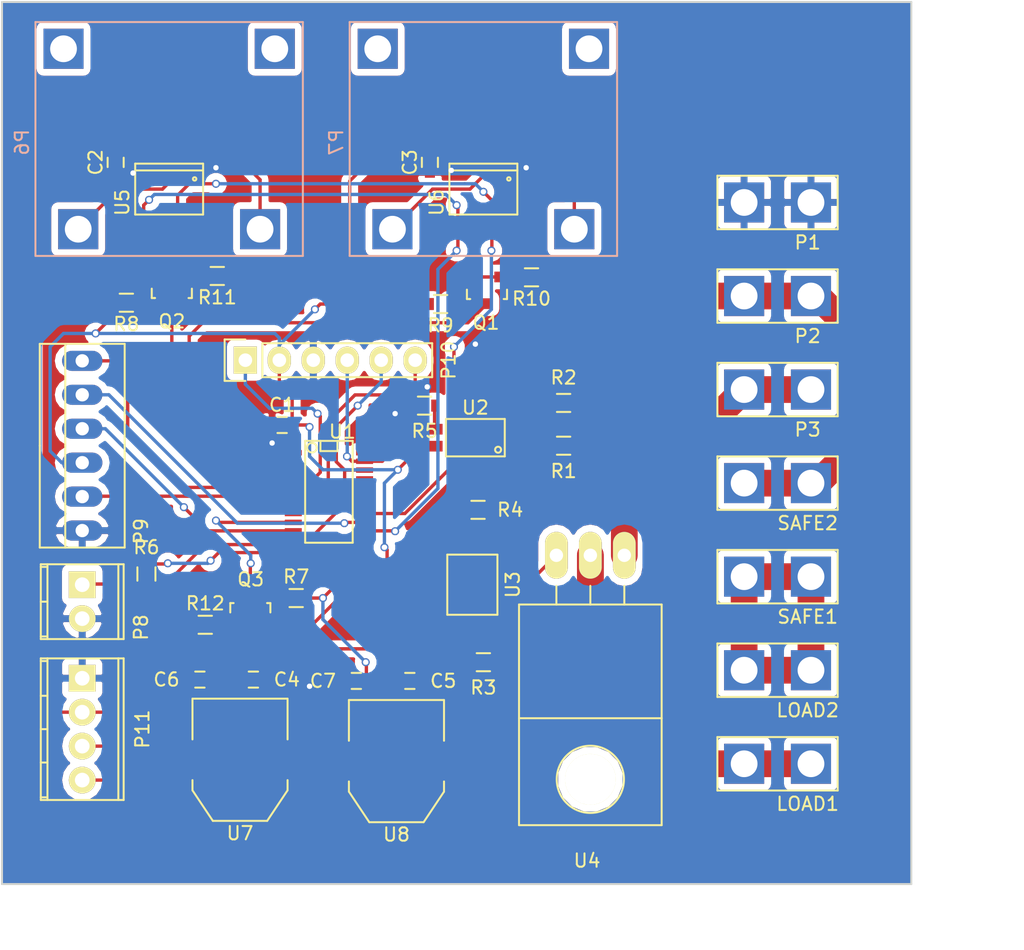
<source format=kicad_pcb>
(kicad_pcb (version 4) (host pcbnew 4.0.5)

  (general
    (links 96)
    (no_connects 1)
    (area 117 62 197.25 134.9)
    (thickness 1.6)
    (drawings 6)
    (tracks 341)
    (zones 0)
    (modules 43)
    (nets 39)
  )

  (page A4)
  (layers
    (0 F.Cu signal)
    (31 B.Cu signal)
    (32 B.Adhes user)
    (33 F.Adhes user)
    (34 B.Paste user)
    (35 F.Paste user)
    (36 B.SilkS user)
    (37 F.SilkS user)
    (38 B.Mask user)
    (39 F.Mask user)
    (40 Dwgs.User user)
    (41 Cmts.User user)
    (42 Eco1.User user)
    (43 Eco2.User user)
    (44 Edge.Cuts user)
    (45 Margin user)
    (46 B.CrtYd user)
    (47 F.CrtYd user)
    (48 B.Fab user)
    (49 F.Fab user)
  )

  (setup
    (last_trace_width 0.25)
    (trace_clearance 0.2)
    (zone_clearance 0.508)
    (zone_45_only no)
    (trace_min 0.2)
    (segment_width 0.2)
    (edge_width 0.15)
    (via_size 0.6)
    (via_drill 0.4)
    (via_min_size 0.4)
    (via_min_drill 0.3)
    (uvia_size 0.3)
    (uvia_drill 0.1)
    (uvias_allowed no)
    (uvia_min_size 0.2)
    (uvia_min_drill 0.1)
    (pcb_text_width 0.3)
    (pcb_text_size 1.5 1.5)
    (mod_edge_width 0.15)
    (mod_text_size 1 1)
    (mod_text_width 0.15)
    (pad_size 1.524 1.524)
    (pad_drill 0.762)
    (pad_to_mask_clearance 0.2)
    (aux_axis_origin 0 0)
    (visible_elements 7FFFFFFF)
    (pcbplotparams
      (layerselection 0x010f0_80000001)
      (usegerberextensions false)
      (excludeedgelayer true)
      (linewidth 0.100000)
      (plotframeref false)
      (viasonmask false)
      (mode 1)
      (useauxorigin false)
      (hpglpennumber 1)
      (hpglpenspeed 20)
      (hpglpendiameter 15)
      (hpglpenoverlay 2)
      (psnegative false)
      (psa4output false)
      (plotreference true)
      (plotvalue true)
      (plotinvisibletext false)
      (padsonsilk false)
      (subtractmaskfromsilk false)
      (outputformat 1)
      (mirror false)
      (drillshape 0)
      (scaleselection 1)
      (outputdirectory plot/))
  )

  (net 0 "")
  (net 1 +5V)
  (net 2 GND)
  (net 3 +3V3)
  (net 4 +12V)
  (net 5 "Net-(LOAD1-Pad1)")
  (net 6 "Net-(LOAD2-Pad1)")
  (net 7 "Net-(P2-Pad1)")
  (net 8 "Net-(P3-Pad1)")
  (net 9 "Net-(P6-Pad2)")
  (net 10 "Net-(P6-Pad1)")
  (net 11 "Net-(P7-Pad2)")
  (net 12 "Net-(P7-Pad1)")
  (net 13 "Net-(P10-Pad5)")
  (net 14 "Net-(P9-Pad2)")
  (net 15 "Net-(P9-Pad4)")
  (net 16 "Net-(P9-Pad5)")
  (net 17 "Net-(P9-Pad6)")
  (net 18 "Net-(P10-Pad1)")
  (net 19 "Net-(P10-Pad4)")
  (net 20 "Net-(P10-Pad6)")
  (net 21 "Net-(Q1-Pad1)")
  (net 22 "Net-(Q1-Pad3)")
  (net 23 "Net-(Q2-Pad1)")
  (net 24 "Net-(Q2-Pad3)")
  (net 25 "Net-(Q3-Pad1)")
  (net 26 "Net-(Q3-Pad3)")
  (net 27 "Net-(R1-Pad2)")
  (net 28 "Net-(R2-Pad1)")
  (net 29 "Net-(R3-Pad2)")
  (net 30 "Net-(R4-Pad1)")
  (net 31 "Net-(U1-Pad8)")
  (net 32 "Net-(U1-Pad11)")
  (net 33 "Net-(U1-Pad13)")
  (net 34 "Net-(U1-Pad14)")
  (net 35 "Net-(U1-Pad15)")
  (net 36 "Net-(U1-Pad16)")
  (net 37 "Net-(U1-Pad17)")
  (net 38 "Net-(U3-Pad3)")

  (net_class Default "This is the default net class."
    (clearance 0.2)
    (trace_width 0.25)
    (via_dia 0.6)
    (via_drill 0.4)
    (uvia_dia 0.3)
    (uvia_drill 0.1)
    (add_net +12V)
    (add_net +3V3)
    (add_net +5V)
    (add_net GND)
    (add_net "Net-(P10-Pad1)")
    (add_net "Net-(P10-Pad4)")
    (add_net "Net-(P10-Pad5)")
    (add_net "Net-(P10-Pad6)")
    (add_net "Net-(P6-Pad1)")
    (add_net "Net-(P6-Pad2)")
    (add_net "Net-(P7-Pad1)")
    (add_net "Net-(P7-Pad2)")
    (add_net "Net-(P9-Pad2)")
    (add_net "Net-(P9-Pad4)")
    (add_net "Net-(P9-Pad5)")
    (add_net "Net-(P9-Pad6)")
    (add_net "Net-(Q1-Pad1)")
    (add_net "Net-(Q1-Pad3)")
    (add_net "Net-(Q2-Pad1)")
    (add_net "Net-(Q2-Pad3)")
    (add_net "Net-(Q3-Pad1)")
    (add_net "Net-(Q3-Pad3)")
    (add_net "Net-(R1-Pad2)")
    (add_net "Net-(R2-Pad1)")
    (add_net "Net-(R3-Pad2)")
    (add_net "Net-(R4-Pad1)")
    (add_net "Net-(U1-Pad11)")
    (add_net "Net-(U1-Pad13)")
    (add_net "Net-(U1-Pad14)")
    (add_net "Net-(U1-Pad15)")
    (add_net "Net-(U1-Pad16)")
    (add_net "Net-(U1-Pad17)")
    (add_net "Net-(U1-Pad8)")
    (add_net "Net-(U3-Pad3)")
  )

  (net_class AC ""
    (clearance 0.2)
    (trace_width 2)
    (via_dia 0.6)
    (via_drill 0.4)
    (uvia_dia 0.3)
    (uvia_drill 0.1)
    (add_net "Net-(LOAD1-Pad1)")
    (add_net "Net-(LOAD2-Pad1)")
    (add_net "Net-(P2-Pad1)")
    (add_net "Net-(P3-Pad1)")
  )

  (module Capacitors_SMD:C_0603 (layer F.Cu) (tedit 58A6865F) (tstamp 58A6857D)
    (at 137.95 93.65 180)
    (descr "Capacitor SMD 0603, reflow soldering, AVX (see smccp.pdf)")
    (tags "capacitor 0603")
    (path /5784858A)
    (attr smd)
    (fp_text reference C1 (at 0 1.5 180) (layer F.SilkS)
      (effects (font (size 1 1) (thickness 0.15)))
    )
    (fp_text value "0.1 uF" (at 0 1.9 180) (layer F.Fab)
      (effects (font (size 1 1) (thickness 0.15)))
    )
    (fp_line (start -1.45 -0.75) (end 1.45 -0.75) (layer F.CrtYd) (width 0.05))
    (fp_line (start -1.45 0.75) (end 1.45 0.75) (layer F.CrtYd) (width 0.05))
    (fp_line (start -1.45 -0.75) (end -1.45 0.75) (layer F.CrtYd) (width 0.05))
    (fp_line (start 1.45 -0.75) (end 1.45 0.75) (layer F.CrtYd) (width 0.05))
    (fp_line (start -0.35 -0.6) (end 0.35 -0.6) (layer F.SilkS) (width 0.15))
    (fp_line (start 0.35 0.6) (end -0.35 0.6) (layer F.SilkS) (width 0.15))
    (pad 1 smd rect (at -0.75 0 180) (size 0.8 0.75) (layers F.Cu F.Paste F.Mask)
      (net 1 +5V))
    (pad 2 smd rect (at 0.75 0 180) (size 0.8 0.75) (layers F.Cu F.Paste F.Mask)
      (net 2 GND))
    (model Capacitors_SMD.3dshapes/C_0603.wrl
      (at (xyz 0 0 0))
      (scale (xyz 1 1 1))
      (rotate (xyz 0 0 0))
    )
  )

  (module Capacitors_SMD:C_0603 (layer F.Cu) (tedit 58A684D1) (tstamp 58A68589)
    (at 125.5 74 270)
    (descr "Capacitor SMD 0603, reflow soldering, AVX (see smccp.pdf)")
    (tags "capacitor 0603")
    (path /57CE53B1)
    (attr smd)
    (fp_text reference C2 (at 0 1.5 270) (layer F.SilkS)
      (effects (font (size 1 1) (thickness 0.15)))
    )
    (fp_text value "0.1 uF" (at 0 1.9 270) (layer F.Fab)
      (effects (font (size 1 1) (thickness 0.15)))
    )
    (fp_line (start -1.45 -0.75) (end 1.45 -0.75) (layer F.CrtYd) (width 0.05))
    (fp_line (start -1.45 0.75) (end 1.45 0.75) (layer F.CrtYd) (width 0.05))
    (fp_line (start -1.45 -0.75) (end -1.45 0.75) (layer F.CrtYd) (width 0.05))
    (fp_line (start 1.45 -0.75) (end 1.45 0.75) (layer F.CrtYd) (width 0.05))
    (fp_line (start -0.35 -0.6) (end 0.35 -0.6) (layer F.SilkS) (width 0.15))
    (fp_line (start 0.35 0.6) (end -0.35 0.6) (layer F.SilkS) (width 0.15))
    (pad 1 smd rect (at -0.75 0 270) (size 0.8 0.75) (layers F.Cu F.Paste F.Mask)
      (net 3 +3V3))
    (pad 2 smd rect (at 0.75 0 270) (size 0.8 0.75) (layers F.Cu F.Paste F.Mask)
      (net 2 GND))
    (model Capacitors_SMD.3dshapes/C_0603.wrl
      (at (xyz 0 0 0))
      (scale (xyz 1 1 1))
      (rotate (xyz 0 0 0))
    )
  )

  (module Capacitors_SMD:C_0603 (layer F.Cu) (tedit 58A684F3) (tstamp 58A68595)
    (at 149 74 270)
    (descr "Capacitor SMD 0603, reflow soldering, AVX (see smccp.pdf)")
    (tags "capacitor 0603")
    (path /5859DF56)
    (attr smd)
    (fp_text reference C3 (at 0 1.5 270) (layer F.SilkS)
      (effects (font (size 1 1) (thickness 0.15)))
    )
    (fp_text value "0.1 uF" (at 0 1.9 270) (layer F.Fab)
      (effects (font (size 1 1) (thickness 0.15)))
    )
    (fp_line (start -1.45 -0.75) (end 1.45 -0.75) (layer F.CrtYd) (width 0.05))
    (fp_line (start -1.45 0.75) (end 1.45 0.75) (layer F.CrtYd) (width 0.05))
    (fp_line (start -1.45 -0.75) (end -1.45 0.75) (layer F.CrtYd) (width 0.05))
    (fp_line (start 1.45 -0.75) (end 1.45 0.75) (layer F.CrtYd) (width 0.05))
    (fp_line (start -0.35 -0.6) (end 0.35 -0.6) (layer F.SilkS) (width 0.15))
    (fp_line (start 0.35 0.6) (end -0.35 0.6) (layer F.SilkS) (width 0.15))
    (pad 1 smd rect (at -0.75 0 270) (size 0.8 0.75) (layers F.Cu F.Paste F.Mask)
      (net 3 +3V3))
    (pad 2 smd rect (at 0.75 0 270) (size 0.8 0.75) (layers F.Cu F.Paste F.Mask)
      (net 2 GND))
    (model Capacitors_SMD.3dshapes/C_0603.wrl
      (at (xyz 0 0 0))
      (scale (xyz 1 1 1))
      (rotate (xyz 0 0 0))
    )
  )

  (module Capacitors_SMD:C_0603 (layer F.Cu) (tedit 58A6870E) (tstamp 58A685A1)
    (at 135.8 112.7)
    (descr "Capacitor SMD 0603, reflow soldering, AVX (see smccp.pdf)")
    (tags "capacitor 0603")
    (path /585BF337)
    (attr smd)
    (fp_text reference C4 (at 2.5 0) (layer F.SilkS)
      (effects (font (size 1 1) (thickness 0.15)))
    )
    (fp_text value "10 uF" (at 0 1.9) (layer F.Fab)
      (effects (font (size 1 1) (thickness 0.15)))
    )
    (fp_line (start -1.45 -0.75) (end 1.45 -0.75) (layer F.CrtYd) (width 0.05))
    (fp_line (start -1.45 0.75) (end 1.45 0.75) (layer F.CrtYd) (width 0.05))
    (fp_line (start -1.45 -0.75) (end -1.45 0.75) (layer F.CrtYd) (width 0.05))
    (fp_line (start 1.45 -0.75) (end 1.45 0.75) (layer F.CrtYd) (width 0.05))
    (fp_line (start -0.35 -0.6) (end 0.35 -0.6) (layer F.SilkS) (width 0.15))
    (fp_line (start 0.35 0.6) (end -0.35 0.6) (layer F.SilkS) (width 0.15))
    (pad 1 smd rect (at -0.75 0) (size 0.8 0.75) (layers F.Cu F.Paste F.Mask)
      (net 1 +5V))
    (pad 2 smd rect (at 0.75 0) (size 0.8 0.75) (layers F.Cu F.Paste F.Mask)
      (net 2 GND))
    (model Capacitors_SMD.3dshapes/C_0603.wrl
      (at (xyz 0 0 0))
      (scale (xyz 1 1 1))
      (rotate (xyz 0 0 0))
    )
  )

  (module Capacitors_SMD:C_0603 (layer F.Cu) (tedit 58A686C6) (tstamp 58A685AD)
    (at 147.5 112.8)
    (descr "Capacitor SMD 0603, reflow soldering, AVX (see smccp.pdf)")
    (tags "capacitor 0603")
    (path /585BEC73)
    (attr smd)
    (fp_text reference C5 (at 2.5 0) (layer F.SilkS)
      (effects (font (size 1 1) (thickness 0.15)))
    )
    (fp_text value "10 uF" (at 0 1.9) (layer F.Fab)
      (effects (font (size 1 1) (thickness 0.15)))
    )
    (fp_line (start -1.45 -0.75) (end 1.45 -0.75) (layer F.CrtYd) (width 0.05))
    (fp_line (start -1.45 0.75) (end 1.45 0.75) (layer F.CrtYd) (width 0.05))
    (fp_line (start -1.45 -0.75) (end -1.45 0.75) (layer F.CrtYd) (width 0.05))
    (fp_line (start 1.45 -0.75) (end 1.45 0.75) (layer F.CrtYd) (width 0.05))
    (fp_line (start -0.35 -0.6) (end 0.35 -0.6) (layer F.SilkS) (width 0.15))
    (fp_line (start 0.35 0.6) (end -0.35 0.6) (layer F.SilkS) (width 0.15))
    (pad 1 smd rect (at -0.75 0) (size 0.8 0.75) (layers F.Cu F.Paste F.Mask)
      (net 3 +3V3))
    (pad 2 smd rect (at 0.75 0) (size 0.8 0.75) (layers F.Cu F.Paste F.Mask)
      (net 2 GND))
    (model Capacitors_SMD.3dshapes/C_0603.wrl
      (at (xyz 0 0 0))
      (scale (xyz 1 1 1))
      (rotate (xyz 0 0 0))
    )
  )

  (module Capacitors_SMD:C_0603 (layer F.Cu) (tedit 58A6870C) (tstamp 58A685B9)
    (at 131.8 112.7 180)
    (descr "Capacitor SMD 0603, reflow soldering, AVX (see smccp.pdf)")
    (tags "capacitor 0603")
    (path /585BF32E)
    (attr smd)
    (fp_text reference C6 (at 2.5 0 360) (layer F.SilkS)
      (effects (font (size 1 1) (thickness 0.15)))
    )
    (fp_text value "100 nF" (at 0 1.9 180) (layer F.Fab)
      (effects (font (size 1 1) (thickness 0.15)))
    )
    (fp_line (start -1.45 -0.75) (end 1.45 -0.75) (layer F.CrtYd) (width 0.05))
    (fp_line (start -1.45 0.75) (end 1.45 0.75) (layer F.CrtYd) (width 0.05))
    (fp_line (start -1.45 -0.75) (end -1.45 0.75) (layer F.CrtYd) (width 0.05))
    (fp_line (start 1.45 -0.75) (end 1.45 0.75) (layer F.CrtYd) (width 0.05))
    (fp_line (start -0.35 -0.6) (end 0.35 -0.6) (layer F.SilkS) (width 0.15))
    (fp_line (start 0.35 0.6) (end -0.35 0.6) (layer F.SilkS) (width 0.15))
    (pad 1 smd rect (at -0.75 0 180) (size 0.8 0.75) (layers F.Cu F.Paste F.Mask)
      (net 4 +12V))
    (pad 2 smd rect (at 0.75 0 180) (size 0.8 0.75) (layers F.Cu F.Paste F.Mask)
      (net 2 GND))
    (model Capacitors_SMD.3dshapes/C_0603.wrl
      (at (xyz 0 0 0))
      (scale (xyz 1 1 1))
      (rotate (xyz 0 0 0))
    )
  )

  (module Capacitors_SMD:C_0603 (layer F.Cu) (tedit 58A686DC) (tstamp 58A685C5)
    (at 143.5 112.8 180)
    (descr "Capacitor SMD 0603, reflow soldering, AVX (see smccp.pdf)")
    (tags "capacitor 0603")
    (path /585BD507)
    (attr smd)
    (fp_text reference C7 (at 2.5 0 180) (layer F.SilkS)
      (effects (font (size 1 1) (thickness 0.15)))
    )
    (fp_text value "100 nF" (at 0 1.9 180) (layer F.Fab)
      (effects (font (size 1 1) (thickness 0.15)))
    )
    (fp_line (start -1.45 -0.75) (end 1.45 -0.75) (layer F.CrtYd) (width 0.05))
    (fp_line (start -1.45 0.75) (end 1.45 0.75) (layer F.CrtYd) (width 0.05))
    (fp_line (start -1.45 -0.75) (end -1.45 0.75) (layer F.CrtYd) (width 0.05))
    (fp_line (start 1.45 -0.75) (end 1.45 0.75) (layer F.CrtYd) (width 0.05))
    (fp_line (start -0.35 -0.6) (end 0.35 -0.6) (layer F.SilkS) (width 0.15))
    (fp_line (start 0.35 0.6) (end -0.35 0.6) (layer F.SilkS) (width 0.15))
    (pad 1 smd rect (at -0.75 0 180) (size 0.8 0.75) (layers F.Cu F.Paste F.Mask)
      (net 1 +5V))
    (pad 2 smd rect (at 0.75 0 180) (size 0.8 0.75) (layers F.Cu F.Paste F.Mask)
      (net 2 GND))
    (model Capacitors_SMD.3dshapes/C_0603.wrl
      (at (xyz 0 0 0))
      (scale (xyz 1 1 1))
      (rotate (xyz 0 0 0))
    )
  )

  (module ugw:62409-1 (layer F.Cu) (tedit 58A3D67A) (tstamp 58A685CF)
    (at 175 119)
    (path /58A499C9)
    (fp_text reference LOAD1 (at 2.25 3) (layer F.SilkS)
      (effects (font (size 1 1) (thickness 0.15)))
    )
    (fp_text value LOAD (at 0 -3.25) (layer F.Fab)
      (effects (font (size 1 1) (thickness 0.15)))
    )
    (fp_line (start -4.5 -2) (end 4.5 -2) (layer F.SilkS) (width 0.15))
    (fp_line (start 4.5 -2) (end 4.5 2) (layer F.SilkS) (width 0.15))
    (fp_line (start 4.5 2) (end -4.5 2) (layer F.SilkS) (width 0.15))
    (fp_line (start -4.5 2) (end -4.5 -2) (layer F.SilkS) (width 0.15))
    (pad 1 thru_hole rect (at -2.5 0) (size 3 3) (drill 2) (layers *.Cu *.Mask)
      (net 5 "Net-(LOAD1-Pad1)"))
    (pad 1 thru_hole rect (at 2.5 0) (size 3 3) (drill 2) (layers *.Cu *.Mask)
      (net 5 "Net-(LOAD1-Pad1)"))
  )

  (module ugw:62409-1 (layer F.Cu) (tedit 58A3D67A) (tstamp 58A685D9)
    (at 175 112)
    (path /58A49918)
    (fp_text reference LOAD2 (at 2.25 3) (layer F.SilkS)
      (effects (font (size 1 1) (thickness 0.15)))
    )
    (fp_text value LOAD (at 0 -3.25) (layer F.Fab)
      (effects (font (size 1 1) (thickness 0.15)))
    )
    (fp_line (start -4.5 -2) (end 4.5 -2) (layer F.SilkS) (width 0.15))
    (fp_line (start 4.5 -2) (end 4.5 2) (layer F.SilkS) (width 0.15))
    (fp_line (start 4.5 2) (end -4.5 2) (layer F.SilkS) (width 0.15))
    (fp_line (start -4.5 2) (end -4.5 -2) (layer F.SilkS) (width 0.15))
    (pad 1 thru_hole rect (at -2.5 0) (size 3 3) (drill 2) (layers *.Cu *.Mask)
      (net 6 "Net-(LOAD2-Pad1)"))
    (pad 1 thru_hole rect (at 2.5 0) (size 3 3) (drill 2) (layers *.Cu *.Mask)
      (net 6 "Net-(LOAD2-Pad1)"))
  )

  (module ugw:62409-1 (layer F.Cu) (tedit 58A3D67A) (tstamp 58A685E3)
    (at 175 77)
    (path /57CA5948)
    (fp_text reference P1 (at 2.25 3) (layer F.SilkS)
      (effects (font (size 1 1) (thickness 0.15)))
    )
    (fp_text value GND (at 0 -3.25) (layer F.Fab)
      (effects (font (size 1 1) (thickness 0.15)))
    )
    (fp_line (start -4.5 -2) (end 4.5 -2) (layer F.SilkS) (width 0.15))
    (fp_line (start 4.5 -2) (end 4.5 2) (layer F.SilkS) (width 0.15))
    (fp_line (start 4.5 2) (end -4.5 2) (layer F.SilkS) (width 0.15))
    (fp_line (start -4.5 2) (end -4.5 -2) (layer F.SilkS) (width 0.15))
    (pad 1 thru_hole rect (at -2.5 0) (size 3 3) (drill 2) (layers *.Cu *.Mask)
      (net 2 GND))
    (pad 1 thru_hole rect (at 2.5 0) (size 3 3) (drill 2) (layers *.Cu *.Mask)
      (net 2 GND))
  )

  (module ugw:62409-1 (layer F.Cu) (tedit 58A3D67A) (tstamp 58A685ED)
    (at 175 84)
    (path /57CA599B)
    (fp_text reference P2 (at 2.25 3) (layer F.SilkS)
      (effects (font (size 1 1) (thickness 0.15)))
    )
    (fp_text value HOT (at 0 -3.25) (layer F.Fab)
      (effects (font (size 1 1) (thickness 0.15)))
    )
    (fp_line (start -4.5 -2) (end 4.5 -2) (layer F.SilkS) (width 0.15))
    (fp_line (start 4.5 -2) (end 4.5 2) (layer F.SilkS) (width 0.15))
    (fp_line (start 4.5 2) (end -4.5 2) (layer F.SilkS) (width 0.15))
    (fp_line (start -4.5 2) (end -4.5 -2) (layer F.SilkS) (width 0.15))
    (pad 1 thru_hole rect (at -2.5 0) (size 3 3) (drill 2) (layers *.Cu *.Mask)
      (net 7 "Net-(P2-Pad1)"))
    (pad 1 thru_hole rect (at 2.5 0) (size 3 3) (drill 2) (layers *.Cu *.Mask)
      (net 7 "Net-(P2-Pad1)"))
  )

  (module ugw:62409-1 (layer F.Cu) (tedit 58A3D67A) (tstamp 58A685F7)
    (at 175 91)
    (path /57CA59E2)
    (fp_text reference P3 (at 2.25 3) (layer F.SilkS)
      (effects (font (size 1 1) (thickness 0.15)))
    )
    (fp_text value NEUTRAL (at 0 -3.25) (layer F.Fab)
      (effects (font (size 1 1) (thickness 0.15)))
    )
    (fp_line (start -4.5 -2) (end 4.5 -2) (layer F.SilkS) (width 0.15))
    (fp_line (start 4.5 -2) (end 4.5 2) (layer F.SilkS) (width 0.15))
    (fp_line (start 4.5 2) (end -4.5 2) (layer F.SilkS) (width 0.15))
    (fp_line (start -4.5 2) (end -4.5 -2) (layer F.SilkS) (width 0.15))
    (pad 1 thru_hole rect (at -2.5 0) (size 3 3) (drill 2) (layers *.Cu *.Mask)
      (net 8 "Net-(P3-Pad1)"))
    (pad 1 thru_hole rect (at 2.5 0) (size 3 3) (drill 2) (layers *.Cu *.Mask)
      (net 8 "Net-(P3-Pad1)"))
  )

  (module ugw:PCC-SMP-TN (layer B.Cu) (tedit 58A688C8) (tstamp 58A68603)
    (at 129.5 65.5 180)
    (path /578B3DD6)
    (fp_text reference P6 (at 11 -7 450) (layer B.SilkS)
      (effects (font (size 1 1) (thickness 0.15)) (justify mirror))
    )
    (fp_text value "TYPE K" (at 11.1 -1.5 270) (layer B.Fab)
      (effects (font (size 1 1) (thickness 0.15)) (justify mirror))
    )
    (fp_line (start -10 2) (end 10 2) (layer B.SilkS) (width 0.15))
    (fp_line (start 10 2) (end 10 -15.5) (layer B.SilkS) (width 0.15))
    (fp_line (start 10 -15.5) (end -10 -15.5) (layer B.SilkS) (width 0.15))
    (fp_line (start -10 -15.5) (end -10 2) (layer B.SilkS) (width 0.15))
    (pad "" thru_hole rect (at -7.9 0 180) (size 3 3) (drill 2) (layers *.Cu *.Mask))
    (pad "" thru_hole rect (at 7.9 0 180) (size 3 3) (drill 2) (layers *.Cu *.Mask))
    (pad 2 thru_hole rect (at 6.8 -13.5 180) (size 3 3) (drill 2) (layers *.Cu *.Mask)
      (net 9 "Net-(P6-Pad2)"))
    (pad 1 thru_hole rect (at -6.8 -13.5 180) (size 3 3) (drill 2) (layers *.Cu *.Mask)
      (net 10 "Net-(P6-Pad1)"))
  )

  (module ugw:PCC-SMP-TN (layer B.Cu) (tedit 58A688BA) (tstamp 58A6860F)
    (at 153 65.5 180)
    (path /5859DF44)
    (fp_text reference P7 (at 11 -7 450) (layer B.SilkS)
      (effects (font (size 1 1) (thickness 0.15)) (justify mirror))
    )
    (fp_text value "TYPE K" (at 11 -1.5 450) (layer B.Fab)
      (effects (font (size 1 1) (thickness 0.15)) (justify mirror))
    )
    (fp_line (start -10 2) (end 10 2) (layer B.SilkS) (width 0.15))
    (fp_line (start 10 2) (end 10 -15.5) (layer B.SilkS) (width 0.15))
    (fp_line (start 10 -15.5) (end -10 -15.5) (layer B.SilkS) (width 0.15))
    (fp_line (start -10 -15.5) (end -10 2) (layer B.SilkS) (width 0.15))
    (pad "" thru_hole rect (at -7.9 0 180) (size 3 3) (drill 2) (layers *.Cu *.Mask))
    (pad "" thru_hole rect (at 7.9 0 180) (size 3 3) (drill 2) (layers *.Cu *.Mask))
    (pad 2 thru_hole rect (at 6.8 -13.5 180) (size 3 3) (drill 2) (layers *.Cu *.Mask)
      (net 11 "Net-(P7-Pad2)"))
    (pad 1 thru_hole rect (at -6.8 -13.5 180) (size 3 3) (drill 2) (layers *.Cu *.Mask)
      (net 12 "Net-(P7-Pad1)"))
  )

  (module Terminal_Blocks:TerminalBlock_Pheonix_MPT-2.54mm_2pol (layer F.Cu) (tedit 58A68C77) (tstamp 58A68622)
    (at 123 105.6 270)
    (descr "2-way 2.54mm pitch terminal block, Phoenix MPT series")
    (path /578B3F57)
    (fp_text reference P8 (at 3.2 -4.4 270) (layer F.SilkS)
      (effects (font (size 1 1) (thickness 0.15)))
    )
    (fp_text value DOOR (at 1.27 4.50088 270) (layer F.Fab)
      (effects (font (size 1 1) (thickness 0.15)))
    )
    (fp_line (start -1.7 -3.3) (end 4.3 -3.3) (layer F.CrtYd) (width 0.05))
    (fp_line (start -1.7 3.3) (end -1.7 -3.3) (layer F.CrtYd) (width 0.05))
    (fp_line (start 4.3 3.3) (end -1.7 3.3) (layer F.CrtYd) (width 0.05))
    (fp_line (start 4.3 -3.3) (end 4.3 3.3) (layer F.CrtYd) (width 0.05))
    (fp_line (start 4.06908 2.60096) (end -1.52908 2.60096) (layer F.SilkS) (width 0.15))
    (fp_line (start -1.33096 3.0988) (end -1.33096 2.60096) (layer F.SilkS) (width 0.15))
    (fp_line (start 3.87096 2.60096) (end 3.87096 3.0988) (layer F.SilkS) (width 0.15))
    (fp_line (start 1.27 3.0988) (end 1.27 2.60096) (layer F.SilkS) (width 0.15))
    (fp_line (start -1.52908 -2.70002) (end 4.06908 -2.70002) (layer F.SilkS) (width 0.15))
    (fp_line (start -1.52908 3.0988) (end 4.06908 3.0988) (layer F.SilkS) (width 0.15))
    (fp_line (start 4.06908 3.0988) (end 4.06908 -3.0988) (layer F.SilkS) (width 0.15))
    (fp_line (start 4.06908 -3.0988) (end -1.52908 -3.0988) (layer F.SilkS) (width 0.15))
    (fp_line (start -1.52908 -3.0988) (end -1.52908 3.0988) (layer F.SilkS) (width 0.15))
    (pad 2 thru_hole oval (at 2.54 0 270) (size 1.99898 1.99898) (drill 1.09728) (layers *.Cu *.Mask F.SilkS)
      (net 2 GND))
    (pad 1 thru_hole rect (at 0 0 270) (size 1.99898 1.99898) (drill 1.09728) (layers *.Cu *.Mask F.SilkS)
      (net 13 "Net-(P10-Pad5)"))
    (model Terminal_Blocks.3dshapes/TerminalBlock_Pheonix_MPT-2.54mm_2pol.wrl
      (at (xyz 0.05 0 0))
      (scale (xyz 1 1 1))
      (rotate (xyz 0 0 0))
    )
  )

  (module Connect:PINHEAD1-6 (layer F.Cu) (tedit 58A68C75) (tstamp 58A68634)
    (at 123 95.2 90)
    (path /578B2BE4)
    (attr virtual)
    (fp_text reference P9 (at -6.4 4.4 90) (layer F.SilkS)
      (effects (font (size 1 1) (thickness 0.15)))
    )
    (fp_text value FTDI (at 0 3.81 90) (layer F.Fab)
      (effects (font (size 1 1) (thickness 0.15)))
    )
    (fp_line (start 0 3.175) (end 7.62 3.175) (layer F.SilkS) (width 0.15))
    (fp_line (start 0 -1.27) (end 7.62 -1.27) (layer F.SilkS) (width 0.15))
    (fp_line (start 0 -3.175) (end 7.62 -3.175) (layer F.SilkS) (width 0.15))
    (fp_line (start -7.62 -3.175) (end -7.62 3.175) (layer F.SilkS) (width 0.15))
    (fp_line (start 7.62 -3.175) (end 7.62 3.175) (layer F.SilkS) (width 0.15))
    (fp_line (start 0 -1.27) (end -7.62 -1.27) (layer F.SilkS) (width 0.15))
    (fp_line (start -7.62 -3.175) (end 0 -3.175) (layer F.SilkS) (width 0.15))
    (fp_line (start 0 3.175) (end -7.62 3.175) (layer F.SilkS) (width 0.15))
    (pad 1 thru_hole oval (at -6.35 0 90) (size 1.50622 3.01498) (drill 0.99822) (layers *.Cu *.Mask)
      (net 2 GND))
    (pad 2 thru_hole oval (at -3.81 0 90) (size 1.50622 3.01498) (drill 0.99822) (layers *.Cu *.Mask)
      (net 14 "Net-(P9-Pad2)"))
    (pad 3 thru_hole oval (at -1.27 0 90) (size 1.50622 3.01498) (drill 0.99822) (layers *.Cu *.Mask)
      (net 1 +5V))
    (pad 4 thru_hole oval (at 1.27 0 90) (size 1.50622 3.01498) (drill 0.99822) (layers *.Cu *.Mask)
      (net 15 "Net-(P9-Pad4)"))
    (pad 5 thru_hole oval (at 3.81 0 90) (size 1.50622 3.01498) (drill 0.99822) (layers *.Cu *.Mask)
      (net 16 "Net-(P9-Pad5)"))
    (pad 6 thru_hole oval (at 6.35 0 90) (size 1.50622 3.01498) (drill 0.99822) (layers *.Cu *.Mask)
      (net 17 "Net-(P9-Pad6)"))
  )

  (module Pin_Headers:Pin_Header_Straight_1x06 (layer F.Cu) (tedit 58A687D7) (tstamp 58A68649)
    (at 135.2 88.8 90)
    (descr "Through hole pin header")
    (tags "pin header")
    (path /578B2EE4)
    (fp_text reference P10 (at 0 15.2 90) (layer F.SilkS)
      (effects (font (size 1 1) (thickness 0.15)))
    )
    (fp_text value PROG (at 0 -3.1 90) (layer F.Fab)
      (effects (font (size 1 1) (thickness 0.15)))
    )
    (fp_line (start -1.75 -1.75) (end -1.75 14.45) (layer F.CrtYd) (width 0.05))
    (fp_line (start 1.75 -1.75) (end 1.75 14.45) (layer F.CrtYd) (width 0.05))
    (fp_line (start -1.75 -1.75) (end 1.75 -1.75) (layer F.CrtYd) (width 0.05))
    (fp_line (start -1.75 14.45) (end 1.75 14.45) (layer F.CrtYd) (width 0.05))
    (fp_line (start 1.27 1.27) (end 1.27 13.97) (layer F.SilkS) (width 0.15))
    (fp_line (start 1.27 13.97) (end -1.27 13.97) (layer F.SilkS) (width 0.15))
    (fp_line (start -1.27 13.97) (end -1.27 1.27) (layer F.SilkS) (width 0.15))
    (fp_line (start 1.55 -1.55) (end 1.55 0) (layer F.SilkS) (width 0.15))
    (fp_line (start 1.27 1.27) (end -1.27 1.27) (layer F.SilkS) (width 0.15))
    (fp_line (start -1.55 0) (end -1.55 -1.55) (layer F.SilkS) (width 0.15))
    (fp_line (start -1.55 -1.55) (end 1.55 -1.55) (layer F.SilkS) (width 0.15))
    (pad 1 thru_hole rect (at 0 0 90) (size 2.032 1.7272) (drill 1.016) (layers *.Cu *.Mask F.SilkS)
      (net 18 "Net-(P10-Pad1)"))
    (pad 2 thru_hole oval (at 0 2.54 90) (size 2.032 1.7272) (drill 1.016) (layers *.Cu *.Mask F.SilkS)
      (net 1 +5V))
    (pad 3 thru_hole oval (at 0 5.08 90) (size 2.032 1.7272) (drill 1.016) (layers *.Cu *.Mask F.SilkS)
      (net 2 GND))
    (pad 4 thru_hole oval (at 0 7.62 90) (size 2.032 1.7272) (drill 1.016) (layers *.Cu *.Mask F.SilkS)
      (net 19 "Net-(P10-Pad4)"))
    (pad 5 thru_hole oval (at 0 10.16 90) (size 2.032 1.7272) (drill 1.016) (layers *.Cu *.Mask F.SilkS)
      (net 13 "Net-(P10-Pad5)"))
    (pad 6 thru_hole oval (at 0 12.7 90) (size 2.032 1.7272) (drill 1.016) (layers *.Cu *.Mask F.SilkS)
      (net 20 "Net-(P10-Pad6)"))
    (model Pin_Headers.3dshapes/Pin_Header_Straight_1x06.wrl
      (at (xyz 0 -0.25 0))
      (scale (xyz 1 1 1))
      (rotate (xyz 0 0 90))
    )
  )

  (module Terminal_Blocks:TerminalBlock_Pheonix_MPT-2.54mm_4pol (layer F.Cu) (tedit 0) (tstamp 58A68660)
    (at 123 112.6 270)
    (descr "4-way 2.54mm pitch terminal block, Phoenix MPT series")
    (path /585B8FA0)
    (fp_text reference P11 (at 3.81 -4.50088 270) (layer F.SilkS)
      (effects (font (size 1 1) (thickness 0.15)))
    )
    (fp_text value POWER (at 3.81 4.50088 270) (layer F.Fab)
      (effects (font (size 1 1) (thickness 0.15)))
    )
    (fp_line (start -1.778 -3.302) (end 9.398 -3.302) (layer F.CrtYd) (width 0.05))
    (fp_line (start -1.778 3.302) (end -1.778 -3.302) (layer F.CrtYd) (width 0.05))
    (fp_line (start 9.398 3.302) (end -1.778 3.302) (layer F.CrtYd) (width 0.05))
    (fp_line (start 9.398 -3.302) (end 9.398 3.302) (layer F.CrtYd) (width 0.05))
    (fp_line (start 9.11098 -3.0988) (end -1.49098 -3.0988) (layer F.SilkS) (width 0.15))
    (fp_line (start -1.49098 -2.70002) (end 9.11098 -2.70002) (layer F.SilkS) (width 0.15))
    (fp_line (start -1.49098 2.60096) (end 9.11098 2.60096) (layer F.SilkS) (width 0.15))
    (fp_line (start 9.11098 3.0988) (end -1.49098 3.0988) (layer F.SilkS) (width 0.15))
    (fp_line (start 6.30682 2.60096) (end 6.30682 3.0988) (layer F.SilkS) (width 0.15))
    (fp_line (start 3.81 2.60096) (end 3.81 3.0988) (layer F.SilkS) (width 0.15))
    (fp_line (start -1.28778 3.0988) (end -1.28778 2.60096) (layer F.SilkS) (width 0.15))
    (fp_line (start 8.91032 2.60096) (end 8.91032 3.0988) (layer F.SilkS) (width 0.15))
    (fp_line (start 1.31318 3.0988) (end 1.31318 2.60096) (layer F.SilkS) (width 0.15))
    (fp_line (start 9.10844 3.0988) (end 9.10844 -3.0988) (layer F.SilkS) (width 0.15))
    (fp_line (start -1.4859 -3.0988) (end -1.4859 3.0988) (layer F.SilkS) (width 0.15))
    (pad 4 thru_hole oval (at 7.62 0 90) (size 1.99898 1.99898) (drill 1.09728) (layers *.Cu *.Mask F.SilkS)
      (net 4 +12V))
    (pad 1 thru_hole rect (at 0 0 90) (size 1.99898 1.99898) (drill 1.09728) (layers *.Cu *.Mask F.SilkS)
      (net 2 GND))
    (pad 2 thru_hole oval (at 2.54 0 90) (size 1.99898 1.99898) (drill 1.09728) (layers *.Cu *.Mask F.SilkS)
      (net 3 +3V3))
    (pad 3 thru_hole oval (at 5.08 0 90) (size 1.99898 1.99898) (drill 1.09728) (layers *.Cu *.Mask F.SilkS)
      (net 1 +5V))
    (model Terminal_Blocks.3dshapes/TerminalBlock_Pheonix_MPT-2.54mm_4pol.wrl
      (at (xyz 0.15 0 0))
      (scale (xyz 1 1 1))
      (rotate (xyz 0 0 0))
    )
  )

  (module TO_SOT_Packages_SMD:SOT-23 (layer F.Cu) (tedit 58A68A7E) (tstamp 58A68670)
    (at 153.269048 83.575 180)
    (descr "SOT-23, Standard")
    (tags SOT-23)
    (path /585B3191)
    (attr smd)
    (fp_text reference Q1 (at 0.069048 -2.425 180) (layer F.SilkS)
      (effects (font (size 1 1) (thickness 0.15)))
    )
    (fp_text value BSS138 (at 0 2.3 180) (layer F.Fab)
      (effects (font (size 1 1) (thickness 0.15)))
    )
    (fp_line (start -1.65 -1.6) (end 1.65 -1.6) (layer F.CrtYd) (width 0.05))
    (fp_line (start 1.65 -1.6) (end 1.65 1.6) (layer F.CrtYd) (width 0.05))
    (fp_line (start 1.65 1.6) (end -1.65 1.6) (layer F.CrtYd) (width 0.05))
    (fp_line (start -1.65 1.6) (end -1.65 -1.6) (layer F.CrtYd) (width 0.05))
    (fp_line (start 1.29916 -0.65024) (end 1.2509 -0.65024) (layer F.SilkS) (width 0.15))
    (fp_line (start -1.49982 0.0508) (end -1.49982 -0.65024) (layer F.SilkS) (width 0.15))
    (fp_line (start -1.49982 -0.65024) (end -1.2509 -0.65024) (layer F.SilkS) (width 0.15))
    (fp_line (start 1.29916 -0.65024) (end 1.49982 -0.65024) (layer F.SilkS) (width 0.15))
    (fp_line (start 1.49982 -0.65024) (end 1.49982 0.0508) (layer F.SilkS) (width 0.15))
    (pad 1 smd rect (at -0.95 1.00076 180) (size 0.8001 0.8001) (layers F.Cu F.Paste F.Mask)
      (net 21 "Net-(Q1-Pad1)"))
    (pad 2 smd rect (at 0.95 1.00076 180) (size 0.8001 0.8001) (layers F.Cu F.Paste F.Mask)
      (net 21 "Net-(Q1-Pad1)"))
    (pad 3 smd rect (at 0 -0.99822 180) (size 0.8001 0.8001) (layers F.Cu F.Paste F.Mask)
      (net 22 "Net-(Q1-Pad3)"))
    (model TO_SOT_Packages_SMD.3dshapes/SOT-23.wrl
      (at (xyz 0 0 0))
      (scale (xyz 1 1 1))
      (rotate (xyz 0 0 0))
    )
  )

  (module TO_SOT_Packages_SMD:SOT-23 (layer F.Cu) (tedit 58A68A0E) (tstamp 58A68680)
    (at 129.7 83.5 180)
    (descr "SOT-23, Standard")
    (tags SOT-23)
    (path /585B303E)
    (attr smd)
    (fp_text reference Q2 (at 0 -2.4 180) (layer F.SilkS)
      (effects (font (size 1 1) (thickness 0.15)))
    )
    (fp_text value BSS138 (at 0 2.3 180) (layer F.Fab)
      (effects (font (size 1 1) (thickness 0.15)))
    )
    (fp_line (start -1.65 -1.6) (end 1.65 -1.6) (layer F.CrtYd) (width 0.05))
    (fp_line (start 1.65 -1.6) (end 1.65 1.6) (layer F.CrtYd) (width 0.05))
    (fp_line (start 1.65 1.6) (end -1.65 1.6) (layer F.CrtYd) (width 0.05))
    (fp_line (start -1.65 1.6) (end -1.65 -1.6) (layer F.CrtYd) (width 0.05))
    (fp_line (start 1.29916 -0.65024) (end 1.2509 -0.65024) (layer F.SilkS) (width 0.15))
    (fp_line (start -1.49982 0.0508) (end -1.49982 -0.65024) (layer F.SilkS) (width 0.15))
    (fp_line (start -1.49982 -0.65024) (end -1.2509 -0.65024) (layer F.SilkS) (width 0.15))
    (fp_line (start 1.29916 -0.65024) (end 1.49982 -0.65024) (layer F.SilkS) (width 0.15))
    (fp_line (start 1.49982 -0.65024) (end 1.49982 0.0508) (layer F.SilkS) (width 0.15))
    (pad 1 smd rect (at -0.95 1.00076 180) (size 0.8001 0.8001) (layers F.Cu F.Paste F.Mask)
      (net 23 "Net-(Q2-Pad1)"))
    (pad 2 smd rect (at 0.95 1.00076 180) (size 0.8001 0.8001) (layers F.Cu F.Paste F.Mask)
      (net 23 "Net-(Q2-Pad1)"))
    (pad 3 smd rect (at 0 -0.99822 180) (size 0.8001 0.8001) (layers F.Cu F.Paste F.Mask)
      (net 24 "Net-(Q2-Pad3)"))
    (model TO_SOT_Packages_SMD.3dshapes/SOT-23.wrl
      (at (xyz 0 0 0))
      (scale (xyz 1 1 1))
      (rotate (xyz 0 0 0))
    )
  )

  (module TO_SOT_Packages_SMD:SOT-23 (layer F.Cu) (tedit 58A689FE) (tstamp 58A68690)
    (at 135.570952 107.625)
    (descr "SOT-23, Standard")
    (tags SOT-23)
    (path /585B2A84)
    (attr smd)
    (fp_text reference Q3 (at 0.029048 -2.425) (layer F.SilkS)
      (effects (font (size 1 1) (thickness 0.15)))
    )
    (fp_text value BSS138 (at 0 2.3) (layer F.Fab)
      (effects (font (size 1 1) (thickness 0.15)))
    )
    (fp_line (start -1.65 -1.6) (end 1.65 -1.6) (layer F.CrtYd) (width 0.05))
    (fp_line (start 1.65 -1.6) (end 1.65 1.6) (layer F.CrtYd) (width 0.05))
    (fp_line (start 1.65 1.6) (end -1.65 1.6) (layer F.CrtYd) (width 0.05))
    (fp_line (start -1.65 1.6) (end -1.65 -1.6) (layer F.CrtYd) (width 0.05))
    (fp_line (start 1.29916 -0.65024) (end 1.2509 -0.65024) (layer F.SilkS) (width 0.15))
    (fp_line (start -1.49982 0.0508) (end -1.49982 -0.65024) (layer F.SilkS) (width 0.15))
    (fp_line (start -1.49982 -0.65024) (end -1.2509 -0.65024) (layer F.SilkS) (width 0.15))
    (fp_line (start 1.29916 -0.65024) (end 1.49982 -0.65024) (layer F.SilkS) (width 0.15))
    (fp_line (start 1.49982 -0.65024) (end 1.49982 0.0508) (layer F.SilkS) (width 0.15))
    (pad 1 smd rect (at -0.95 1.00076) (size 0.8001 0.8001) (layers F.Cu F.Paste F.Mask)
      (net 25 "Net-(Q3-Pad1)"))
    (pad 2 smd rect (at 0.95 1.00076) (size 0.8001 0.8001) (layers F.Cu F.Paste F.Mask)
      (net 25 "Net-(Q3-Pad1)"))
    (pad 3 smd rect (at 0 -0.99822) (size 0.8001 0.8001) (layers F.Cu F.Paste F.Mask)
      (net 26 "Net-(Q3-Pad3)"))
    (model TO_SOT_Packages_SMD.3dshapes/SOT-23.wrl
      (at (xyz 0 0 0))
      (scale (xyz 1 1 1))
      (rotate (xyz 0 0 0))
    )
  )

  (module Resistors_SMD:R_0603 (layer F.Cu) (tedit 5415CC62) (tstamp 58A6869C)
    (at 159 95.2 180)
    (descr "Resistor SMD 0603, reflow soldering, Vishay (see dcrcw.pdf)")
    (tags "resistor 0603")
    (path /578F1617)
    (attr smd)
    (fp_text reference R1 (at 0 -1.9 180) (layer F.SilkS)
      (effects (font (size 1 1) (thickness 0.15)))
    )
    (fp_text value 22K (at 0 1.9 180) (layer F.Fab)
      (effects (font (size 1 1) (thickness 0.15)))
    )
    (fp_line (start -1.3 -0.8) (end 1.3 -0.8) (layer F.CrtYd) (width 0.05))
    (fp_line (start -1.3 0.8) (end 1.3 0.8) (layer F.CrtYd) (width 0.05))
    (fp_line (start -1.3 -0.8) (end -1.3 0.8) (layer F.CrtYd) (width 0.05))
    (fp_line (start 1.3 -0.8) (end 1.3 0.8) (layer F.CrtYd) (width 0.05))
    (fp_line (start 0.5 0.675) (end -0.5 0.675) (layer F.SilkS) (width 0.15))
    (fp_line (start -0.5 -0.675) (end 0.5 -0.675) (layer F.SilkS) (width 0.15))
    (pad 1 smd rect (at -0.75 0 180) (size 0.5 0.9) (layers F.Cu F.Paste F.Mask)
      (net 8 "Net-(P3-Pad1)"))
    (pad 2 smd rect (at 0.75 0 180) (size 0.5 0.9) (layers F.Cu F.Paste F.Mask)
      (net 27 "Net-(R1-Pad2)"))
    (model Resistors_SMD.3dshapes/R_0603.wrl
      (at (xyz 0 0 0))
      (scale (xyz 1 1 1))
      (rotate (xyz 0 0 0))
    )
  )

  (module Resistors_SMD:R_0603 (layer F.Cu) (tedit 5415CC62) (tstamp 58A686A8)
    (at 159 92)
    (descr "Resistor SMD 0603, reflow soldering, Vishay (see dcrcw.pdf)")
    (tags "resistor 0603")
    (path /578F161D)
    (attr smd)
    (fp_text reference R2 (at 0 -1.9) (layer F.SilkS)
      (effects (font (size 1 1) (thickness 0.15)))
    )
    (fp_text value 22K (at 0 1.9) (layer F.Fab)
      (effects (font (size 1 1) (thickness 0.15)))
    )
    (fp_line (start -1.3 -0.8) (end 1.3 -0.8) (layer F.CrtYd) (width 0.05))
    (fp_line (start -1.3 0.8) (end 1.3 0.8) (layer F.CrtYd) (width 0.05))
    (fp_line (start -1.3 -0.8) (end -1.3 0.8) (layer F.CrtYd) (width 0.05))
    (fp_line (start 1.3 -0.8) (end 1.3 0.8) (layer F.CrtYd) (width 0.05))
    (fp_line (start 0.5 0.675) (end -0.5 0.675) (layer F.SilkS) (width 0.15))
    (fp_line (start -0.5 -0.675) (end 0.5 -0.675) (layer F.SilkS) (width 0.15))
    (pad 1 smd rect (at -0.75 0) (size 0.5 0.9) (layers F.Cu F.Paste F.Mask)
      (net 28 "Net-(R2-Pad1)"))
    (pad 2 smd rect (at 0.75 0) (size 0.5 0.9) (layers F.Cu F.Paste F.Mask)
      (net 7 "Net-(P2-Pad1)"))
    (model Resistors_SMD.3dshapes/R_0603.wrl
      (at (xyz 0 0 0))
      (scale (xyz 1 1 1))
      (rotate (xyz 0 0 0))
    )
  )

  (module Resistors_SMD:R_0603 (layer F.Cu) (tedit 5415CC62) (tstamp 58A686B4)
    (at 153 111.4 180)
    (descr "Resistor SMD 0603, reflow soldering, Vishay (see dcrcw.pdf)")
    (tags "resistor 0603")
    (path /57CA94DA)
    (attr smd)
    (fp_text reference R3 (at 0 -1.9 180) (layer F.SilkS)
      (effects (font (size 1 1) (thickness 0.15)))
    )
    (fp_text value 180 (at 0 1.9 180) (layer F.Fab)
      (effects (font (size 1 1) (thickness 0.15)))
    )
    (fp_line (start -1.3 -0.8) (end 1.3 -0.8) (layer F.CrtYd) (width 0.05))
    (fp_line (start -1.3 0.8) (end 1.3 0.8) (layer F.CrtYd) (width 0.05))
    (fp_line (start -1.3 -0.8) (end -1.3 0.8) (layer F.CrtYd) (width 0.05))
    (fp_line (start 1.3 -0.8) (end 1.3 0.8) (layer F.CrtYd) (width 0.05))
    (fp_line (start 0.5 0.675) (end -0.5 0.675) (layer F.SilkS) (width 0.15))
    (fp_line (start -0.5 -0.675) (end 0.5 -0.675) (layer F.SilkS) (width 0.15))
    (pad 1 smd rect (at -0.75 0 180) (size 0.5 0.9) (layers F.Cu F.Paste F.Mask)
      (net 5 "Net-(LOAD1-Pad1)"))
    (pad 2 smd rect (at 0.75 0 180) (size 0.5 0.9) (layers F.Cu F.Paste F.Mask)
      (net 29 "Net-(R3-Pad2)"))
    (model Resistors_SMD.3dshapes/R_0603.wrl
      (at (xyz 0 0 0))
      (scale (xyz 1 1 1))
      (rotate (xyz 0 0 0))
    )
  )

  (module Resistors_SMD:R_0603 (layer F.Cu) (tedit 58A69312) (tstamp 58A686C0)
    (at 152.6 100 180)
    (descr "Resistor SMD 0603, reflow soldering, Vishay (see dcrcw.pdf)")
    (tags "resistor 0603")
    (path /57CA9772)
    (attr smd)
    (fp_text reference R4 (at -2.4 0 180) (layer F.SilkS)
      (effects (font (size 1 1) (thickness 0.15)))
    )
    (fp_text value 390 (at 0 1.9 180) (layer F.Fab)
      (effects (font (size 1 1) (thickness 0.15)))
    )
    (fp_line (start -1.3 -0.8) (end 1.3 -0.8) (layer F.CrtYd) (width 0.05))
    (fp_line (start -1.3 0.8) (end 1.3 0.8) (layer F.CrtYd) (width 0.05))
    (fp_line (start -1.3 -0.8) (end -1.3 0.8) (layer F.CrtYd) (width 0.05))
    (fp_line (start 1.3 -0.8) (end 1.3 0.8) (layer F.CrtYd) (width 0.05))
    (fp_line (start 0.5 0.675) (end -0.5 0.675) (layer F.SilkS) (width 0.15))
    (fp_line (start -0.5 -0.675) (end 0.5 -0.675) (layer F.SilkS) (width 0.15))
    (pad 1 smd rect (at -0.75 0 180) (size 0.5 0.9) (layers F.Cu F.Paste F.Mask)
      (net 30 "Net-(R4-Pad1)"))
    (pad 2 smd rect (at 0.75 0 180) (size 0.5 0.9) (layers F.Cu F.Paste F.Mask)
      (net 1 +5V))
    (model Resistors_SMD.3dshapes/R_0603.wrl
      (at (xyz 0 0 0))
      (scale (xyz 1 1 1))
      (rotate (xyz 0 0 0))
    )
  )

  (module Resistors_SMD:R_0603 (layer F.Cu) (tedit 5415CC62) (tstamp 58A686CC)
    (at 148.6 92.2 180)
    (descr "Resistor SMD 0603, reflow soldering, Vishay (see dcrcw.pdf)")
    (tags "resistor 0603")
    (path /578F1637)
    (attr smd)
    (fp_text reference R5 (at 0 -1.9 180) (layer F.SilkS)
      (effects (font (size 1 1) (thickness 0.15)))
    )
    (fp_text value 10K (at 0 1.9 180) (layer F.Fab)
      (effects (font (size 1 1) (thickness 0.15)))
    )
    (fp_line (start -1.3 -0.8) (end 1.3 -0.8) (layer F.CrtYd) (width 0.05))
    (fp_line (start -1.3 0.8) (end 1.3 0.8) (layer F.CrtYd) (width 0.05))
    (fp_line (start -1.3 -0.8) (end -1.3 0.8) (layer F.CrtYd) (width 0.05))
    (fp_line (start 1.3 -0.8) (end 1.3 0.8) (layer F.CrtYd) (width 0.05))
    (fp_line (start 0.5 0.675) (end -0.5 0.675) (layer F.SilkS) (width 0.15))
    (fp_line (start -0.5 -0.675) (end 0.5 -0.675) (layer F.SilkS) (width 0.15))
    (pad 1 smd rect (at -0.75 0 180) (size 0.5 0.9) (layers F.Cu F.Paste F.Mask)
      (net 19 "Net-(P10-Pad4)"))
    (pad 2 smd rect (at 0.75 0 180) (size 0.5 0.9) (layers F.Cu F.Paste F.Mask)
      (net 2 GND))
    (model Resistors_SMD.3dshapes/R_0603.wrl
      (at (xyz 0 0 0))
      (scale (xyz 1 1 1))
      (rotate (xyz 0 0 0))
    )
  )

  (module Resistors_SMD:R_0603 (layer F.Cu) (tedit 58A68687) (tstamp 58A686D8)
    (at 127.8 104.8 270)
    (descr "Resistor SMD 0603, reflow soldering, Vishay (see dcrcw.pdf)")
    (tags "resistor 0603")
    (path /578B4EAD)
    (attr smd)
    (fp_text reference R6 (at -2 0 360) (layer F.SilkS)
      (effects (font (size 1 1) (thickness 0.15)))
    )
    (fp_text value 10K (at 0 1.9 270) (layer F.Fab)
      (effects (font (size 1 1) (thickness 0.15)))
    )
    (fp_line (start -1.3 -0.8) (end 1.3 -0.8) (layer F.CrtYd) (width 0.05))
    (fp_line (start -1.3 0.8) (end 1.3 0.8) (layer F.CrtYd) (width 0.05))
    (fp_line (start -1.3 -0.8) (end -1.3 0.8) (layer F.CrtYd) (width 0.05))
    (fp_line (start 1.3 -0.8) (end 1.3 0.8) (layer F.CrtYd) (width 0.05))
    (fp_line (start 0.5 0.675) (end -0.5 0.675) (layer F.SilkS) (width 0.15))
    (fp_line (start -0.5 -0.675) (end 0.5 -0.675) (layer F.SilkS) (width 0.15))
    (pad 1 smd rect (at -0.75 0 270) (size 0.5 0.9) (layers F.Cu F.Paste F.Mask)
      (net 1 +5V))
    (pad 2 smd rect (at 0.75 0 270) (size 0.5 0.9) (layers F.Cu F.Paste F.Mask)
      (net 13 "Net-(P10-Pad5)"))
    (model Resistors_SMD.3dshapes/R_0603.wrl
      (at (xyz 0 0 0))
      (scale (xyz 1 1 1))
      (rotate (xyz 0 0 0))
    )
  )

  (module Resistors_SMD:R_0603 (layer F.Cu) (tedit 58A689FC) (tstamp 58A686E4)
    (at 139 106.6)
    (descr "Resistor SMD 0603, reflow soldering, Vishay (see dcrcw.pdf)")
    (tags "resistor 0603")
    (path /585B5692)
    (attr smd)
    (fp_text reference R7 (at 0 -1.6) (layer F.SilkS)
      (effects (font (size 1 1) (thickness 0.15)))
    )
    (fp_text value 10K (at 0 1.9) (layer F.Fab)
      (effects (font (size 1 1) (thickness 0.15)))
    )
    (fp_line (start -1.3 -0.8) (end 1.3 -0.8) (layer F.CrtYd) (width 0.05))
    (fp_line (start -1.3 0.8) (end 1.3 0.8) (layer F.CrtYd) (width 0.05))
    (fp_line (start -1.3 -0.8) (end -1.3 0.8) (layer F.CrtYd) (width 0.05))
    (fp_line (start 1.3 -0.8) (end 1.3 0.8) (layer F.CrtYd) (width 0.05))
    (fp_line (start 0.5 0.675) (end -0.5 0.675) (layer F.SilkS) (width 0.15))
    (fp_line (start -0.5 -0.675) (end 0.5 -0.675) (layer F.SilkS) (width 0.15))
    (pad 1 smd rect (at -0.75 0) (size 0.5 0.9) (layers F.Cu F.Paste F.Mask)
      (net 26 "Net-(Q3-Pad3)"))
    (pad 2 smd rect (at 0.75 0) (size 0.5 0.9) (layers F.Cu F.Paste F.Mask)
      (net 1 +5V))
    (model Resistors_SMD.3dshapes/R_0603.wrl
      (at (xyz 0 0 0))
      (scale (xyz 1 1 1))
      (rotate (xyz 0 0 0))
    )
  )

  (module Resistors_SMD:R_0603 (layer F.Cu) (tedit 58A68A0D) (tstamp 58A686F0)
    (at 126.3 84.5 180)
    (descr "Resistor SMD 0603, reflow soldering, Vishay (see dcrcw.pdf)")
    (tags "resistor 0603")
    (path /585B5701)
    (attr smd)
    (fp_text reference R8 (at 0 -1.6 180) (layer F.SilkS)
      (effects (font (size 1 1) (thickness 0.15)))
    )
    (fp_text value 10K (at 0 1.9 180) (layer F.Fab)
      (effects (font (size 1 1) (thickness 0.15)))
    )
    (fp_line (start -1.3 -0.8) (end 1.3 -0.8) (layer F.CrtYd) (width 0.05))
    (fp_line (start -1.3 0.8) (end 1.3 0.8) (layer F.CrtYd) (width 0.05))
    (fp_line (start -1.3 -0.8) (end -1.3 0.8) (layer F.CrtYd) (width 0.05))
    (fp_line (start 1.3 -0.8) (end 1.3 0.8) (layer F.CrtYd) (width 0.05))
    (fp_line (start 0.5 0.675) (end -0.5 0.675) (layer F.SilkS) (width 0.15))
    (fp_line (start -0.5 -0.675) (end 0.5 -0.675) (layer F.SilkS) (width 0.15))
    (pad 1 smd rect (at -0.75 0 180) (size 0.5 0.9) (layers F.Cu F.Paste F.Mask)
      (net 24 "Net-(Q2-Pad3)"))
    (pad 2 smd rect (at 0.75 0 180) (size 0.5 0.9) (layers F.Cu F.Paste F.Mask)
      (net 1 +5V))
    (model Resistors_SMD.3dshapes/R_0603.wrl
      (at (xyz 0 0 0))
      (scale (xyz 1 1 1))
      (rotate (xyz 0 0 0))
    )
  )

  (module Resistors_SMD:R_0603 (layer F.Cu) (tedit 58A68A80) (tstamp 58A686FC)
    (at 149.8 84.6 180)
    (descr "Resistor SMD 0603, reflow soldering, Vishay (see dcrcw.pdf)")
    (tags "resistor 0603")
    (path /585B576E)
    (attr smd)
    (fp_text reference R9 (at 0 -1.6 180) (layer F.SilkS)
      (effects (font (size 1 1) (thickness 0.15)))
    )
    (fp_text value 10K (at 0 1.9 180) (layer F.Fab)
      (effects (font (size 1 1) (thickness 0.15)))
    )
    (fp_line (start -1.3 -0.8) (end 1.3 -0.8) (layer F.CrtYd) (width 0.05))
    (fp_line (start -1.3 0.8) (end 1.3 0.8) (layer F.CrtYd) (width 0.05))
    (fp_line (start -1.3 -0.8) (end -1.3 0.8) (layer F.CrtYd) (width 0.05))
    (fp_line (start 1.3 -0.8) (end 1.3 0.8) (layer F.CrtYd) (width 0.05))
    (fp_line (start 0.5 0.675) (end -0.5 0.675) (layer F.SilkS) (width 0.15))
    (fp_line (start -0.5 -0.675) (end 0.5 -0.675) (layer F.SilkS) (width 0.15))
    (pad 1 smd rect (at -0.75 0 180) (size 0.5 0.9) (layers F.Cu F.Paste F.Mask)
      (net 22 "Net-(Q1-Pad3)"))
    (pad 2 smd rect (at 0.75 0 180) (size 0.5 0.9) (layers F.Cu F.Paste F.Mask)
      (net 1 +5V))
    (model Resistors_SMD.3dshapes/R_0603.wrl
      (at (xyz 0 0 0))
      (scale (xyz 1 1 1))
      (rotate (xyz 0 0 0))
    )
  )

  (module Resistors_SMD:R_0603 (layer F.Cu) (tedit 58A68A95) (tstamp 58A68708)
    (at 156.6 82.6)
    (descr "Resistor SMD 0603, reflow soldering, Vishay (see dcrcw.pdf)")
    (tags "resistor 0603")
    (path /585B4182)
    (attr smd)
    (fp_text reference R10 (at 0 1.6) (layer F.SilkS)
      (effects (font (size 1 1) (thickness 0.15)))
    )
    (fp_text value 10K (at 0 1.9) (layer F.Fab)
      (effects (font (size 1 1) (thickness 0.15)))
    )
    (fp_line (start -1.3 -0.8) (end 1.3 -0.8) (layer F.CrtYd) (width 0.05))
    (fp_line (start -1.3 0.8) (end 1.3 0.8) (layer F.CrtYd) (width 0.05))
    (fp_line (start -1.3 -0.8) (end -1.3 0.8) (layer F.CrtYd) (width 0.05))
    (fp_line (start 1.3 -0.8) (end 1.3 0.8) (layer F.CrtYd) (width 0.05))
    (fp_line (start 0.5 0.675) (end -0.5 0.675) (layer F.SilkS) (width 0.15))
    (fp_line (start -0.5 -0.675) (end 0.5 -0.675) (layer F.SilkS) (width 0.15))
    (pad 1 smd rect (at -0.75 0) (size 0.5 0.9) (layers F.Cu F.Paste F.Mask)
      (net 21 "Net-(Q1-Pad1)"))
    (pad 2 smd rect (at 0.75 0) (size 0.5 0.9) (layers F.Cu F.Paste F.Mask)
      (net 3 +3V3))
    (model Resistors_SMD.3dshapes/R_0603.wrl
      (at (xyz 0 0 0))
      (scale (xyz 1 1 1))
      (rotate (xyz 0 0 0))
    )
  )

  (module Resistors_SMD:R_0603 (layer F.Cu) (tedit 58A68A54) (tstamp 58A68714)
    (at 133.1 82.5)
    (descr "Resistor SMD 0603, reflow soldering, Vishay (see dcrcw.pdf)")
    (tags "resistor 0603")
    (path /585B4251)
    (attr smd)
    (fp_text reference R11 (at 0 1.6) (layer F.SilkS)
      (effects (font (size 1 1) (thickness 0.15)))
    )
    (fp_text value 10K (at 0 1.9) (layer F.Fab)
      (effects (font (size 1 1) (thickness 0.15)))
    )
    (fp_line (start -1.3 -0.8) (end 1.3 -0.8) (layer F.CrtYd) (width 0.05))
    (fp_line (start -1.3 0.8) (end 1.3 0.8) (layer F.CrtYd) (width 0.05))
    (fp_line (start -1.3 -0.8) (end -1.3 0.8) (layer F.CrtYd) (width 0.05))
    (fp_line (start 1.3 -0.8) (end 1.3 0.8) (layer F.CrtYd) (width 0.05))
    (fp_line (start 0.5 0.675) (end -0.5 0.675) (layer F.SilkS) (width 0.15))
    (fp_line (start -0.5 -0.675) (end 0.5 -0.675) (layer F.SilkS) (width 0.15))
    (pad 1 smd rect (at -0.75 0) (size 0.5 0.9) (layers F.Cu F.Paste F.Mask)
      (net 23 "Net-(Q2-Pad1)"))
    (pad 2 smd rect (at 0.75 0) (size 0.5 0.9) (layers F.Cu F.Paste F.Mask)
      (net 3 +3V3))
    (model Resistors_SMD.3dshapes/R_0603.wrl
      (at (xyz 0 0 0))
      (scale (xyz 1 1 1))
      (rotate (xyz 0 0 0))
    )
  )

  (module Resistors_SMD:R_0603 (layer F.Cu) (tedit 58A689FA) (tstamp 58A68720)
    (at 132.2 108.6 180)
    (descr "Resistor SMD 0603, reflow soldering, Vishay (see dcrcw.pdf)")
    (tags "resistor 0603")
    (path /585B42AA)
    (attr smd)
    (fp_text reference R12 (at 0 1.6 180) (layer F.SilkS)
      (effects (font (size 1 1) (thickness 0.15)))
    )
    (fp_text value 10K (at 0 1.9 180) (layer F.Fab)
      (effects (font (size 1 1) (thickness 0.15)))
    )
    (fp_line (start -1.3 -0.8) (end 1.3 -0.8) (layer F.CrtYd) (width 0.05))
    (fp_line (start -1.3 0.8) (end 1.3 0.8) (layer F.CrtYd) (width 0.05))
    (fp_line (start -1.3 -0.8) (end -1.3 0.8) (layer F.CrtYd) (width 0.05))
    (fp_line (start 1.3 -0.8) (end 1.3 0.8) (layer F.CrtYd) (width 0.05))
    (fp_line (start 0.5 0.675) (end -0.5 0.675) (layer F.SilkS) (width 0.15))
    (fp_line (start -0.5 -0.675) (end 0.5 -0.675) (layer F.SilkS) (width 0.15))
    (pad 1 smd rect (at -0.75 0 180) (size 0.5 0.9) (layers F.Cu F.Paste F.Mask)
      (net 25 "Net-(Q3-Pad1)"))
    (pad 2 smd rect (at 0.75 0 180) (size 0.5 0.9) (layers F.Cu F.Paste F.Mask)
      (net 3 +3V3))
    (model Resistors_SMD.3dshapes/R_0603.wrl
      (at (xyz 0 0 0))
      (scale (xyz 1 1 1))
      (rotate (xyz 0 0 0))
    )
  )

  (module ugw:62409-1 (layer F.Cu) (tedit 58A3D67A) (tstamp 58A6872A)
    (at 175 105)
    (path /58A4A158)
    (fp_text reference SAFE1 (at 2.25 3) (layer F.SilkS)
      (effects (font (size 1 1) (thickness 0.15)))
    )
    (fp_text value SAFETY (at 0 -3.25) (layer F.Fab)
      (effects (font (size 1 1) (thickness 0.15)))
    )
    (fp_line (start -4.5 -2) (end 4.5 -2) (layer F.SilkS) (width 0.15))
    (fp_line (start 4.5 -2) (end 4.5 2) (layer F.SilkS) (width 0.15))
    (fp_line (start 4.5 2) (end -4.5 2) (layer F.SilkS) (width 0.15))
    (fp_line (start -4.5 2) (end -4.5 -2) (layer F.SilkS) (width 0.15))
    (pad 1 thru_hole rect (at -2.5 0) (size 3 3) (drill 2) (layers *.Cu *.Mask)
      (net 6 "Net-(LOAD2-Pad1)"))
    (pad 1 thru_hole rect (at 2.5 0) (size 3 3) (drill 2) (layers *.Cu *.Mask)
      (net 6 "Net-(LOAD2-Pad1)"))
  )

  (module ugw:62409-1 (layer F.Cu) (tedit 58A3D67A) (tstamp 58A68734)
    (at 175 98)
    (path /58A4A152)
    (fp_text reference SAFE2 (at 2.25 3) (layer F.SilkS)
      (effects (font (size 1 1) (thickness 0.15)))
    )
    (fp_text value SAFETY (at 0 -3.25) (layer F.Fab)
      (effects (font (size 1 1) (thickness 0.15)))
    )
    (fp_line (start -4.5 -2) (end 4.5 -2) (layer F.SilkS) (width 0.15))
    (fp_line (start 4.5 -2) (end 4.5 2) (layer F.SilkS) (width 0.15))
    (fp_line (start 4.5 2) (end -4.5 2) (layer F.SilkS) (width 0.15))
    (fp_line (start -4.5 2) (end -4.5 -2) (layer F.SilkS) (width 0.15))
    (pad 1 thru_hole rect (at -2.5 0) (size 3 3) (drill 2) (layers *.Cu *.Mask)
      (net 7 "Net-(P2-Pad1)"))
    (pad 1 thru_hole rect (at 2.5 0) (size 3 3) (drill 2) (layers *.Cu *.Mask)
      (net 7 "Net-(P2-Pad1)"))
  )

  (module SMD_Packages:SSOP-20 (layer F.Cu) (tedit 58A68639) (tstamp 58A68754)
    (at 141.45 98.65 270)
    (descr "SSOP 20 pins")
    (tags "CMS SSOP SMD")
    (path /57CE9A8D)
    (attr smd)
    (fp_text reference U1 (at -4.5 -1 360) (layer F.SilkS)
      (effects (font (size 1 1) (thickness 0.15)))
    )
    (fp_text value PIC18F13K22 (at 0 0.635 270) (layer F.Fab)
      (effects (font (size 1 1) (thickness 0.15)))
    )
    (fp_line (start 3.81 -1.778) (end -3.81 -1.778) (layer F.SilkS) (width 0.15))
    (fp_line (start -3.81 1.778) (end 3.81 1.778) (layer F.SilkS) (width 0.15))
    (fp_line (start 3.81 -1.778) (end 3.81 1.778) (layer F.SilkS) (width 0.15))
    (fp_line (start -3.81 1.778) (end -3.81 -1.778) (layer F.SilkS) (width 0.15))
    (fp_circle (center -3.302 1.27) (end -3.556 1.016) (layer F.SilkS) (width 0.15))
    (fp_line (start -3.81 -0.635) (end -3.048 -0.635) (layer F.SilkS) (width 0.15))
    (fp_line (start -3.048 -0.635) (end -3.048 0.635) (layer F.SilkS) (width 0.15))
    (fp_line (start -3.048 0.635) (end -3.81 0.635) (layer F.SilkS) (width 0.15))
    (pad 1 smd rect (at -2.921 2.667 270) (size 0.4064 1.27) (layers F.Cu F.Paste F.Mask)
      (net 1 +5V))
    (pad 2 smd rect (at -2.286 2.667 270) (size 0.4064 1.27) (layers F.Cu F.Paste F.Mask)
      (net 22 "Net-(Q1-Pad3)"))
    (pad 3 smd rect (at -1.6256 2.667 270) (size 0.4064 1.27) (layers F.Cu F.Paste F.Mask)
      (net 24 "Net-(Q2-Pad3)"))
    (pad 4 smd rect (at -0.9652 2.667 270) (size 0.4064 1.27) (layers F.Cu F.Paste F.Mask)
      (net 18 "Net-(P10-Pad1)"))
    (pad 5 smd rect (at -0.3302 2.667 270) (size 0.4064 1.27) (layers F.Cu F.Paste F.Mask)
      (net 17 "Net-(P9-Pad6)"))
    (pad 6 smd rect (at 0.3302 2.667 270) (size 0.4064 1.27) (layers F.Cu F.Paste F.Mask)
      (net 14 "Net-(P9-Pad2)"))
    (pad 7 smd rect (at 0.9906 2.667 270) (size 0.4064 1.27) (layers F.Cu F.Paste F.Mask)
      (net 20 "Net-(P10-Pad6)"))
    (pad 8 smd rect (at 1.6256 2.667 270) (size 0.4064 1.27) (layers F.Cu F.Paste F.Mask)
      (net 31 "Net-(U1-Pad8)"))
    (pad 9 smd rect (at 2.286 2.667 270) (size 0.4064 1.27) (layers F.Cu F.Paste F.Mask)
      (net 26 "Net-(Q3-Pad3)"))
    (pad 10 smd rect (at 2.921 2.667 270) (size 0.4064 1.27) (layers F.Cu F.Paste F.Mask)
      (net 15 "Net-(P9-Pad4)"))
    (pad 11 smd rect (at 2.921 -2.667 270) (size 0.4064 1.27) (layers F.Cu F.Paste F.Mask)
      (net 32 "Net-(U1-Pad11)"))
    (pad 12 smd rect (at 2.286 -2.667 270) (size 0.4064 1.27) (layers F.Cu F.Paste F.Mask)
      (net 16 "Net-(P9-Pad5)"))
    (pad 13 smd rect (at 1.6256 -2.667 270) (size 0.4064 1.27) (layers F.Cu F.Paste F.Mask)
      (net 33 "Net-(U1-Pad13)"))
    (pad 14 smd rect (at 0.9906 -2.667 270) (size 0.4064 1.27) (layers F.Cu F.Paste F.Mask)
      (net 34 "Net-(U1-Pad14)"))
    (pad 15 smd rect (at 0.3302 -2.667 270) (size 0.4064 1.27) (layers F.Cu F.Paste F.Mask)
      (net 35 "Net-(U1-Pad15)"))
    (pad 16 smd rect (at -0.3302 -2.667 270) (size 0.4064 1.27) (layers F.Cu F.Paste F.Mask)
      (net 36 "Net-(U1-Pad16)"))
    (pad 17 smd rect (at -0.9652 -2.667 270) (size 0.4064 1.27) (layers F.Cu F.Paste F.Mask)
      (net 37 "Net-(U1-Pad17)"))
    (pad 18 smd rect (at -1.6256 -2.667 270) (size 0.4064 1.27) (layers F.Cu F.Paste F.Mask)
      (net 13 "Net-(P10-Pad5)"))
    (pad 19 smd rect (at -2.286 -2.667 270) (size 0.4064 1.27) (layers F.Cu F.Paste F.Mask)
      (net 19 "Net-(P10-Pad4)"))
    (pad 20 smd rect (at -2.921 -2.667 270) (size 0.4064 1.27) (layers F.Cu F.Paste F.Mask)
      (net 2 GND))
    (model SMD_Packages.3dshapes/SSOP-20.wrl
      (at (xyz 0 0 0))
      (scale (xyz 0.255 0.33 0.3))
      (rotate (xyz 0 0 0))
    )
  )

  (module ugw:PS2815-1 (layer F.Cu) (tedit 579040A6) (tstamp 58A68761)
    (at 152.4 94.6 180)
    (path /578F1611)
    (fp_text reference U2 (at 0 2.25 180) (layer F.SilkS)
      (effects (font (size 1 1) (thickness 0.15)))
    )
    (fp_text value PS2815-1 (at 0 -2.25 180) (layer F.Fab)
      (effects (font (size 1 1) (thickness 0.15)))
    )
    (fp_circle (center -1.7 -0.9) (end -1.5 -0.8) (layer F.SilkS) (width 0.15))
    (fp_line (start -2.2 -1.4) (end -2.2 1.4) (layer F.SilkS) (width 0.15))
    (fp_line (start -2.2 1.4) (end 2.2 1.4) (layer F.SilkS) (width 0.15))
    (fp_line (start 2.2 1.4) (end 2.2 -1.4) (layer F.SilkS) (width 0.15))
    (fp_line (start 2.2 -1.4) (end -2.2 -1.4) (layer F.SilkS) (width 0.15))
    (pad 1 smd rect (at -3.175 -0.635 180) (size 1.45 0.8) (layers F.Cu F.Paste F.Mask)
      (net 27 "Net-(R1-Pad2)"))
    (pad 2 smd rect (at -3.175 0.635 180) (size 1.45 0.8) (layers F.Cu F.Paste F.Mask)
      (net 28 "Net-(R2-Pad1)"))
    (pad 3 smd rect (at 3.175 0.635 180) (size 1.45 0.8) (layers F.Cu F.Paste F.Mask)
      (net 19 "Net-(P10-Pad4)"))
    (pad 4 smd rect (at 3.175 -0.635 180) (size 1.45 0.8) (layers F.Cu F.Paste F.Mask)
      (net 1 +5V))
  )

  (module ugw:FODM30XX (layer F.Cu) (tedit 58A3E134) (tstamp 58A6876D)
    (at 152.2 105.6)
    (path /57CA8B2D)
    (fp_text reference U3 (at 3 0 90) (layer F.SilkS)
      (effects (font (size 1 1) (thickness 0.15)))
    )
    (fp_text value FODM3022 (at -2.75 0 90) (layer F.Fab)
      (effects (font (size 1 1) (thickness 0.15)))
    )
    (fp_line (start -1.9 -2.25) (end -1.9 2.25) (layer F.SilkS) (width 0.15))
    (fp_line (start -1.9 2.25) (end 1.85 2.25) (layer F.SilkS) (width 0.15))
    (fp_line (start -1.9 -2.25) (end 1.85 -2.25) (layer F.SilkS) (width 0.15))
    (fp_line (start 1.85 -2.25) (end 1.85 2.25) (layer F.SilkS) (width 0.15))
    (pad 1 smd rect (at 1.25 -3) (size 0.5 2) (layers F.Cu F.Paste F.Mask)
      (net 30 "Net-(R4-Pad1)"))
    (pad 2 smd rect (at -1.29 -3) (size 0.5 2) (layers F.Cu F.Paste F.Mask)
      (net 25 "Net-(Q3-Pad1)"))
    (pad 3 smd rect (at -1.29 3) (size 0.5 2) (layers F.Cu F.Paste F.Mask)
      (net 38 "Net-(U3-Pad3)"))
    (pad 4 smd rect (at 1.25 3) (size 0.5 2) (layers F.Cu F.Paste F.Mask)
      (net 29 "Net-(R3-Pad2)"))
  )

  (module TO_SOT_Packages_THT:TO-220_Neutral123_Horizontal_LargePads (layer F.Cu) (tedit 0) (tstamp 58A68781)
    (at 161 103.4 180)
    (descr "TO-220, Neutral, Horizontal, Large Pads,")
    (tags "TO-220, Neutral, Horizontal, Large Pads,")
    (path /5784795A)
    (fp_text reference U4 (at 0.24892 -22.84984 180) (layer F.SilkS)
      (effects (font (size 1 1) (thickness 0.15)))
    )
    (fp_text value TRIAC (at -0.20066 4.24942 180) (layer F.Fab)
      (effects (font (size 1 1) (thickness 0.15)))
    )
    (fp_line (start -2.54 -3.683) (end -2.54 -2.286) (layer F.SilkS) (width 0.15))
    (fp_line (start 0 -3.683) (end 0 -2.286) (layer F.SilkS) (width 0.15))
    (fp_line (start 2.54 -3.683) (end 2.54 -2.286) (layer F.SilkS) (width 0.15))
    (fp_circle (center 0 -16.764) (end 1.778 -14.986) (layer F.SilkS) (width 0.15))
    (fp_line (start 5.334 -12.192) (end 5.334 -20.193) (layer F.SilkS) (width 0.15))
    (fp_line (start 5.334 -20.193) (end -5.334 -20.193) (layer F.SilkS) (width 0.15))
    (fp_line (start -5.334 -20.193) (end -5.334 -12.192) (layer F.SilkS) (width 0.15))
    (fp_line (start 5.334 -3.683) (end 5.334 -12.192) (layer F.SilkS) (width 0.15))
    (fp_line (start 5.334 -12.192) (end -5.334 -12.192) (layer F.SilkS) (width 0.15))
    (fp_line (start -5.334 -12.192) (end -5.334 -3.683) (layer F.SilkS) (width 0.15))
    (fp_line (start 0 -3.683) (end -5.334 -3.683) (layer F.SilkS) (width 0.15))
    (fp_line (start 0 -3.683) (end 5.334 -3.683) (layer F.SilkS) (width 0.15))
    (pad 2 thru_hole oval (at 0 0 270) (size 3.50012 1.69926) (drill 1.00076) (layers *.Cu *.Mask F.SilkS)
      (net 5 "Net-(LOAD1-Pad1)"))
    (pad 1 thru_hole oval (at -2.54 0 270) (size 3.50012 1.69926) (drill 1.00076) (layers *.Cu *.Mask F.SilkS)
      (net 8 "Net-(P3-Pad1)"))
    (pad 3 thru_hole oval (at 2.54 0 270) (size 3.50012 1.69926) (drill 1.00076) (layers *.Cu *.Mask F.SilkS)
      (net 38 "Net-(U3-Pad3)"))
    (pad "" np_thru_hole circle (at 0 -16.764 270) (size 3.79984 3.79984) (drill 3.79984) (layers *.Cu *.Mask F.SilkS))
    (model TO_SOT_Packages_THT.3dshapes/TO-220_Neutral123_Horizontal_LargePads.wrl
      (at (xyz 0 0 0))
      (scale (xyz 0.3937 0.3937 0.3937))
      (rotate (xyz 0 0 0))
    )
  )

  (module Power_Integrations:SO-8 (layer F.Cu) (tedit 58A684FB) (tstamp 58A68793)
    (at 129.5 76 180)
    (descr "SO-8 Surface Mount Small Outline 150mil 8pin Package")
    (tags "Power Integrations D Package")
    (path /57D21929)
    (fp_text reference U5 (at 3.5 -1 270) (layer F.SilkS)
      (effects (font (size 1 1) (thickness 0.15)))
    )
    (fp_text value MAX31855KASA (at 0 0 180) (layer F.Fab)
      (effects (font (size 1 1) (thickness 0.15)))
    )
    (fp_circle (center -1.905 0.762) (end -1.778 0.762) (layer F.SilkS) (width 0.15))
    (fp_line (start -2.54 1.397) (end 2.54 1.397) (layer F.SilkS) (width 0.15))
    (fp_line (start -2.54 -1.905) (end 2.54 -1.905) (layer F.SilkS) (width 0.15))
    (fp_line (start -2.54 1.905) (end 2.54 1.905) (layer F.SilkS) (width 0.15))
    (fp_line (start -2.54 1.905) (end -2.54 -1.905) (layer F.SilkS) (width 0.15))
    (fp_line (start 2.54 1.905) (end 2.54 -1.905) (layer F.SilkS) (width 0.15))
    (pad 1 smd oval (at -1.905 2.794 180) (size 0.6096 1.4732) (layers F.Cu F.Paste F.Mask)
      (net 2 GND))
    (pad 2 smd oval (at -0.635 2.794 180) (size 0.6096 1.4732) (layers F.Cu F.Paste F.Mask)
      (net 9 "Net-(P6-Pad2)"))
    (pad 3 smd oval (at 0.635 2.794 180) (size 0.6096 1.4732) (layers F.Cu F.Paste F.Mask)
      (net 10 "Net-(P6-Pad1)"))
    (pad 4 smd oval (at 1.905 2.794 180) (size 0.6096 1.4732) (layers F.Cu F.Paste F.Mask)
      (net 3 +3V3))
    (pad 5 smd oval (at 1.905 -2.794 180) (size 0.6096 1.4732) (layers F.Cu F.Paste F.Mask)
      (net 32 "Net-(U1-Pad11)"))
    (pad 6 smd oval (at 0.635 -2.794 180) (size 0.6096 1.4732) (layers F.Cu F.Paste F.Mask)
      (net 23 "Net-(Q2-Pad1)"))
    (pad 7 smd oval (at -0.635 -2.794 180) (size 0.6096 1.4732) (layers F.Cu F.Paste F.Mask)
      (net 33 "Net-(U1-Pad13)"))
    (pad 8 smd oval (at -1.905 -2.794 180) (size 0.6096 1.4732) (layers F.Cu F.Paste F.Mask))
  )

  (module Power_Integrations:SO-8 (layer F.Cu) (tedit 58A68503) (tstamp 58A687A5)
    (at 153 76 180)
    (descr "SO-8 Surface Mount Small Outline 150mil 8pin Package")
    (tags "Power Integrations D Package")
    (path /5859DF6E)
    (fp_text reference U6 (at 3.5 -1 270) (layer F.SilkS)
      (effects (font (size 1 1) (thickness 0.15)))
    )
    (fp_text value MAX31855KASA (at 0 0 180) (layer F.Fab)
      (effects (font (size 1 1) (thickness 0.15)))
    )
    (fp_circle (center -1.905 0.762) (end -1.778 0.762) (layer F.SilkS) (width 0.15))
    (fp_line (start -2.54 1.397) (end 2.54 1.397) (layer F.SilkS) (width 0.15))
    (fp_line (start -2.54 -1.905) (end 2.54 -1.905) (layer F.SilkS) (width 0.15))
    (fp_line (start -2.54 1.905) (end 2.54 1.905) (layer F.SilkS) (width 0.15))
    (fp_line (start -2.54 1.905) (end -2.54 -1.905) (layer F.SilkS) (width 0.15))
    (fp_line (start 2.54 1.905) (end 2.54 -1.905) (layer F.SilkS) (width 0.15))
    (pad 1 smd oval (at -1.905 2.794 180) (size 0.6096 1.4732) (layers F.Cu F.Paste F.Mask)
      (net 2 GND))
    (pad 2 smd oval (at -0.635 2.794 180) (size 0.6096 1.4732) (layers F.Cu F.Paste F.Mask)
      (net 11 "Net-(P7-Pad2)"))
    (pad 3 smd oval (at 0.635 2.794 180) (size 0.6096 1.4732) (layers F.Cu F.Paste F.Mask)
      (net 12 "Net-(P7-Pad1)"))
    (pad 4 smd oval (at 1.905 2.794 180) (size 0.6096 1.4732) (layers F.Cu F.Paste F.Mask)
      (net 3 +3V3))
    (pad 5 smd oval (at 1.905 -2.794 180) (size 0.6096 1.4732) (layers F.Cu F.Paste F.Mask)
      (net 32 "Net-(U1-Pad11)"))
    (pad 6 smd oval (at 0.635 -2.794 180) (size 0.6096 1.4732) (layers F.Cu F.Paste F.Mask)
      (net 21 "Net-(Q1-Pad1)"))
    (pad 7 smd oval (at -0.635 -2.794 180) (size 0.6096 1.4732) (layers F.Cu F.Paste F.Mask)
      (net 33 "Net-(U1-Pad13)"))
    (pad 8 smd oval (at -1.905 -2.794 180) (size 0.6096 1.4732) (layers F.Cu F.Paste F.Mask))
  )

  (module TO_SOT_Packages_SMD:SOT-223 (layer F.Cu) (tedit 58A68693) (tstamp 58A687B5)
    (at 134.8 118.7 180)
    (descr "module CMS SOT223 4 pins")
    (tags "CMS SOT")
    (path /585C40F8)
    (attr smd)
    (fp_text reference U7 (at 0 -5.5 180) (layer F.SilkS)
      (effects (font (size 1 1) (thickness 0.15)))
    )
    (fp_text value LD1117S50CTR (at 0 0.762 180) (layer F.Fab)
      (effects (font (size 1 1) (thickness 0.15)))
    )
    (fp_line (start -3.556 1.524) (end -3.556 4.572) (layer F.SilkS) (width 0.15))
    (fp_line (start -3.556 4.572) (end 3.556 4.572) (layer F.SilkS) (width 0.15))
    (fp_line (start 3.556 4.572) (end 3.556 1.524) (layer F.SilkS) (width 0.15))
    (fp_line (start -3.556 -1.524) (end -3.556 -2.286) (layer F.SilkS) (width 0.15))
    (fp_line (start -3.556 -2.286) (end -2.032 -4.572) (layer F.SilkS) (width 0.15))
    (fp_line (start -2.032 -4.572) (end 2.032 -4.572) (layer F.SilkS) (width 0.15))
    (fp_line (start 2.032 -4.572) (end 3.556 -2.286) (layer F.SilkS) (width 0.15))
    (fp_line (start 3.556 -2.286) (end 3.556 -1.524) (layer F.SilkS) (width 0.15))
    (pad 4 smd rect (at 0 -3.302 180) (size 3.6576 2.032) (layers F.Cu F.Paste F.Mask))
    (pad 2 smd rect (at 0 3.302 180) (size 1.016 2.032) (layers F.Cu F.Paste F.Mask)
      (net 1 +5V))
    (pad 3 smd rect (at 2.286 3.302 180) (size 1.016 2.032) (layers F.Cu F.Paste F.Mask)
      (net 4 +12V))
    (pad 1 smd rect (at -2.286 3.302 180) (size 1.016 2.032) (layers F.Cu F.Paste F.Mask)
      (net 2 GND))
    (model TO_SOT_Packages_SMD.3dshapes/SOT-223.wrl
      (at (xyz 0 0 0))
      (scale (xyz 0.4 0.4 0.4))
      (rotate (xyz 0 0 0))
    )
  )

  (module TO_SOT_Packages_SMD:SOT-223 (layer F.Cu) (tedit 58A68720) (tstamp 58A687C5)
    (at 146.5 118.8 180)
    (descr "module CMS SOT223 4 pins")
    (tags "CMS SOT")
    (path /585B8179)
    (attr smd)
    (fp_text reference U8 (at 0 -5.5 180) (layer F.SilkS)
      (effects (font (size 1 1) (thickness 0.15)))
    )
    (fp_text value LD1117S33CTR (at 0 0.762 180) (layer F.Fab)
      (effects (font (size 1 1) (thickness 0.15)))
    )
    (fp_line (start -3.556 1.524) (end -3.556 4.572) (layer F.SilkS) (width 0.15))
    (fp_line (start -3.556 4.572) (end 3.556 4.572) (layer F.SilkS) (width 0.15))
    (fp_line (start 3.556 4.572) (end 3.556 1.524) (layer F.SilkS) (width 0.15))
    (fp_line (start -3.556 -1.524) (end -3.556 -2.286) (layer F.SilkS) (width 0.15))
    (fp_line (start -3.556 -2.286) (end -2.032 -4.572) (layer F.SilkS) (width 0.15))
    (fp_line (start -2.032 -4.572) (end 2.032 -4.572) (layer F.SilkS) (width 0.15))
    (fp_line (start 2.032 -4.572) (end 3.556 -2.286) (layer F.SilkS) (width 0.15))
    (fp_line (start 3.556 -2.286) (end 3.556 -1.524) (layer F.SilkS) (width 0.15))
    (pad 4 smd rect (at 0 -3.302 180) (size 3.6576 2.032) (layers F.Cu F.Paste F.Mask))
    (pad 2 smd rect (at 0 3.302 180) (size 1.016 2.032) (layers F.Cu F.Paste F.Mask)
      (net 3 +3V3))
    (pad 3 smd rect (at 2.286 3.302 180) (size 1.016 2.032) (layers F.Cu F.Paste F.Mask)
      (net 1 +5V))
    (pad 1 smd rect (at -2.286 3.302 180) (size 1.016 2.032) (layers F.Cu F.Paste F.Mask)
      (net 2 GND))
    (model TO_SOT_Packages_SMD.3dshapes/SOT-223.wrl
      (at (xyz 0 0 0))
      (scale (xyz 0.4 0.4 0.4))
      (rotate (xyz 0 0 0))
    )
  )

  (gr_line (start 117 128) (end 117 62) (angle 90) (layer Edge.Cuts) (width 0.15))
  (gr_line (start 185 128) (end 117 128) (angle 90) (layer Edge.Cuts) (width 0.15))
  (gr_line (start 185 62) (end 185 128) (angle 90) (layer Edge.Cuts) (width 0.15))
  (gr_line (start 117 62) (end 185 62) (angle 90) (layer Edge.Cuts) (width 0.15))
  (dimension 68 (width 0.3) (layer Cmts.User)
    (gr_text "68.000 mm" (at 151 133.549999) (layer Cmts.User)
      (effects (font (size 1.5 1.5) (thickness 0.3)))
    )
    (feature1 (pts (xy 185 128) (xy 185 134.899999)))
    (feature2 (pts (xy 117 128) (xy 117 134.899999)))
    (crossbar (pts (xy 117 132.199999) (xy 185 132.199999)))
    (arrow1a (pts (xy 185 132.199999) (xy 183.873496 132.78642)))
    (arrow1b (pts (xy 185 132.199999) (xy 183.873496 131.613578)))
    (arrow2a (pts (xy 117 132.199999) (xy 118.126504 132.78642)))
    (arrow2b (pts (xy 117 132.199999) (xy 118.126504 131.613578)))
  )
  (dimension 66 (width 0.3) (layer Cmts.User)
    (gr_text "66.000 mm" (at 190.75 95 270) (layer Cmts.User)
      (effects (font (size 1.5 1.5) (thickness 0.3)))
    )
    (feature1 (pts (xy 185 128) (xy 192.1 128)))
    (feature2 (pts (xy 185 62) (xy 192.1 62)))
    (crossbar (pts (xy 189.4 62) (xy 189.4 128)))
    (arrow1a (pts (xy 189.4 128) (xy 188.813579 126.873496)))
    (arrow1b (pts (xy 189.4 128) (xy 189.986421 126.873496)))
    (arrow2a (pts (xy 189.4 62) (xy 188.813579 63.126504)))
    (arrow2b (pts (xy 189.4 62) (xy 189.986421 63.126504)))
  )

  (segment (start 146.6 97) (end 145.6 98) (width 0.25) (layer B.Cu) (net 1))
  (segment (start 145.8 103) (end 145.8 104) (width 0.25) (layer F.Cu) (net 1) (tstamp 58A69A9A))
  (segment (start 145.6 102.8) (end 145.8 103) (width 0.25) (layer F.Cu) (net 1) (tstamp 58A69A99))
  (via (at 145.6 102.8) (size 0.6) (drill 0.4) (layers F.Cu B.Cu) (net 1))
  (segment (start 145.6 98) (end 145.6 102.8) (width 0.25) (layer B.Cu) (net 1) (tstamp 58A69A96))
  (segment (start 149.05 84.6) (end 140.8 84.6) (width 0.25) (layer F.Cu) (net 1))
  (segment (start 137.74 87.66) (end 137.74 88.8) (width 0.25) (layer B.Cu) (net 1) (tstamp 58A69A71))
  (segment (start 140.4 85) (end 137.74 87.66) (width 0.25) (layer B.Cu) (net 1) (tstamp 58A69A70))
  (via (at 140.4 85) (size 0.6) (drill 0.4) (layers F.Cu B.Cu) (net 1))
  (segment (start 140.8 84.6) (end 140.4 85) (width 0.25) (layer F.Cu) (net 1) (tstamp 58A69A6D))
  (segment (start 141 106.6) (end 143.6 104) (width 0.25) (layer F.Cu) (net 1))
  (segment (start 143.6 104) (end 145.8 104) (width 0.25) (layer F.Cu) (net 1) (tstamp 58A69A59))
  (segment (start 149.8 100) (end 151.85 100) (width 0.25) (layer F.Cu) (net 1) (tstamp 58A69A5C))
  (segment (start 145.8 104) (end 149.8 100) (width 0.25) (layer F.Cu) (net 1) (tstamp 58A69A5A))
  (segment (start 149.225 95.235) (end 148.365 95.235) (width 0.25) (layer F.Cu) (net 1))
  (segment (start 139.85 93.65) (end 138.7 93.65) (width 0.25) (layer F.Cu) (net 1) (tstamp 58A69A56))
  (segment (start 140 93.8) (end 139.85 93.65) (width 0.25) (layer F.Cu) (net 1) (tstamp 58A69A55))
  (via (at 140 93.8) (size 0.6) (drill 0.4) (layers F.Cu B.Cu) (net 1))
  (segment (start 140 96) (end 140 93.8) (width 0.25) (layer B.Cu) (net 1) (tstamp 58A69A52))
  (segment (start 141 97) (end 140 96) (width 0.25) (layer B.Cu) (net 1) (tstamp 58A69A51))
  (segment (start 146.6 97) (end 141 97) (width 0.25) (layer B.Cu) (net 1) (tstamp 58A69A50))
  (via (at 146.6 97) (size 0.6) (drill 0.4) (layers F.Cu B.Cu) (net 1))
  (segment (start 148.365 95.235) (end 146.6 97) (width 0.25) (layer F.Cu) (net 1) (tstamp 58A69A4E))
  (segment (start 144.25 112.8) (end 144.25 111.45) (width 0.25) (layer F.Cu) (net 1))
  (segment (start 141 106.6) (end 139.75 106.6) (width 0.25) (layer F.Cu) (net 1) (tstamp 58A69A44))
  (via (at 141 106.6) (size 0.6) (drill 0.4) (layers F.Cu B.Cu) (net 1))
  (segment (start 141 108.2) (end 141 106.6) (width 0.25) (layer B.Cu) (net 1) (tstamp 58A69A41))
  (segment (start 144.2 111.4) (end 141 108.2) (width 0.25) (layer B.Cu) (net 1) (tstamp 58A69A40))
  (via (at 144.2 111.4) (size 0.6) (drill 0.4) (layers F.Cu B.Cu) (net 1))
  (segment (start 144.25 111.45) (end 144.2 111.4) (width 0.25) (layer F.Cu) (net 1) (tstamp 58A69A3E))
  (segment (start 139.75 106.6) (end 139.75 105.15) (width 0.25) (layer F.Cu) (net 1))
  (segment (start 139.75 105.15) (end 137.8 103.2) (width 0.25) (layer F.Cu) (net 1) (tstamp 58A69A31))
  (segment (start 137.8 103.2) (end 133.2 103.2) (width 0.25) (layer F.Cu) (net 1) (tstamp 58A69A33))
  (segment (start 133.2 103.2) (end 132.6 103.8) (width 0.25) (layer F.Cu) (net 1) (tstamp 58A69A35))
  (via (at 132.6 103.8) (size 0.6) (drill 0.4) (layers F.Cu B.Cu) (net 1))
  (segment (start 132.6 103.8) (end 132.4 104) (width 0.25) (layer B.Cu) (net 1) (tstamp 58A69A37))
  (segment (start 132.4 104) (end 129.4 104) (width 0.25) (layer B.Cu) (net 1) (tstamp 58A69A38))
  (via (at 129.4 104) (size 0.6) (drill 0.4) (layers F.Cu B.Cu) (net 1))
  (segment (start 129.4 104) (end 129.35 104.05) (width 0.25) (layer F.Cu) (net 1) (tstamp 58A69A3A))
  (segment (start 129.35 104.05) (end 127.8 104.05) (width 0.25) (layer F.Cu) (net 1) (tstamp 58A69A3B))
  (segment (start 144.214 115.498) (end 144.214 116.586) (width 0.25) (layer F.Cu) (net 1))
  (segment (start 134.8 116.8) (end 134.8 115.398) (width 0.25) (layer F.Cu) (net 1) (tstamp 58A699F6))
  (segment (start 136 118) (end 134.8 116.8) (width 0.25) (layer F.Cu) (net 1) (tstamp 58A699F4))
  (segment (start 142.8 118) (end 136 118) (width 0.25) (layer F.Cu) (net 1) (tstamp 58A699F2))
  (segment (start 144.214 116.586) (end 142.8 118) (width 0.25) (layer F.Cu) (net 1) (tstamp 58A699F0))
  (segment (start 135.05 112.7) (end 135.05 112.05) (width 0.25) (layer F.Cu) (net 1))
  (segment (start 127.92 117.68) (end 123 117.68) (width 0.25) (layer F.Cu) (net 1) (tstamp 58A699EC))
  (segment (start 129.4 116.2) (end 127.92 117.68) (width 0.25) (layer F.Cu) (net 1) (tstamp 58A699EA))
  (segment (start 129.4 112) (end 129.4 116.2) (width 0.25) (layer F.Cu) (net 1) (tstamp 58A699E9))
  (segment (start 130 111.4) (end 129.4 112) (width 0.25) (layer F.Cu) (net 1) (tstamp 58A699E8))
  (segment (start 134.4 111.4) (end 130 111.4) (width 0.25) (layer F.Cu) (net 1) (tstamp 58A699E7))
  (segment (start 135.05 112.05) (end 134.4 111.4) (width 0.25) (layer F.Cu) (net 1) (tstamp 58A699E6))
  (segment (start 125.55 84.5) (end 125.55 85.25) (width 0.25) (layer F.Cu) (net 1))
  (via (at 124 86.8) (size 0.6) (drill 0.4) (layers F.Cu B.Cu) (net 1))
  (segment (start 125.55 85.25) (end 124 86.8) (width 0.25) (layer F.Cu) (net 1) (tstamp 58A699D7))
  (segment (start 137.74 88.8) (end 137.74 87.14) (width 0.25) (layer B.Cu) (net 1))
  (segment (start 137.74 87.14) (end 137.4 86.8) (width 0.25) (layer B.Cu) (net 1) (tstamp 58A691C2))
  (segment (start 137.4 86.8) (end 124 86.8) (width 0.25) (layer B.Cu) (net 1) (tstamp 58A691C3))
  (segment (start 121.47 96.47) (end 123 96.47) (width 0.25) (layer B.Cu) (net 1) (tstamp 58A691C9))
  (segment (start 124 86.8) (end 121.6 86.8) (width 0.25) (layer B.Cu) (net 1) (tstamp 58A699DB))
  (segment (start 121.6 86.8) (end 120.6 87.8) (width 0.25) (layer B.Cu) (net 1) (tstamp 58A691C4))
  (segment (start 120.6 87.8) (end 120.6 95.6) (width 0.25) (layer B.Cu) (net 1) (tstamp 58A691C6))
  (segment (start 120.6 95.6) (end 121.47 96.47) (width 0.25) (layer B.Cu) (net 1) (tstamp 58A691C8))
  (segment (start 138.7 93.65) (end 138.7 91.3) (width 0.25) (layer F.Cu) (net 1))
  (segment (start 137.74 90.34) (end 137.74 88.8) (width 0.25) (layer F.Cu) (net 1) (tstamp 58A69170))
  (segment (start 138.7 91.3) (end 137.74 90.34) (width 0.25) (layer F.Cu) (net 1) (tstamp 58A6916F))
  (segment (start 134.8 115.398) (end 134.8 112.95) (width 0.25) (layer F.Cu) (net 1))
  (segment (start 134.8 112.95) (end 135.05 112.7) (width 0.25) (layer F.Cu) (net 1) (tstamp 58A68F55))
  (segment (start 144.214 115.498) (end 144.214 112.836) (width 0.25) (layer F.Cu) (net 1))
  (segment (start 144.214 112.836) (end 144.25 112.8) (width 0.25) (layer F.Cu) (net 1) (tstamp 58A68F35))
  (segment (start 138.7 93.65) (end 138.7 95.646) (width 0.25) (layer F.Cu) (net 1))
  (segment (start 138.7 95.646) (end 138.783 95.729) (width 0.25) (layer F.Cu) (net 1) (tstamp 58A68E92))
  (segment (start 139.5 112.7) (end 140 113.2) (width 0.25) (layer F.Cu) (net 2) (tstamp 58A69ADB))
  (via (at 140 113.2) (size 0.6) (drill 0.4) (layers F.Cu B.Cu) (net 2))
  (segment (start 139.5 112.7) (end 136.55 112.7) (width 0.25) (layer F.Cu) (net 2))
  (segment (start 149 74.75) (end 150.45 74.75) (width 0.25) (layer F.Cu) (net 2))
  (segment (start 156.2 74.4) (end 155.006 73.206) (width 0.25) (layer F.Cu) (net 2) (tstamp 58A69AD5))
  (via (at 156.2 74.4) (size 0.6) (drill 0.4) (layers F.Cu B.Cu) (net 2))
  (segment (start 150.8 74.4) (end 156.2 74.4) (width 0.25) (layer B.Cu) (net 2) (tstamp 58A69AD3))
  (segment (start 150.6 74.6) (end 150.8 74.4) (width 0.25) (layer B.Cu) (net 2) (tstamp 58A69AD2))
  (via (at 150.6 74.6) (size 0.6) (drill 0.4) (layers F.Cu B.Cu) (net 2))
  (segment (start 150.45 74.75) (end 150.6 74.6) (width 0.25) (layer F.Cu) (net 2) (tstamp 58A69AD0))
  (segment (start 155.006 73.206) (end 154.905 73.206) (width 0.25) (layer F.Cu) (net 2) (tstamp 58A69AD6))
  (segment (start 125.5 74.75) (end 126.75 74.75) (width 0.25) (layer F.Cu) (net 2))
  (segment (start 131.806 73.206) (end 131.405 73.206) (width 0.25) (layer F.Cu) (net 2) (tstamp 58A69ACD))
  (segment (start 133 74.4) (end 131.806 73.206) (width 0.25) (layer F.Cu) (net 2) (tstamp 58A69ACC))
  (via (at 133 74.4) (size 0.6) (drill 0.4) (layers F.Cu B.Cu) (net 2))
  (segment (start 127.2 74.4) (end 133 74.4) (width 0.25) (layer B.Cu) (net 2) (tstamp 58A69ACA))
  (segment (start 126.8 74.8) (end 127.2 74.4) (width 0.25) (layer B.Cu) (net 2) (tstamp 58A69AC9))
  (via (at 126.8 74.8) (size 0.6) (drill 0.4) (layers F.Cu B.Cu) (net 2))
  (segment (start 126.75 74.75) (end 126.8 74.8) (width 0.25) (layer F.Cu) (net 2) (tstamp 58A69AC7))
  (segment (start 146.4 92.8) (end 146.8 92.8) (width 0.25) (layer B.Cu) (net 2))
  (via (at 146.4 92.8) (size 0.6) (drill 0.4) (layers F.Cu B.Cu) (net 2))
  (via (at 152.4 87.6) (size 0.6) (drill 0.4) (layers F.Cu B.Cu) (net 2))
  (segment (start 151.6 86.8) (end 152.4 87.6) (width 0.25) (layer F.Cu) (net 2) (tstamp 58A69AB0))
  (segment (start 150.6 86.8) (end 151.6 86.8) (width 0.25) (layer F.Cu) (net 2) (tstamp 58A69AAF))
  (segment (start 150 87.4) (end 150.6 86.8) (width 0.25) (layer F.Cu) (net 2) (tstamp 58A69AAE))
  (segment (start 150 89.6) (end 150 87.4) (width 0.25) (layer F.Cu) (net 2) (tstamp 58A69AAC))
  (segment (start 148.8 90.8) (end 150 89.6) (width 0.25) (layer F.Cu) (net 2) (tstamp 58A69AAB))
  (via (at 148.8 90.8) (size 0.6) (drill 0.4) (layers F.Cu B.Cu) (net 2))
  (segment (start 146.8 92.8) (end 148.8 90.8) (width 0.25) (layer B.Cu) (net 2) (tstamp 58A69AA9))
  (segment (start 137.2 93.65) (end 137.2 95) (width 0.25) (layer F.Cu) (net 2))
  (via (at 137.2 95) (size 0.6) (drill 0.4) (layers F.Cu B.Cu) (net 2))
  (segment (start 144.117 95.729) (end 144.117 95.083) (width 0.25) (layer F.Cu) (net 2))
  (segment (start 147 92.2) (end 146.4 92.8) (width 0.25) (layer F.Cu) (net 2) (tstamp 58A69A82))
  (segment (start 147 92.2) (end 147.85 92.2) (width 0.25) (layer F.Cu) (net 2))
  (segment (start 144.117 95.083) (end 146.4 92.8) (width 0.25) (layer F.Cu) (net 2) (tstamp 58A69A9E))
  (segment (start 133.85 82.5) (end 138.7 82.5) (width 0.25) (layer F.Cu) (net 3))
  (segment (start 145.15 73.25) (end 149 73.25) (width 0.25) (layer F.Cu) (net 3) (tstamp 58A69A7D))
  (segment (start 143 75.4) (end 145.15 73.25) (width 0.25) (layer F.Cu) (net 3) (tstamp 58A69A7B))
  (segment (start 143 78.2) (end 143 75.4) (width 0.25) (layer F.Cu) (net 3) (tstamp 58A69A79))
  (segment (start 138.7 82.5) (end 143 78.2) (width 0.25) (layer F.Cu) (net 3) (tstamp 58A69A77))
  (segment (start 131.45 108.6) (end 131.45 110.4) (width 0.25) (layer F.Cu) (net 3))
  (segment (start 131.45 110.4) (end 131.4 110.4) (width 0.25) (layer F.Cu) (net 3) (tstamp 58A69A03))
  (segment (start 146.75 112.8) (end 146.75 111.55) (width 0.25) (layer F.Cu) (net 3))
  (segment (start 125.06 115.14) (end 123 115.14) (width 0.25) (layer F.Cu) (net 3) (tstamp 58A699FF))
  (segment (start 129.8 110.4) (end 125.06 115.14) (width 0.25) (layer F.Cu) (net 3) (tstamp 58A699FD))
  (segment (start 145.6 110.4) (end 131.4 110.4) (width 0.25) (layer F.Cu) (net 3) (tstamp 58A699FB))
  (segment (start 131.4 110.4) (end 129.8 110.4) (width 0.25) (layer F.Cu) (net 3) (tstamp 58A69A06))
  (segment (start 146.75 111.55) (end 145.6 110.4) (width 0.25) (layer F.Cu) (net 3) (tstamp 58A699FA))
  (segment (start 125.5 73.25) (end 121.75 73.25) (width 0.25) (layer F.Cu) (net 3))
  (segment (start 121.75 73.25) (end 119.4 75.6) (width 0.25) (layer F.Cu) (net 3) (tstamp 58A699B5))
  (segment (start 119.4 75.6) (end 119.4 114) (width 0.25) (layer F.Cu) (net 3) (tstamp 58A699B7))
  (segment (start 119.4 114) (end 120.54 115.14) (width 0.25) (layer F.Cu) (net 3) (tstamp 58A699B9))
  (segment (start 120.54 115.14) (end 123 115.14) (width 0.25) (layer F.Cu) (net 3) (tstamp 58A699BB))
  (segment (start 125.5 73.25) (end 125.5 72.1) (width 0.25) (layer F.Cu) (net 3))
  (segment (start 152 70.2) (end 152.2 70.4) (width 0.25) (layer F.Cu) (net 3) (tstamp 58A69998))
  (segment (start 127.4 70.2) (end 152 70.2) (width 0.25) (layer F.Cu) (net 3) (tstamp 58A69996))
  (segment (start 125.5 72.1) (end 127.4 70.2) (width 0.25) (layer F.Cu) (net 3) (tstamp 58A69994))
  (segment (start 127.595 73.206) (end 125.544 73.206) (width 0.25) (layer F.Cu) (net 3))
  (segment (start 125.544 73.206) (end 125.5 73.25) (width 0.25) (layer F.Cu) (net 3) (tstamp 58A69991))
  (segment (start 151.095 73.206) (end 151.095 71.505) (width 0.25) (layer F.Cu) (net 3))
  (segment (start 151.095 71.505) (end 152.2 70.4) (width 0.25) (layer F.Cu) (net 3) (tstamp 58A69983))
  (segment (start 161 82.6) (end 157.35 82.6) (width 0.25) (layer F.Cu) (net 3) (tstamp 58A6998D))
  (segment (start 152.2 70.4) (end 156.2 70.4) (width 0.25) (layer F.Cu) (net 3) (tstamp 58A69985))
  (segment (start 156.2 70.4) (end 162.4 76.6) (width 0.25) (layer F.Cu) (net 3) (tstamp 58A69987))
  (segment (start 162.4 76.6) (end 162.4 81.2) (width 0.25) (layer F.Cu) (net 3) (tstamp 58A69989))
  (segment (start 162.4 81.2) (end 161 82.6) (width 0.25) (layer F.Cu) (net 3) (tstamp 58A6998B))
  (segment (start 146.5 115.498) (end 146.5 113.05) (width 0.25) (layer F.Cu) (net 3))
  (segment (start 146.5 113.05) (end 146.75 112.8) (width 0.25) (layer F.Cu) (net 3) (tstamp 58A68F19))
  (segment (start 149 73.25) (end 151.051 73.25) (width 0.25) (layer F.Cu) (net 3))
  (segment (start 151.051 73.25) (end 151.095 73.206) (width 0.25) (layer F.Cu) (net 3) (tstamp 58A68E08))
  (segment (start 132.514 115.398) (end 132.514 117.886) (width 0.25) (layer F.Cu) (net 4))
  (segment (start 130.18 120.22) (end 123 120.22) (width 0.25) (layer F.Cu) (net 4) (tstamp 58A699E1))
  (segment (start 132.514 117.886) (end 130.18 120.22) (width 0.25) (layer F.Cu) (net 4) (tstamp 58A699DF))
  (segment (start 132.514 115.398) (end 132.514 112.736) (width 0.25) (layer F.Cu) (net 4))
  (segment (start 132.514 112.736) (end 132.55 112.7) (width 0.25) (layer F.Cu) (net 4) (tstamp 58A68F52))
  (segment (start 177.5 119) (end 172.5 119) (width 2) (layer F.Cu) (net 5))
  (segment (start 161 103.4) (end 161 110) (width 2) (layer F.Cu) (net 5))
  (segment (start 170 119) (end 172.5 119) (width 2) (layer F.Cu) (net 5) (tstamp 58A69944))
  (segment (start 161 110) (end 170 119) (width 2) (layer F.Cu) (net 5) (tstamp 58A69943))
  (segment (start 153.75 111.4) (end 156 111.4) (width 2) (layer F.Cu) (net 5))
  (segment (start 161 106.4) (end 161 103.4) (width 2) (layer F.Cu) (net 5) (tstamp 58A6975C))
  (segment (start 156 111.4) (end 161 106.4) (width 2) (layer F.Cu) (net 5) (tstamp 58A6975B))
  (segment (start 177.5 112) (end 172.5 112) (width 2) (layer F.Cu) (net 6))
  (segment (start 177.5 105) (end 177.5 112) (width 2) (layer F.Cu) (net 6))
  (segment (start 172.5 105) (end 172.5 112) (width 2) (layer F.Cu) (net 6))
  (segment (start 172.5 105) (end 177.5 105) (width 2) (layer F.Cu) (net 6))
  (segment (start 172.5 98) (end 177.5 98) (width 2) (layer F.Cu) (net 7))
  (segment (start 177.5 98) (end 178 98) (width 2) (layer F.Cu) (net 7))
  (segment (start 178 98) (end 182 94) (width 2) (layer F.Cu) (net 7) (tstamp 58A698EE))
  (segment (start 182 94) (end 182 88) (width 2) (layer F.Cu) (net 7) (tstamp 58A698EF))
  (segment (start 182 88) (end 178 84) (width 2) (layer F.Cu) (net 7) (tstamp 58A698F0))
  (segment (start 178 84) (end 177.5 84) (width 2) (layer F.Cu) (net 7) (tstamp 58A698F1))
  (segment (start 172.5 84) (end 177.5 84) (width 2) (layer F.Cu) (net 7))
  (segment (start 159.75 92) (end 162 92) (width 2) (layer F.Cu) (net 7))
  (segment (start 170 84) (end 172.5 84) (width 2) (layer F.Cu) (net 7) (tstamp 58A698B9))
  (segment (start 162 92) (end 170 84) (width 2) (layer F.Cu) (net 7) (tstamp 58A698B8))
  (segment (start 172.5 91) (end 177.5 91) (width 2) (layer F.Cu) (net 8))
  (segment (start 159.75 95.2) (end 168.3 95.2) (width 2) (layer F.Cu) (net 8))
  (segment (start 168.3 95.2) (end 172.5 91) (width 2) (layer F.Cu) (net 8) (tstamp 58A698BE))
  (segment (start 159.75 95.2) (end 161.4 95.2) (width 2) (layer F.Cu) (net 8))
  (segment (start 163.54 97.34) (end 163.54 103.4) (width 2) (layer F.Cu) (net 8) (tstamp 58A697D3))
  (segment (start 161.4 95.2) (end 163.54 97.34) (width 2) (layer F.Cu) (net 8) (tstamp 58A697D2))
  (segment (start 130.135 73.206) (end 130.135 74.865) (width 0.25) (layer F.Cu) (net 9))
  (segment (start 125.7 76) (end 122.7 79) (width 0.25) (layer F.Cu) (net 9) (tstamp 58A68E16))
  (segment (start 129 76) (end 125.7 76) (width 0.25) (layer F.Cu) (net 9) (tstamp 58A68E14))
  (segment (start 130.135 74.865) (end 129 76) (width 0.25) (layer F.Cu) (net 9) (tstamp 58A68E12))
  (segment (start 128.865 73.206) (end 128.865 72.135) (width 0.25) (layer F.Cu) (net 10))
  (segment (start 136.3 75.3) (end 136.3 79) (width 0.25) (layer F.Cu) (net 10) (tstamp 58A68E1E))
  (segment (start 132.5 71.5) (end 136.3 75.3) (width 0.25) (layer F.Cu) (net 10) (tstamp 58A68E1C))
  (segment (start 129.5 71.5) (end 132.5 71.5) (width 0.25) (layer F.Cu) (net 10) (tstamp 58A68E1B))
  (segment (start 128.865 72.135) (end 129.5 71.5) (width 0.25) (layer F.Cu) (net 10) (tstamp 58A68E1A))
  (segment (start 153.635 73.206) (end 153.635 74.365) (width 0.25) (layer F.Cu) (net 11))
  (segment (start 149.2 76) (end 146.2 79) (width 0.25) (layer F.Cu) (net 11) (tstamp 58A68DFC))
  (segment (start 152 76) (end 149.2 76) (width 0.25) (layer F.Cu) (net 11) (tstamp 58A68DFA))
  (segment (start 153.635 74.365) (end 152 76) (width 0.25) (layer F.Cu) (net 11) (tstamp 58A68DF9))
  (segment (start 152.365 73.206) (end 152.365 72.135) (width 0.25) (layer F.Cu) (net 12))
  (segment (start 159.8 75.8) (end 159.8 79) (width 0.25) (layer F.Cu) (net 12) (tstamp 58A68E04))
  (segment (start 155.5 71.5) (end 159.8 75.8) (width 0.25) (layer F.Cu) (net 12) (tstamp 58A68E02))
  (segment (start 153 71.5) (end 155.5 71.5) (width 0.25) (layer F.Cu) (net 12) (tstamp 58A68E01))
  (segment (start 152.365 72.135) (end 153 71.5) (width 0.25) (layer F.Cu) (net 12) (tstamp 58A68E00))
  (segment (start 127.8 105.55) (end 129.25 105.55) (width 0.25) (layer F.Cu) (net 13))
  (segment (start 142.6244 99.5756) (end 142.6244 97.0244) (width 0.25) (layer F.Cu) (net 13) (tstamp 58A694D1))
  (segment (start 139.6 102.6) (end 142.6244 99.5756) (width 0.25) (layer F.Cu) (net 13) (tstamp 58A694D0))
  (segment (start 132.2 102.6) (end 139.6 102.6) (width 0.25) (layer F.Cu) (net 13) (tstamp 58A694CE))
  (segment (start 129.25 105.55) (end 132.2 102.6) (width 0.25) (layer F.Cu) (net 13) (tstamp 58A694CC))
  (segment (start 127.8 105.55) (end 123.05 105.55) (width 0.25) (layer F.Cu) (net 13))
  (segment (start 123.05 105.55) (end 123 105.6) (width 0.25) (layer F.Cu) (net 13) (tstamp 58A694C9))
  (segment (start 145.36 88.8) (end 145.36 90.44) (width 0.25) (layer B.Cu) (net 13))
  (segment (start 145.36 90.44) (end 143.6 92.2) (width 0.25) (layer B.Cu) (net 13) (tstamp 58A6912C))
  (via (at 143.6 92.2) (size 0.6) (drill 0.4) (layers F.Cu B.Cu) (net 13))
  (segment (start 143.6 92.2) (end 142 93.8) (width 0.25) (layer F.Cu) (net 13) (tstamp 58A6912F))
  (segment (start 142 93.8) (end 142 96.4) (width 0.25) (layer F.Cu) (net 13) (tstamp 58A69130))
  (segment (start 142 96.4) (end 142.6244 97.0244) (width 0.25) (layer F.Cu) (net 13) (tstamp 58A69131))
  (segment (start 142.6244 97.0244) (end 144.117 97.0244) (width 0.25) (layer F.Cu) (net 13) (tstamp 58A69132))
  (segment (start 138.783 98.9802) (end 123.0298 98.9802) (width 0.25) (layer F.Cu) (net 14))
  (segment (start 123.0298 98.9802) (end 123 99.01) (width 0.25) (layer F.Cu) (net 14) (tstamp 58A691A2))
  (segment (start 138.783 101.571) (end 132.371 101.571) (width 0.25) (layer F.Cu) (net 15))
  (segment (start 124.73 93.93) (end 123 93.93) (width 0.25) (layer B.Cu) (net 15) (tstamp 58A691AB))
  (segment (start 130.6 99.8) (end 124.73 93.93) (width 0.25) (layer B.Cu) (net 15) (tstamp 58A691AA))
  (via (at 130.6 99.8) (size 0.6) (drill 0.4) (layers F.Cu B.Cu) (net 15))
  (segment (start 132.371 101.571) (end 130.6 99.8) (width 0.25) (layer F.Cu) (net 15) (tstamp 58A691A5))
  (segment (start 123 91.39) (end 124.99 91.39) (width 0.25) (layer B.Cu) (net 16))
  (segment (start 142.664 100.936) (end 144.117 100.936) (width 0.25) (layer F.Cu) (net 16) (tstamp 58A691BF))
  (segment (start 142.6 101) (end 142.664 100.936) (width 0.25) (layer F.Cu) (net 16) (tstamp 58A691BE))
  (via (at 142.6 101) (size 0.6) (drill 0.4) (layers F.Cu B.Cu) (net 16))
  (segment (start 134.6 101) (end 142.6 101) (width 0.25) (layer B.Cu) (net 16) (tstamp 58A691BB))
  (segment (start 124.99 91.39) (end 134.6 101) (width 0.25) (layer B.Cu) (net 16) (tstamp 58A691B9))
  (segment (start 138.783 98.3198) (end 130.5198 98.3198) (width 0.25) (layer F.Cu) (net 17))
  (segment (start 125.25 88.85) (end 123 88.85) (width 0.25) (layer F.Cu) (net 17) (tstamp 58A691B5))
  (segment (start 126.4 90) (end 125.25 88.85) (width 0.25) (layer F.Cu) (net 17) (tstamp 58A691B3))
  (segment (start 126.4 94.2) (end 126.4 90) (width 0.25) (layer F.Cu) (net 17) (tstamp 58A691B1))
  (segment (start 130.5198 98.3198) (end 126.4 94.2) (width 0.25) (layer F.Cu) (net 17) (tstamp 58A691AF))
  (segment (start 135.2 88.8) (end 135.2 90.6) (width 0.25) (layer B.Cu) (net 18))
  (segment (start 140.3152 97.6848) (end 138.783 97.6848) (width 0.25) (layer F.Cu) (net 18) (tstamp 58A6916B))
  (segment (start 140.8 97.2) (end 140.3152 97.6848) (width 0.25) (layer F.Cu) (net 18) (tstamp 58A6916A))
  (segment (start 140.8 93) (end 140.8 97.2) (width 0.25) (layer F.Cu) (net 18) (tstamp 58A69169))
  (segment (start 140.6 92.8) (end 140.8 93) (width 0.25) (layer F.Cu) (net 18) (tstamp 58A69168))
  (via (at 140.6 92.8) (size 0.6) (drill 0.4) (layers F.Cu B.Cu) (net 18))
  (segment (start 140.2 92.4) (end 140.6 92.8) (width 0.25) (layer B.Cu) (net 18) (tstamp 58A69166))
  (segment (start 137 92.4) (end 140.2 92.4) (width 0.25) (layer B.Cu) (net 18) (tstamp 58A69164))
  (segment (start 135.2 90.6) (end 137 92.4) (width 0.25) (layer B.Cu) (net 18) (tstamp 58A69163))
  (segment (start 149.35 92.2) (end 149.35 93.84) (width 0.25) (layer F.Cu) (net 19))
  (segment (start 149.35 93.84) (end 149.225 93.965) (width 0.25) (layer F.Cu) (net 19) (tstamp 58A697B1))
  (segment (start 144.117 96.364) (end 145.436 96.364) (width 0.25) (layer F.Cu) (net 19))
  (segment (start 147.835 93.965) (end 149.225 93.965) (width 0.25) (layer F.Cu) (net 19) (tstamp 58A697AC))
  (segment (start 145.436 96.364) (end 147.835 93.965) (width 0.25) (layer F.Cu) (net 19) (tstamp 58A697AB))
  (segment (start 142.82 88.8) (end 142.82 95.98) (width 0.25) (layer B.Cu) (net 19))
  (segment (start 143.164 96.364) (end 144.117 96.364) (width 0.25) (layer F.Cu) (net 19) (tstamp 58A6911A))
  (segment (start 142.8 96) (end 143.164 96.364) (width 0.25) (layer F.Cu) (net 19) (tstamp 58A69119))
  (via (at 142.8 96) (size 0.6) (drill 0.4) (layers F.Cu B.Cu) (net 19))
  (segment (start 142.82 95.98) (end 142.8 96) (width 0.25) (layer B.Cu) (net 19) (tstamp 58A69117))
  (segment (start 138.783 99.6406) (end 140.7594 99.6406) (width 0.25) (layer F.Cu) (net 20))
  (segment (start 147.9 90.5) (end 147.9 88.8) (width 0.25) (layer F.Cu) (net 20) (tstamp 58A6913D))
  (segment (start 147 91.4) (end 147.9 90.5) (width 0.25) (layer F.Cu) (net 20) (tstamp 58A6913C))
  (segment (start 143.4 91.4) (end 147 91.4) (width 0.25) (layer F.Cu) (net 20) (tstamp 58A6913A))
  (segment (start 141.4 93.4) (end 143.4 91.4) (width 0.25) (layer F.Cu) (net 20) (tstamp 58A69138))
  (segment (start 141.4 99) (end 141.4 93.4) (width 0.25) (layer F.Cu) (net 20) (tstamp 58A69137))
  (segment (start 140.7594 99.6406) (end 141.4 99) (width 0.25) (layer F.Cu) (net 20) (tstamp 58A69136))
  (segment (start 152.365 78.794) (end 152.365 82.528288) (width 0.25) (layer F.Cu) (net 21))
  (segment (start 152.365 82.528288) (end 152.319048 82.57424) (width 0.25) (layer F.Cu) (net 21) (tstamp 58A69423))
  (segment (start 155.85 82.6) (end 154.244808 82.6) (width 0.25) (layer F.Cu) (net 21))
  (segment (start 154.244808 82.6) (end 154.219048 82.57424) (width 0.25) (layer F.Cu) (net 21) (tstamp 58A69321))
  (segment (start 152.319048 82.57424) (end 154.219048 82.57424) (width 0.25) (layer F.Cu) (net 21))
  (segment (start 138.783 96.364) (end 132.364 96.364) (width 0.25) (layer F.Cu) (net 22))
  (segment (start 151.842268 86) (end 153.269048 84.57322) (width 0.25) (layer F.Cu) (net 22) (tstamp 58A69977))
  (segment (start 132 86) (end 151.842268 86) (width 0.25) (layer F.Cu) (net 22) (tstamp 58A69975))
  (segment (start 131 87) (end 132 86) (width 0.25) (layer F.Cu) (net 22) (tstamp 58A69973))
  (segment (start 131 95) (end 131 87) (width 0.25) (layer F.Cu) (net 22) (tstamp 58A69971))
  (segment (start 132.364 96.364) (end 131 95) (width 0.25) (layer F.Cu) (net 22) (tstamp 58A6996F))
  (segment (start 150.55 84.6) (end 153.242268 84.6) (width 0.25) (layer F.Cu) (net 22))
  (segment (start 153.242268 84.6) (end 153.269048 84.57322) (width 0.25) (layer F.Cu) (net 22) (tstamp 58A692F4))
  (segment (start 128.865 78.794) (end 128.865 82.38424) (width 0.25) (layer F.Cu) (net 23))
  (segment (start 128.865 82.38424) (end 128.75 82.49924) (width 0.25) (layer F.Cu) (net 23) (tstamp 58A69426))
  (segment (start 132.35 82.5) (end 130.65076 82.5) (width 0.25) (layer F.Cu) (net 23))
  (segment (start 130.65076 82.5) (end 130.65 82.49924) (width 0.25) (layer F.Cu) (net 23) (tstamp 58A692A4))
  (segment (start 128.75 82.49924) (end 130.65 82.49924) (width 0.25) (layer F.Cu) (net 23))
  (segment (start 129.7 84.49822) (end 129.7 94.7) (width 0.25) (layer F.Cu) (net 24))
  (segment (start 132.0244 97.0244) (end 138.783 97.0244) (width 0.25) (layer F.Cu) (net 24) (tstamp 58A6996B))
  (segment (start 129.7 94.7) (end 132.0244 97.0244) (width 0.25) (layer F.Cu) (net 24) (tstamp 58A69969))
  (segment (start 127.05 84.5) (end 129.69822 84.5) (width 0.25) (layer F.Cu) (net 24))
  (segment (start 129.69822 84.5) (end 129.7 84.49822) (width 0.25) (layer F.Cu) (net 24) (tstamp 58A69279))
  (segment (start 136.520952 108.62576) (end 140.17424 108.62576) (width 0.25) (layer F.Cu) (net 25))
  (segment (start 150.91 103.89) (end 150.91 102.6) (width 0.25) (layer F.Cu) (net 25) (tstamp 58A69734))
  (segment (start 150.2 104.6) (end 150.91 103.89) (width 0.25) (layer F.Cu) (net 25) (tstamp 58A69733))
  (segment (start 144.2 104.6) (end 150.2 104.6) (width 0.25) (layer F.Cu) (net 25) (tstamp 58A69731))
  (segment (start 140.17424 108.62576) (end 144.2 104.6) (width 0.25) (layer F.Cu) (net 25) (tstamp 58A6972F))
  (segment (start 134.620952 108.62576) (end 136.520952 108.62576) (width 0.25) (layer F.Cu) (net 25))
  (segment (start 132.95 108.6) (end 134.595192 108.6) (width 0.25) (layer F.Cu) (net 25))
  (segment (start 134.595192 108.6) (end 134.620952 108.62576) (width 0.25) (layer F.Cu) (net 25) (tstamp 58A69263))
  (segment (start 138.783 100.936) (end 133.136 100.936) (width 0.25) (layer F.Cu) (net 26))
  (segment (start 135.570952 104.029048) (end 135.570952 106.62678) (width 0.25) (layer F.Cu) (net 26) (tstamp 58A694DD))
  (segment (start 135.6 104) (end 135.570952 104.029048) (width 0.25) (layer F.Cu) (net 26) (tstamp 58A694DC))
  (via (at 135.6 104) (size 0.6) (drill 0.4) (layers F.Cu B.Cu) (net 26))
  (segment (start 135.6 103.4) (end 135.6 104) (width 0.25) (layer B.Cu) (net 26) (tstamp 58A694DA))
  (segment (start 133 100.8) (end 135.6 103.4) (width 0.25) (layer B.Cu) (net 26) (tstamp 58A694D9))
  (via (at 133 100.8) (size 0.6) (drill 0.4) (layers F.Cu B.Cu) (net 26))
  (segment (start 133.136 100.936) (end 133 100.8) (width 0.25) (layer F.Cu) (net 26) (tstamp 58A694D5))
  (segment (start 135.570952 106.62678) (end 138.22322 106.62678) (width 0.25) (layer F.Cu) (net 26))
  (segment (start 138.22322 106.62678) (end 138.25 106.6) (width 0.25) (layer F.Cu) (net 26) (tstamp 58A69268))
  (segment (start 158.25 95.2) (end 155.61 95.2) (width 0.25) (layer F.Cu) (net 27))
  (segment (start 155.61 95.2) (end 155.575 95.235) (width 0.25) (layer F.Cu) (net 27) (tstamp 58A697CF))
  (segment (start 155.575 93.965) (end 156.035 93.965) (width 0.25) (layer F.Cu) (net 28))
  (segment (start 156.035 93.965) (end 158 92) (width 0.25) (layer F.Cu) (net 28) (tstamp 58A69884))
  (segment (start 158 92) (end 158.25 92) (width 0.25) (layer F.Cu) (net 28) (tstamp 58A69886))
  (segment (start 152.25 111.4) (end 152.25 109.8) (width 0.25) (layer F.Cu) (net 29))
  (segment (start 152.25 109.8) (end 153.45 108.6) (width 0.25) (layer F.Cu) (net 29) (tstamp 58A69757))
  (segment (start 153.45 102.6) (end 153.45 100.1) (width 0.25) (layer F.Cu) (net 30))
  (segment (start 153.45 100.1) (end 153.35 100) (width 0.25) (layer F.Cu) (net 30) (tstamp 58A69A92))
  (segment (start 144.117 101.571) (end 146.371 101.571) (width 0.25) (layer F.Cu) (net 32))
  (segment (start 151.095 80.505) (end 151.095 78.794) (width 0.25) (layer F.Cu) (net 32) (tstamp 58A69A26))
  (segment (start 151 80.6) (end 151.095 80.505) (width 0.25) (layer F.Cu) (net 32) (tstamp 58A69A25))
  (via (at 151 80.6) (size 0.6) (drill 0.4) (layers F.Cu B.Cu) (net 32))
  (segment (start 149.6 82) (end 151 80.6) (width 0.25) (layer B.Cu) (net 32) (tstamp 58A69A22))
  (segment (start 149.6 98.4) (end 149.6 82) (width 0.25) (layer B.Cu) (net 32) (tstamp 58A69A20))
  (segment (start 146.4 101.6) (end 149.6 98.4) (width 0.25) (layer B.Cu) (net 32) (tstamp 58A69A1F))
  (via (at 146.4 101.6) (size 0.6) (drill 0.4) (layers F.Cu B.Cu) (net 32))
  (segment (start 146.371 101.571) (end 146.4 101.6) (width 0.25) (layer F.Cu) (net 32) (tstamp 58A69A1D))
  (segment (start 127.595 78.794) (end 127.595 77.205) (width 0.25) (layer F.Cu) (net 32))
  (segment (start 151.095 77.295) (end 151.095 78.794) (width 0.25) (layer F.Cu) (net 32) (tstamp 58A69436))
  (segment (start 151 77.2) (end 151.095 77.295) (width 0.25) (layer F.Cu) (net 32) (tstamp 58A69435))
  (via (at 151 77.2) (size 0.6) (drill 0.4) (layers F.Cu B.Cu) (net 32))
  (segment (start 150.2 76.4) (end 151 77.2) (width 0.25) (layer B.Cu) (net 32) (tstamp 58A69433))
  (segment (start 128.4 76.4) (end 150.2 76.4) (width 0.25) (layer B.Cu) (net 32) (tstamp 58A69432))
  (segment (start 128 76.8) (end 128.4 76.4) (width 0.25) (layer B.Cu) (net 32) (tstamp 58A69431))
  (via (at 128 76.8) (size 0.6) (drill 0.4) (layers F.Cu B.Cu) (net 32))
  (segment (start 127.595 77.205) (end 128 76.8) (width 0.25) (layer F.Cu) (net 32) (tstamp 58A6942F))
  (segment (start 144.117 100.2756) (end 147.1244 100.2756) (width 0.25) (layer F.Cu) (net 33))
  (segment (start 153.635 80.565) (end 153.635 78.794) (width 0.25) (layer F.Cu) (net 33) (tstamp 58A69A14))
  (segment (start 153.6 80.6) (end 153.635 80.565) (width 0.25) (layer F.Cu) (net 33) (tstamp 58A69A13))
  (via (at 153.6 80.6) (size 0.6) (drill 0.4) (layers F.Cu B.Cu) (net 33))
  (segment (start 153.6 85) (end 153.6 80.6) (width 0.25) (layer B.Cu) (net 33) (tstamp 58A69A10))
  (segment (start 150.8 87.8) (end 153.6 85) (width 0.25) (layer B.Cu) (net 33) (tstamp 58A69A0F))
  (via (at 150.8 87.8) (size 0.6) (drill 0.4) (layers F.Cu B.Cu) (net 33))
  (segment (start 150.8 96.6) (end 150.8 87.8) (width 0.25) (layer F.Cu) (net 33) (tstamp 58A69A0B))
  (segment (start 147.1244 100.2756) (end 150.8 96.6) (width 0.25) (layer F.Cu) (net 33) (tstamp 58A69A09))
  (segment (start 130.135 78.794) (end 130.135 76.465) (width 0.25) (layer F.Cu) (net 33))
  (segment (start 153.635 76.835) (end 153.635 78.794) (width 0.25) (layer F.Cu) (net 33) (tstamp 58A69449))
  (segment (start 153 76.2) (end 153.635 76.835) (width 0.25) (layer F.Cu) (net 33) (tstamp 58A69448))
  (via (at 153 76.2) (size 0.6) (drill 0.4) (layers F.Cu B.Cu) (net 33))
  (segment (start 152.4 75.6) (end 153 76.2) (width 0.25) (layer B.Cu) (net 33) (tstamp 58A69445))
  (segment (start 151.6 75.6) (end 152.4 75.6) (width 0.25) (layer B.Cu) (net 33) (tstamp 58A69444))
  (segment (start 133 75.6) (end 151.6 75.6) (width 0.25) (layer B.Cu) (net 33) (tstamp 58A69443))
  (via (at 133 75.6) (size 0.6) (drill 0.4) (layers F.Cu B.Cu) (net 33))
  (segment (start 131 75.6) (end 133 75.6) (width 0.25) (layer F.Cu) (net 33) (tstamp 58A69441))
  (segment (start 130.135 76.465) (end 131 75.6) (width 0.25) (layer F.Cu) (net 33) (tstamp 58A69440))
  (segment (start 150.91 108.6) (end 150.91 106.69) (width 0.25) (layer F.Cu) (net 38))
  (segment (start 156.66 105.2) (end 158.46 103.4) (width 0.25) (layer F.Cu) (net 38) (tstamp 58A6973A))
  (segment (start 152.4 105.2) (end 156.66 105.2) (width 0.25) (layer F.Cu) (net 38) (tstamp 58A69738))
  (segment (start 150.91 106.69) (end 152.4 105.2) (width 0.25) (layer F.Cu) (net 38) (tstamp 58A69737))

  (zone (net 2) (net_name GND) (layer B.Cu) (tstamp 58A6997C) (hatch edge 0.508)
    (connect_pads (clearance 0.508))
    (min_thickness 0.254)
    (fill yes (arc_segments 16) (thermal_gap 0.508) (thermal_bridge_width 0.508))
    (polygon
      (pts
        (xy 185 128) (xy 117 128) (xy 117 62) (xy 185 62)
      )
    )
    (filled_polygon
      (pts
        (xy 184.873 127.873) (xy 117.127 127.873) (xy 117.127 112.88575) (xy 121.36551 112.88575) (xy 121.36551 113.725799)
        (xy 121.462183 113.959188) (xy 121.640811 114.137817) (xy 121.703013 114.163582) (xy 121.489928 114.482486) (xy 121.36551 115.107978)
        (xy 121.36551 115.172022) (xy 121.489928 115.797514) (xy 121.844241 116.327781) (xy 121.96729 116.41) (xy 121.844241 116.492219)
        (xy 121.489928 117.022486) (xy 121.36551 117.647978) (xy 121.36551 117.712022) (xy 121.489928 118.337514) (xy 121.844241 118.867781)
        (xy 121.96729 118.95) (xy 121.844241 119.032219) (xy 121.489928 119.562486) (xy 121.36551 120.187978) (xy 121.36551 120.252022)
        (xy 121.489928 120.877514) (xy 121.844241 121.407781) (xy 122.374508 121.762094) (xy 123 121.886512) (xy 123.625492 121.762094)
        (xy 124.155759 121.407781) (xy 124.510072 120.877514) (xy 124.552141 120.666015) (xy 158.464641 120.666015) (xy 158.849746 121.598041)
        (xy 159.562208 122.311748) (xy 160.493561 122.698479) (xy 161.502015 122.699359) (xy 162.434041 122.314254) (xy 163.147748 121.601792)
        (xy 163.534479 120.670439) (xy 163.535359 119.661985) (xy 163.150254 118.729959) (xy 162.437792 118.016252) (xy 161.506439 117.629521)
        (xy 160.497985 117.628641) (xy 159.565959 118.013746) (xy 158.852252 118.726208) (xy 158.465521 119.657561) (xy 158.464641 120.666015)
        (xy 124.552141 120.666015) (xy 124.63449 120.252022) (xy 124.63449 120.187978) (xy 124.510072 119.562486) (xy 124.155759 119.032219)
        (xy 124.03271 118.95) (xy 124.155759 118.867781) (xy 124.510072 118.337514) (xy 124.63449 117.712022) (xy 124.63449 117.647978)
        (xy 124.605056 117.5) (xy 170.35256 117.5) (xy 170.35256 120.5) (xy 170.396838 120.735317) (xy 170.53591 120.951441)
        (xy 170.74811 121.096431) (xy 171 121.14744) (xy 174 121.14744) (xy 174.235317 121.103162) (xy 174.451441 120.96409)
        (xy 174.596431 120.75189) (xy 174.64744 120.5) (xy 174.64744 117.5) (xy 175.35256 117.5) (xy 175.35256 120.5)
        (xy 175.396838 120.735317) (xy 175.53591 120.951441) (xy 175.74811 121.096431) (xy 176 121.14744) (xy 179 121.14744)
        (xy 179.235317 121.103162) (xy 179.451441 120.96409) (xy 179.596431 120.75189) (xy 179.64744 120.5) (xy 179.64744 117.5)
        (xy 179.603162 117.264683) (xy 179.46409 117.048559) (xy 179.25189 116.903569) (xy 179 116.85256) (xy 176 116.85256)
        (xy 175.764683 116.896838) (xy 175.548559 117.03591) (xy 175.403569 117.24811) (xy 175.35256 117.5) (xy 174.64744 117.5)
        (xy 174.603162 117.264683) (xy 174.46409 117.048559) (xy 174.25189 116.903569) (xy 174 116.85256) (xy 171 116.85256)
        (xy 170.764683 116.896838) (xy 170.548559 117.03591) (xy 170.403569 117.24811) (xy 170.35256 117.5) (xy 124.605056 117.5)
        (xy 124.510072 117.022486) (xy 124.155759 116.492219) (xy 124.03271 116.41) (xy 124.155759 116.327781) (xy 124.510072 115.797514)
        (xy 124.63449 115.172022) (xy 124.63449 115.107978) (xy 124.510072 114.482486) (xy 124.296987 114.163582) (xy 124.359189 114.137817)
        (xy 124.537817 113.959188) (xy 124.63449 113.725799) (xy 124.63449 112.88575) (xy 124.47574 112.727) (xy 123.127 112.727)
        (xy 123.127 112.747) (xy 122.873 112.747) (xy 122.873 112.727) (xy 121.52426 112.727) (xy 121.36551 112.88575)
        (xy 117.127 112.88575) (xy 117.127 111.474201) (xy 121.36551 111.474201) (xy 121.36551 112.31425) (xy 121.52426 112.473)
        (xy 122.873 112.473) (xy 122.873 111.12426) (xy 123.127 111.12426) (xy 123.127 112.473) (xy 124.47574 112.473)
        (xy 124.63449 112.31425) (xy 124.63449 111.474201) (xy 124.537817 111.240812) (xy 124.359189 111.062183) (xy 124.1258 110.96551)
        (xy 123.28575 110.96551) (xy 123.127 111.12426) (xy 122.873 111.12426) (xy 122.71425 110.96551) (xy 121.8742 110.96551)
        (xy 121.640811 111.062183) (xy 121.462183 111.240812) (xy 121.36551 111.474201) (xy 117.127 111.474201) (xy 117.127 108.520355)
        (xy 121.410373 108.520355) (xy 121.676932 109.099726) (xy 122.144916 109.532987) (xy 122.619646 109.729619) (xy 122.873 109.610265)
        (xy 122.873 108.267) (xy 123.127 108.267) (xy 123.127 109.610265) (xy 123.380354 109.729619) (xy 123.855084 109.532987)
        (xy 124.323068 109.099726) (xy 124.589627 108.520355) (xy 124.470807 108.267) (xy 123.127 108.267) (xy 122.873 108.267)
        (xy 121.529193 108.267) (xy 121.410373 108.520355) (xy 117.127 108.520355) (xy 117.127 104.60051) (xy 121.35307 104.60051)
        (xy 121.35307 106.59949) (xy 121.397348 106.834807) (xy 121.53642 107.050931) (xy 121.697649 107.161094) (xy 121.676932 107.180274)
        (xy 121.410373 107.759645) (xy 121.529193 108.013) (xy 122.873 108.013) (xy 122.873 107.993) (xy 123.127 107.993)
        (xy 123.127 108.013) (xy 124.470807 108.013) (xy 124.589627 107.759645) (xy 124.323068 107.180274) (xy 124.301137 107.15997)
        (xy 124.450931 107.06358) (xy 124.595921 106.85138) (xy 124.609329 106.785167) (xy 140.064838 106.785167) (xy 140.206883 107.128943)
        (xy 140.24 107.162118) (xy 140.24 108.2) (xy 140.297852 108.490839) (xy 140.462599 108.737401) (xy 143.264878 111.53968)
        (xy 143.264838 111.585167) (xy 143.406883 111.928943) (xy 143.669673 112.192192) (xy 144.013201 112.334838) (xy 144.385167 112.335162)
        (xy 144.728943 112.193117) (xy 144.992192 111.930327) (xy 145.134838 111.586799) (xy 145.135162 111.214833) (xy 144.993117 110.871057)
        (xy 144.730327 110.607808) (xy 144.470698 110.5) (xy 170.35256 110.5) (xy 170.35256 113.5) (xy 170.396838 113.735317)
        (xy 170.53591 113.951441) (xy 170.74811 114.096431) (xy 171 114.14744) (xy 174 114.14744) (xy 174.235317 114.103162)
        (xy 174.451441 113.96409) (xy 174.596431 113.75189) (xy 174.64744 113.5) (xy 174.64744 110.5) (xy 175.35256 110.5)
        (xy 175.35256 113.5) (xy 175.396838 113.735317) (xy 175.53591 113.951441) (xy 175.74811 114.096431) (xy 176 114.14744)
        (xy 179 114.14744) (xy 179.235317 114.103162) (xy 179.451441 113.96409) (xy 179.596431 113.75189) (xy 179.64744 113.5)
        (xy 179.64744 110.5) (xy 179.603162 110.264683) (xy 179.46409 110.048559) (xy 179.25189 109.903569) (xy 179 109.85256)
        (xy 176 109.85256) (xy 175.764683 109.896838) (xy 175.548559 110.03591) (xy 175.403569 110.24811) (xy 175.35256 110.5)
        (xy 174.64744 110.5) (xy 174.603162 110.264683) (xy 174.46409 110.048559) (xy 174.25189 109.903569) (xy 174 109.85256)
        (xy 171 109.85256) (xy 170.764683 109.896838) (xy 170.548559 110.03591) (xy 170.403569 110.24811) (xy 170.35256 110.5)
        (xy 144.470698 110.5) (xy 144.386799 110.465162) (xy 144.339923 110.465121) (xy 141.76 107.885198) (xy 141.76 107.162463)
        (xy 141.792192 107.130327) (xy 141.934838 106.786799) (xy 141.935162 106.414833) (xy 141.793117 106.071057) (xy 141.530327 105.807808)
        (xy 141.186799 105.665162) (xy 140.814833 105.664838) (xy 140.471057 105.806883) (xy 140.207808 106.069673) (xy 140.065162 106.413201)
        (xy 140.064838 106.785167) (xy 124.609329 106.785167) (xy 124.64693 106.59949) (xy 124.64693 104.60051) (xy 124.602652 104.365193)
        (xy 124.486809 104.185167) (xy 128.464838 104.185167) (xy 128.606883 104.528943) (xy 128.869673 104.792192) (xy 129.213201 104.934838)
        (xy 129.585167 104.935162) (xy 129.928943 104.793117) (xy 129.962118 104.76) (xy 132.4 104.76) (xy 132.526003 104.734936)
        (xy 132.785167 104.735162) (xy 133.128943 104.593117) (xy 133.392192 104.330327) (xy 133.534838 103.986799) (xy 133.535162 103.614833)
        (xy 133.393117 103.271057) (xy 133.130327 103.007808) (xy 132.786799 102.865162) (xy 132.414833 102.864838) (xy 132.071057 103.006883)
        (xy 131.837533 103.24) (xy 129.962463 103.24) (xy 129.930327 103.207808) (xy 129.586799 103.065162) (xy 129.214833 103.064838)
        (xy 128.871057 103.206883) (xy 128.607808 103.469673) (xy 128.465162 103.813201) (xy 128.464838 104.185167) (xy 124.486809 104.185167)
        (xy 124.46358 104.149069) (xy 124.25138 104.004079) (xy 123.99949 103.95307) (xy 122.00051 103.95307) (xy 121.765193 103.997348)
        (xy 121.549069 104.13642) (xy 121.404079 104.34862) (xy 121.35307 104.60051) (xy 117.127 104.60051) (xy 117.127 101.891674)
        (xy 120.900217 101.891674) (xy 120.914573 101.963875) (xy 121.174276 102.44174) (xy 121.597081 102.783846) (xy 122.11862 102.93811)
        (xy 122.873 102.93811) (xy 122.873 101.677) (xy 123.127 101.677) (xy 123.127 102.93811) (xy 123.88138 102.93811)
        (xy 124.402919 102.783846) (xy 124.825724 102.44174) (xy 125.085427 101.963875) (xy 125.099783 101.891674) (xy 124.977162 101.677)
        (xy 123.127 101.677) (xy 122.873 101.677) (xy 121.022838 101.677) (xy 120.900217 101.891674) (xy 117.127 101.891674)
        (xy 117.127 87.8) (xy 119.84 87.8) (xy 119.84 95.6) (xy 119.897852 95.890839) (xy 120.062599 96.137401)
        (xy 120.919908 96.99471) (xy 120.9212 97.001207) (xy 121.222104 97.451542) (xy 121.653812 97.74) (xy 121.222104 98.028458)
        (xy 120.9212 98.478793) (xy 120.815536 99.01) (xy 120.9212 99.541207) (xy 121.222104 99.991542) (xy 121.672439 100.292446)
        (xy 121.675306 100.293016) (xy 121.597081 100.316154) (xy 121.174276 100.65826) (xy 120.914573 101.136125) (xy 120.900217 101.208326)
        (xy 121.022838 101.423) (xy 122.873 101.423) (xy 122.873 101.403) (xy 123.127 101.403) (xy 123.127 101.423)
        (xy 124.977162 101.423) (xy 125.099783 101.208326) (xy 125.085427 101.136125) (xy 124.825724 100.65826) (xy 124.402919 100.316154)
        (xy 124.324694 100.293016) (xy 124.327561 100.292446) (xy 124.777896 99.991542) (xy 125.0788 99.541207) (xy 125.184464 99.01)
        (xy 125.0788 98.478793) (xy 124.777896 98.028458) (xy 124.346188 97.74) (xy 124.777896 97.451542) (xy 125.0788 97.001207)
        (xy 125.184464 96.47) (xy 125.0788 95.938793) (xy 124.777896 95.488458) (xy 124.346188 95.2) (xy 124.693279 94.968081)
        (xy 129.664878 99.93968) (xy 129.664838 99.985167) (xy 129.806883 100.328943) (xy 130.069673 100.592192) (xy 130.413201 100.734838)
        (xy 130.785167 100.735162) (xy 131.128943 100.593117) (xy 131.392192 100.330327) (xy 131.534838 99.986799) (xy 131.535162 99.614833)
        (xy 131.393117 99.271057) (xy 131.130327 99.007808) (xy 130.786799 98.865162) (xy 130.739923 98.865121) (xy 125.267401 93.392599)
        (xy 125.020839 93.227852) (xy 124.955958 93.214946) (xy 124.777896 92.948458) (xy 124.346188 92.66) (xy 124.777896 92.371542)
        (xy 124.825498 92.3003) (xy 132.514239 99.989041) (xy 132.471057 100.006883) (xy 132.207808 100.269673) (xy 132.065162 100.613201)
        (xy 132.064838 100.985167) (xy 132.206883 101.328943) (xy 132.469673 101.592192) (xy 132.813201 101.734838) (xy 132.860077 101.734879)
        (xy 134.745331 103.620133) (xy 134.665162 103.813201) (xy 134.664838 104.185167) (xy 134.806883 104.528943) (xy 135.069673 104.792192)
        (xy 135.413201 104.934838) (xy 135.785167 104.935162) (xy 136.128943 104.793117) (xy 136.392192 104.530327) (xy 136.534838 104.186799)
        (xy 136.535162 103.814833) (xy 136.393117 103.471057) (xy 136.36 103.437882) (xy 136.36 103.4) (xy 136.302148 103.109161)
        (xy 136.302148 103.10916) (xy 136.137401 102.862599) (xy 135.034802 101.76) (xy 142.037537 101.76) (xy 142.069673 101.792192)
        (xy 142.413201 101.934838) (xy 142.785167 101.935162) (xy 143.128943 101.793117) (xy 143.392192 101.530327) (xy 143.534838 101.186799)
        (xy 143.535162 100.814833) (xy 143.393117 100.471057) (xy 143.130327 100.207808) (xy 142.786799 100.065162) (xy 142.414833 100.064838)
        (xy 142.071057 100.206883) (xy 142.037882 100.24) (xy 134.914802 100.24) (xy 125.527401 90.852599) (xy 125.280839 90.687852)
        (xy 124.99 90.63) (xy 124.925926 90.63) (xy 124.777896 90.408458) (xy 124.346188 90.12) (xy 124.777896 89.831542)
        (xy 125.0788 89.381207) (xy 125.184464 88.85) (xy 125.0788 88.318793) (xy 124.777896 87.868458) (xy 124.428148 87.634764)
        (xy 124.528943 87.593117) (xy 124.562118 87.56) (xy 133.734321 87.56) (xy 133.68896 87.784) (xy 133.68896 89.816)
        (xy 133.733238 90.051317) (xy 133.87231 90.267441) (xy 134.08451 90.412431) (xy 134.3364 90.46344) (xy 134.44 90.46344)
        (xy 134.44 90.6) (xy 134.497852 90.890839) (xy 134.662599 91.137401) (xy 136.462599 92.937401) (xy 136.70916 93.102148)
        (xy 136.757414 93.111746) (xy 137 93.16) (xy 139.317673 93.16) (xy 139.207808 93.269673) (xy 139.065162 93.613201)
        (xy 139.064838 93.985167) (xy 139.206883 94.328943) (xy 139.24 94.362118) (xy 139.24 96) (xy 139.297852 96.290839)
        (xy 139.462599 96.537401) (xy 140.462599 97.537401) (xy 140.709161 97.702148) (xy 141 97.76) (xy 144.887739 97.76)
        (xy 144.84 98) (xy 144.84 102.237537) (xy 144.807808 102.269673) (xy 144.665162 102.613201) (xy 144.664838 102.985167)
        (xy 144.806883 103.328943) (xy 145.069673 103.592192) (xy 145.413201 103.734838) (xy 145.785167 103.735162) (xy 146.128943 103.593117)
        (xy 146.392192 103.330327) (xy 146.534838 102.986799) (xy 146.535162 102.614833) (xy 146.502213 102.53509) (xy 146.585167 102.535162)
        (xy 146.784392 102.452844) (xy 156.97537 102.452844) (xy 156.97537 104.347156) (xy 157.088381 104.915299) (xy 157.410208 105.396948)
        (xy 157.891857 105.718775) (xy 158.46 105.831786) (xy 159.028143 105.718775) (xy 159.509792 105.396948) (xy 159.73 105.067383)
        (xy 159.950208 105.396948) (xy 160.431857 105.718775) (xy 161 105.831786) (xy 161.568143 105.718775) (xy 162.049792 105.396948)
        (xy 162.27 105.067383) (xy 162.490208 105.396948) (xy 162.971857 105.718775) (xy 163.54 105.831786) (xy 164.108143 105.718775)
        (xy 164.589792 105.396948) (xy 164.911619 104.915299) (xy 165.02463 104.347156) (xy 165.02463 103.5) (xy 170.35256 103.5)
        (xy 170.35256 106.5) (xy 170.396838 106.735317) (xy 170.53591 106.951441) (xy 170.74811 107.096431) (xy 171 107.14744)
        (xy 174 107.14744) (xy 174.235317 107.103162) (xy 174.451441 106.96409) (xy 174.596431 106.75189) (xy 174.64744 106.5)
        (xy 174.64744 103.5) (xy 175.35256 103.5) (xy 175.35256 106.5) (xy 175.396838 106.735317) (xy 175.53591 106.951441)
        (xy 175.74811 107.096431) (xy 176 107.14744) (xy 179 107.14744) (xy 179.235317 107.103162) (xy 179.451441 106.96409)
        (xy 179.596431 106.75189) (xy 179.64744 106.5) (xy 179.64744 103.5) (xy 179.603162 103.264683) (xy 179.46409 103.048559)
        (xy 179.25189 102.903569) (xy 179 102.85256) (xy 176 102.85256) (xy 175.764683 102.896838) (xy 175.548559 103.03591)
        (xy 175.403569 103.24811) (xy 175.35256 103.5) (xy 174.64744 103.5) (xy 174.603162 103.264683) (xy 174.46409 103.048559)
        (xy 174.25189 102.903569) (xy 174 102.85256) (xy 171 102.85256) (xy 170.764683 102.896838) (xy 170.548559 103.03591)
        (xy 170.403569 103.24811) (xy 170.35256 103.5) (xy 165.02463 103.5) (xy 165.02463 102.452844) (xy 164.911619 101.884701)
        (xy 164.589792 101.403052) (xy 164.108143 101.081225) (xy 163.54 100.968214) (xy 162.971857 101.081225) (xy 162.490208 101.403052)
        (xy 162.27 101.732617) (xy 162.049792 101.403052) (xy 161.568143 101.081225) (xy 161 100.968214) (xy 160.431857 101.081225)
        (xy 159.950208 101.403052) (xy 159.73 101.732617) (xy 159.509792 101.403052) (xy 159.028143 101.081225) (xy 158.46 100.968214)
        (xy 157.891857 101.081225) (xy 157.410208 101.403052) (xy 157.088381 101.884701) (xy 156.97537 102.452844) (xy 146.784392 102.452844)
        (xy 146.928943 102.393117) (xy 147.192192 102.130327) (xy 147.334838 101.786799) (xy 147.334879 101.739923) (xy 150.137401 98.937401)
        (xy 150.302148 98.69084) (xy 150.36 98.4) (xy 150.36 96.5) (xy 170.35256 96.5) (xy 170.35256 99.5)
        (xy 170.396838 99.735317) (xy 170.53591 99.951441) (xy 170.74811 100.096431) (xy 171 100.14744) (xy 174 100.14744)
        (xy 174.235317 100.103162) (xy 174.451441 99.96409) (xy 174.596431 99.75189) (xy 174.64744 99.5) (xy 174.64744 96.5)
        (xy 175.35256 96.5) (xy 175.35256 99.5) (xy 175.396838 99.735317) (xy 175.53591 99.951441) (xy 175.74811 100.096431)
        (xy 176 100.14744) (xy 179 100.14744) (xy 179.235317 100.103162) (xy 179.451441 99.96409) (xy 179.596431 99.75189)
        (xy 179.64744 99.5) (xy 179.64744 96.5) (xy 179.603162 96.264683) (xy 179.46409 96.048559) (xy 179.25189 95.903569)
        (xy 179 95.85256) (xy 176 95.85256) (xy 175.764683 95.896838) (xy 175.548559 96.03591) (xy 175.403569 96.24811)
        (xy 175.35256 96.5) (xy 174.64744 96.5) (xy 174.603162 96.264683) (xy 174.46409 96.048559) (xy 174.25189 95.903569)
        (xy 174 95.85256) (xy 171 95.85256) (xy 170.764683 95.896838) (xy 170.548559 96.03591) (xy 170.403569 96.24811)
        (xy 170.35256 96.5) (xy 150.36 96.5) (xy 150.36 89.5) (xy 170.35256 89.5) (xy 170.35256 92.5)
        (xy 170.396838 92.735317) (xy 170.53591 92.951441) (xy 170.74811 93.096431) (xy 171 93.14744) (xy 174 93.14744)
        (xy 174.235317 93.103162) (xy 174.451441 92.96409) (xy 174.596431 92.75189) (xy 174.64744 92.5) (xy 174.64744 89.5)
        (xy 175.35256 89.5) (xy 175.35256 92.5) (xy 175.396838 92.735317) (xy 175.53591 92.951441) (xy 175.74811 93.096431)
        (xy 176 93.14744) (xy 179 93.14744) (xy 179.235317 93.103162) (xy 179.451441 92.96409) (xy 179.596431 92.75189)
        (xy 179.64744 92.5) (xy 179.64744 89.5) (xy 179.603162 89.264683) (xy 179.46409 89.048559) (xy 179.25189 88.903569)
        (xy 179 88.85256) (xy 176 88.85256) (xy 175.764683 88.896838) (xy 175.548559 89.03591) (xy 175.403569 89.24811)
        (xy 175.35256 89.5) (xy 174.64744 89.5) (xy 174.603162 89.264683) (xy 174.46409 89.048559) (xy 174.25189 88.903569)
        (xy 174 88.85256) (xy 171 88.85256) (xy 170.764683 88.896838) (xy 170.548559 89.03591) (xy 170.403569 89.24811)
        (xy 170.35256 89.5) (xy 150.36 89.5) (xy 150.36 88.629699) (xy 150.613201 88.734838) (xy 150.985167 88.735162)
        (xy 151.328943 88.593117) (xy 151.592192 88.330327) (xy 151.734838 87.986799) (xy 151.734879 87.939923) (xy 154.137401 85.537401)
        (xy 154.302148 85.290839) (xy 154.36 85) (xy 154.36 82.5) (xy 170.35256 82.5) (xy 170.35256 85.5)
        (xy 170.396838 85.735317) (xy 170.53591 85.951441) (xy 170.74811 86.096431) (xy 171 86.14744) (xy 174 86.14744)
        (xy 174.235317 86.103162) (xy 174.451441 85.96409) (xy 174.596431 85.75189) (xy 174.64744 85.5) (xy 174.64744 82.5)
        (xy 175.35256 82.5) (xy 175.35256 85.5) (xy 175.396838 85.735317) (xy 175.53591 85.951441) (xy 175.74811 86.096431)
        (xy 176 86.14744) (xy 179 86.14744) (xy 179.235317 86.103162) (xy 179.451441 85.96409) (xy 179.596431 85.75189)
        (xy 179.64744 85.5) (xy 179.64744 82.5) (xy 179.603162 82.264683) (xy 179.46409 82.048559) (xy 179.25189 81.903569)
        (xy 179 81.85256) (xy 176 81.85256) (xy 175.764683 81.896838) (xy 175.548559 82.03591) (xy 175.403569 82.24811)
        (xy 175.35256 82.5) (xy 174.64744 82.5) (xy 174.603162 82.264683) (xy 174.46409 82.048559) (xy 174.25189 81.903569)
        (xy 174 81.85256) (xy 171 81.85256) (xy 170.764683 81.896838) (xy 170.548559 82.03591) (xy 170.403569 82.24811)
        (xy 170.35256 82.5) (xy 154.36 82.5) (xy 154.36 81.162463) (xy 154.392192 81.130327) (xy 154.534838 80.786799)
        (xy 154.535162 80.414833) (xy 154.393117 80.071057) (xy 154.130327 79.807808) (xy 153.786799 79.665162) (xy 153.414833 79.664838)
        (xy 153.071057 79.806883) (xy 152.807808 80.069673) (xy 152.665162 80.413201) (xy 152.664838 80.785167) (xy 152.806883 81.128943)
        (xy 152.84 81.162118) (xy 152.84 84.685198) (xy 150.66032 86.864878) (xy 150.614833 86.864838) (xy 150.36 86.970133)
        (xy 150.36 82.314802) (xy 151.13968 81.535122) (xy 151.185167 81.535162) (xy 151.528943 81.393117) (xy 151.792192 81.130327)
        (xy 151.934838 80.786799) (xy 151.935162 80.414833) (xy 151.793117 80.071057) (xy 151.530327 79.807808) (xy 151.186799 79.665162)
        (xy 150.814833 79.664838) (xy 150.471057 79.806883) (xy 150.207808 80.069673) (xy 150.065162 80.413201) (xy 150.065121 80.460077)
        (xy 149.062599 81.462599) (xy 148.897852 81.709161) (xy 148.84 82) (xy 148.84 87.475624) (xy 148.473489 87.230729)
        (xy 147.9 87.116655) (xy 147.326511 87.230729) (xy 146.84033 87.555585) (xy 146.63 87.870366) (xy 146.41967 87.555585)
        (xy 145.933489 87.230729) (xy 145.36 87.116655) (xy 144.786511 87.230729) (xy 144.30033 87.555585) (xy 144.09 87.870366)
        (xy 143.87967 87.555585) (xy 143.393489 87.230729) (xy 142.82 87.116655) (xy 142.246511 87.230729) (xy 141.76033 87.555585)
        (xy 141.553539 87.865069) (xy 141.182036 87.449268) (xy 140.654791 87.195291) (xy 140.639026 87.192642) (xy 140.407 87.313783)
        (xy 140.407 88.673) (xy 140.427 88.673) (xy 140.427 88.927) (xy 140.407 88.927) (xy 140.407 90.286217)
        (xy 140.639026 90.407358) (xy 140.654791 90.404709) (xy 141.182036 90.150732) (xy 141.553539 89.734931) (xy 141.76033 90.044415)
        (xy 142.06 90.244648) (xy 142.06 95.417572) (xy 142.007808 95.469673) (xy 141.865162 95.813201) (xy 141.864838 96.185167)
        (xy 141.887494 96.24) (xy 141.314802 96.24) (xy 140.76 95.685198) (xy 140.76 94.362463) (xy 140.792192 94.330327)
        (xy 140.934838 93.986799) (xy 140.935111 93.673206) (xy 141.128943 93.593117) (xy 141.392192 93.330327) (xy 141.534838 92.986799)
        (xy 141.535162 92.614833) (xy 141.393117 92.271057) (xy 141.130327 92.007808) (xy 140.786799 91.865162) (xy 140.739923 91.865121)
        (xy 140.737401 91.862599) (xy 140.490839 91.697852) (xy 140.2 91.64) (xy 137.314802 91.64) (xy 136.126421 90.451619)
        (xy 136.298917 90.419162) (xy 136.515041 90.28009) (xy 136.660031 90.06789) (xy 136.6684 90.026561) (xy 136.68033 90.044415)
        (xy 137.166511 90.369271) (xy 137.74 90.483345) (xy 138.313489 90.369271) (xy 138.79967 90.044415) (xy 139.006461 89.734931)
        (xy 139.377964 90.150732) (xy 139.905209 90.404709) (xy 139.920974 90.407358) (xy 140.153 90.286217) (xy 140.153 88.927)
        (xy 140.133 88.927) (xy 140.133 88.673) (xy 140.153 88.673) (xy 140.153 87.313783) (xy 139.920974 87.192642)
        (xy 139.905209 87.195291) (xy 139.377964 87.449268) (xy 139.006461 87.865069) (xy 138.847554 87.627248) (xy 140.53968 85.935122)
        (xy 140.585167 85.935162) (xy 140.928943 85.793117) (xy 141.192192 85.530327) (xy 141.334838 85.186799) (xy 141.335162 84.814833)
        (xy 141.193117 84.471057) (xy 140.930327 84.207808) (xy 140.586799 84.065162) (xy 140.214833 84.064838) (xy 139.871057 84.206883)
        (xy 139.607808 84.469673) (xy 139.465162 84.813201) (xy 139.465121 84.860077) (xy 138 86.325198) (xy 137.937401 86.262599)
        (xy 137.690839 86.097852) (xy 137.4 86.04) (xy 124.562463 86.04) (xy 124.530327 86.007808) (xy 124.186799 85.865162)
        (xy 123.814833 85.864838) (xy 123.471057 86.006883) (xy 123.437882 86.04) (xy 121.6 86.04) (xy 121.309161 86.097852)
        (xy 121.062599 86.262599) (xy 120.062599 87.262599) (xy 119.897852 87.509161) (xy 119.84 87.8) (xy 117.127 87.8)
        (xy 117.127 77.5) (xy 120.55256 77.5) (xy 120.55256 80.5) (xy 120.596838 80.735317) (xy 120.73591 80.951441)
        (xy 120.94811 81.096431) (xy 121.2 81.14744) (xy 124.2 81.14744) (xy 124.435317 81.103162) (xy 124.651441 80.96409)
        (xy 124.796431 80.75189) (xy 124.84744 80.5) (xy 124.84744 77.5) (xy 124.803162 77.264683) (xy 124.66409 77.048559)
        (xy 124.571313 76.985167) (xy 127.064838 76.985167) (xy 127.206883 77.328943) (xy 127.469673 77.592192) (xy 127.813201 77.734838)
        (xy 128.185167 77.735162) (xy 128.528943 77.593117) (xy 128.792192 77.330327) (xy 128.862918 77.16) (xy 134.263772 77.16)
        (xy 134.203569 77.24811) (xy 134.15256 77.5) (xy 134.15256 80.5) (xy 134.196838 80.735317) (xy 134.33591 80.951441)
        (xy 134.54811 81.096431) (xy 134.8 81.14744) (xy 137.8 81.14744) (xy 138.035317 81.103162) (xy 138.251441 80.96409)
        (xy 138.396431 80.75189) (xy 138.44744 80.5) (xy 138.44744 77.5) (xy 138.403162 77.264683) (xy 138.3358 77.16)
        (xy 144.163772 77.16) (xy 144.103569 77.24811) (xy 144.05256 77.5) (xy 144.05256 80.5) (xy 144.096838 80.735317)
        (xy 144.23591 80.951441) (xy 144.44811 81.096431) (xy 144.7 81.14744) (xy 147.7 81.14744) (xy 147.935317 81.103162)
        (xy 148.151441 80.96409) (xy 148.296431 80.75189) (xy 148.34744 80.5) (xy 148.34744 77.5) (xy 148.303162 77.264683)
        (xy 148.2358 77.16) (xy 149.885198 77.16) (xy 150.064878 77.33968) (xy 150.064838 77.385167) (xy 150.206883 77.728943)
        (xy 150.469673 77.992192) (xy 150.813201 78.134838) (xy 151.185167 78.135162) (xy 151.528943 77.993117) (xy 151.792192 77.730327)
        (xy 151.887832 77.5) (xy 157.65256 77.5) (xy 157.65256 80.5) (xy 157.696838 80.735317) (xy 157.83591 80.951441)
        (xy 158.04811 81.096431) (xy 158.3 81.14744) (xy 161.3 81.14744) (xy 161.535317 81.103162) (xy 161.751441 80.96409)
        (xy 161.896431 80.75189) (xy 161.94744 80.5) (xy 161.94744 77.5) (xy 161.907127 77.28575) (xy 170.365 77.28575)
        (xy 170.365 78.62631) (xy 170.461673 78.859699) (xy 170.640302 79.038327) (xy 170.873691 79.135) (xy 172.21425 79.135)
        (xy 172.373 78.97625) (xy 172.373 77.127) (xy 172.627 77.127) (xy 172.627 78.97625) (xy 172.78575 79.135)
        (xy 174.126309 79.135) (xy 174.359698 79.038327) (xy 174.538327 78.859699) (xy 174.635 78.62631) (xy 174.635 77.28575)
        (xy 175.365 77.28575) (xy 175.365 78.62631) (xy 175.461673 78.859699) (xy 175.640302 79.038327) (xy 175.873691 79.135)
        (xy 177.21425 79.135) (xy 177.373 78.97625) (xy 177.373 77.127) (xy 177.627 77.127) (xy 177.627 78.97625)
        (xy 177.78575 79.135) (xy 179.126309 79.135) (xy 179.359698 79.038327) (xy 179.538327 78.859699) (xy 179.635 78.62631)
        (xy 179.635 77.28575) (xy 179.47625 77.127) (xy 177.627 77.127) (xy 177.373 77.127) (xy 175.52375 77.127)
        (xy 175.365 77.28575) (xy 174.635 77.28575) (xy 174.47625 77.127) (xy 172.627 77.127) (xy 172.373 77.127)
        (xy 170.52375 77.127) (xy 170.365 77.28575) (xy 161.907127 77.28575) (xy 161.903162 77.264683) (xy 161.76409 77.048559)
        (xy 161.55189 76.903569) (xy 161.3 76.85256) (xy 158.3 76.85256) (xy 158.064683 76.896838) (xy 157.848559 77.03591)
        (xy 157.703569 77.24811) (xy 157.65256 77.5) (xy 151.887832 77.5) (xy 151.934838 77.386799) (xy 151.935162 77.014833)
        (xy 151.793117 76.671057) (xy 151.530327 76.407808) (xy 151.415193 76.36) (xy 152.06486 76.36) (xy 152.064838 76.385167)
        (xy 152.206883 76.728943) (xy 152.469673 76.992192) (xy 152.813201 77.134838) (xy 153.185167 77.135162) (xy 153.528943 76.993117)
        (xy 153.792192 76.730327) (xy 153.934838 76.386799) (xy 153.935162 76.014833) (xy 153.793117 75.671057) (xy 153.530327 75.407808)
        (xy 153.448163 75.37369) (xy 170.365 75.37369) (xy 170.365 76.71425) (xy 170.52375 76.873) (xy 172.373 76.873)
        (xy 172.373 75.02375) (xy 172.627 75.02375) (xy 172.627 76.873) (xy 174.47625 76.873) (xy 174.635 76.71425)
        (xy 174.635 75.37369) (xy 175.365 75.37369) (xy 175.365 76.71425) (xy 175.52375 76.873) (xy 177.373 76.873)
        (xy 177.373 75.02375) (xy 177.627 75.02375) (xy 177.627 76.873) (xy 179.47625 76.873) (xy 179.635 76.71425)
        (xy 179.635 75.37369) (xy 179.538327 75.140301) (xy 179.359698 74.961673) (xy 179.126309 74.865) (xy 177.78575 74.865)
        (xy 177.627 75.02375) (xy 177.373 75.02375) (xy 177.21425 74.865) (xy 175.873691 74.865) (xy 175.640302 74.961673)
        (xy 175.461673 75.140301) (xy 175.365 75.37369) (xy 174.635 75.37369) (xy 174.538327 75.140301) (xy 174.359698 74.961673)
        (xy 174.126309 74.865) (xy 172.78575 74.865) (xy 172.627 75.02375) (xy 172.373 75.02375) (xy 172.21425 74.865)
        (xy 170.873691 74.865) (xy 170.640302 74.961673) (xy 170.461673 75.140301) (xy 170.365 75.37369) (xy 153.448163 75.37369)
        (xy 153.186799 75.265162) (xy 153.139923 75.265121) (xy 152.937401 75.062599) (xy 152.690839 74.897852) (xy 152.4 74.84)
        (xy 133.562463 74.84) (xy 133.530327 74.807808) (xy 133.186799 74.665162) (xy 132.814833 74.664838) (xy 132.471057 74.806883)
        (xy 132.207808 75.069673) (xy 132.065162 75.413201) (xy 132.064964 75.64) (xy 128.4 75.64) (xy 128.157414 75.688254)
        (xy 128.10916 75.697852) (xy 127.862599 75.862599) (xy 127.86032 75.864878) (xy 127.814833 75.864838) (xy 127.471057 76.006883)
        (xy 127.207808 76.269673) (xy 127.065162 76.613201) (xy 127.064838 76.985167) (xy 124.571313 76.985167) (xy 124.45189 76.903569)
        (xy 124.2 76.85256) (xy 121.2 76.85256) (xy 120.964683 76.896838) (xy 120.748559 77.03591) (xy 120.603569 77.24811)
        (xy 120.55256 77.5) (xy 117.127 77.5) (xy 117.127 64) (xy 119.45256 64) (xy 119.45256 67)
        (xy 119.496838 67.235317) (xy 119.63591 67.451441) (xy 119.84811 67.596431) (xy 120.1 67.64744) (xy 123.1 67.64744)
        (xy 123.335317 67.603162) (xy 123.551441 67.46409) (xy 123.696431 67.25189) (xy 123.74744 67) (xy 123.74744 64)
        (xy 135.25256 64) (xy 135.25256 67) (xy 135.296838 67.235317) (xy 135.43591 67.451441) (xy 135.64811 67.596431)
        (xy 135.9 67.64744) (xy 138.9 67.64744) (xy 139.135317 67.603162) (xy 139.351441 67.46409) (xy 139.496431 67.25189)
        (xy 139.54744 67) (xy 139.54744 64) (xy 142.95256 64) (xy 142.95256 67) (xy 142.996838 67.235317)
        (xy 143.13591 67.451441) (xy 143.34811 67.596431) (xy 143.6 67.64744) (xy 146.6 67.64744) (xy 146.835317 67.603162)
        (xy 147.051441 67.46409) (xy 147.196431 67.25189) (xy 147.24744 67) (xy 147.24744 64) (xy 158.75256 64)
        (xy 158.75256 67) (xy 158.796838 67.235317) (xy 158.93591 67.451441) (xy 159.14811 67.596431) (xy 159.4 67.64744)
        (xy 162.4 67.64744) (xy 162.635317 67.603162) (xy 162.851441 67.46409) (xy 162.996431 67.25189) (xy 163.04744 67)
        (xy 163.04744 64) (xy 163.003162 63.764683) (xy 162.86409 63.548559) (xy 162.65189 63.403569) (xy 162.4 63.35256)
        (xy 159.4 63.35256) (xy 159.164683 63.396838) (xy 158.948559 63.53591) (xy 158.803569 63.74811) (xy 158.75256 64)
        (xy 147.24744 64) (xy 147.203162 63.764683) (xy 147.06409 63.548559) (xy 146.85189 63.403569) (xy 146.6 63.35256)
        (xy 143.6 63.35256) (xy 143.364683 63.396838) (xy 143.148559 63.53591) (xy 143.003569 63.74811) (xy 142.95256 64)
        (xy 139.54744 64) (xy 139.503162 63.764683) (xy 139.36409 63.548559) (xy 139.15189 63.403569) (xy 138.9 63.35256)
        (xy 135.9 63.35256) (xy 135.664683 63.396838) (xy 135.448559 63.53591) (xy 135.303569 63.74811) (xy 135.25256 64)
        (xy 123.74744 64) (xy 123.703162 63.764683) (xy 123.56409 63.548559) (xy 123.35189 63.403569) (xy 123.1 63.35256)
        (xy 120.1 63.35256) (xy 119.864683 63.396838) (xy 119.648559 63.53591) (xy 119.503569 63.74811) (xy 119.45256 64)
        (xy 117.127 64) (xy 117.127 62.127) (xy 184.873 62.127)
      )
    )
    (filled_polygon
      (pts
        (xy 146.84033 90.044415) (xy 147.326511 90.369271) (xy 147.9 90.483345) (xy 148.473489 90.369271) (xy 148.84 90.124376)
        (xy 148.84 98.085198) (xy 146.36 100.565198) (xy 146.36 98.314802) (xy 146.73968 97.935122) (xy 146.785167 97.935162)
        (xy 147.128943 97.793117) (xy 147.392192 97.530327) (xy 147.534838 97.186799) (xy 147.535162 96.814833) (xy 147.393117 96.471057)
        (xy 147.130327 96.207808) (xy 146.786799 96.065162) (xy 146.414833 96.064838) (xy 146.071057 96.206883) (xy 146.037882 96.24)
        (xy 143.712747 96.24) (xy 143.734838 96.186799) (xy 143.735162 95.814833) (xy 143.593117 95.471057) (xy 143.58 95.457917)
        (xy 143.58 93.134983) (xy 143.785167 93.135162) (xy 144.128943 92.993117) (xy 144.392192 92.730327) (xy 144.534838 92.386799)
        (xy 144.534879 92.339923) (xy 145.897401 90.977401) (xy 146.062148 90.730839) (xy 146.12 90.44) (xy 146.12 90.244648)
        (xy 146.41967 90.044415) (xy 146.63 89.729634)
      )
    )
  )
  (zone (net 2) (net_name GND) (layer F.Cu) (tstamp 58A69980) (hatch edge 0.508)
    (connect_pads (clearance 0.508))
    (min_thickness 0.254)
    (fill yes (arc_segments 16) (thermal_gap 0.508) (thermal_bridge_width 0.508))
    (polygon
      (pts
        (xy 185 128) (xy 117 128) (xy 117 62) (xy 185 62)
      )
    )
    (filled_polygon
      (pts
        (xy 184.873 127.873) (xy 117.127 127.873) (xy 117.127 75.6) (xy 118.64 75.6) (xy 118.64 114)
        (xy 118.697852 114.290839) (xy 118.862599 114.537401) (xy 120.002599 115.677401) (xy 120.24916 115.842148) (xy 120.297414 115.851746)
        (xy 120.54 115.9) (xy 121.558407 115.9) (xy 121.844241 116.327781) (xy 121.96729 116.41) (xy 121.844241 116.492219)
        (xy 121.489928 117.022486) (xy 121.36551 117.647978) (xy 121.36551 117.712022) (xy 121.489928 118.337514) (xy 121.844241 118.867781)
        (xy 121.96729 118.95) (xy 121.844241 119.032219) (xy 121.489928 119.562486) (xy 121.36551 120.187978) (xy 121.36551 120.252022)
        (xy 121.489928 120.877514) (xy 121.844241 121.407781) (xy 122.374508 121.762094) (xy 123 121.886512) (xy 123.625492 121.762094)
        (xy 124.155759 121.407781) (xy 124.437583 120.986) (xy 132.32376 120.986) (xy 132.32376 123.018) (xy 132.368038 123.253317)
        (xy 132.50711 123.469441) (xy 132.71931 123.614431) (xy 132.9712 123.66544) (xy 136.6288 123.66544) (xy 136.864117 123.621162)
        (xy 137.080241 123.48209) (xy 137.225231 123.26989) (xy 137.27624 123.018) (xy 137.27624 121.086) (xy 144.02376 121.086)
        (xy 144.02376 123.118) (xy 144.068038 123.353317) (xy 144.20711 123.569441) (xy 144.41931 123.714431) (xy 144.6712 123.76544)
        (xy 148.3288 123.76544) (xy 148.564117 123.721162) (xy 148.780241 123.58209) (xy 148.925231 123.36989) (xy 148.97624 123.118)
        (xy 148.97624 121.086) (xy 148.931962 120.850683) (xy 148.813132 120.666015) (xy 158.464641 120.666015) (xy 158.849746 121.598041)
        (xy 159.562208 122.311748) (xy 160.493561 122.698479) (xy 161.502015 122.699359) (xy 162.434041 122.314254) (xy 163.147748 121.601792)
        (xy 163.534479 120.670439) (xy 163.535359 119.661985) (xy 163.150254 118.729959) (xy 162.437792 118.016252) (xy 161.506439 117.629521)
        (xy 160.497985 117.628641) (xy 159.565959 118.013746) (xy 158.852252 118.726208) (xy 158.465521 119.657561) (xy 158.464641 120.666015)
        (xy 148.813132 120.666015) (xy 148.79289 120.634559) (xy 148.58069 120.489569) (xy 148.3288 120.43856) (xy 144.6712 120.43856)
        (xy 144.435883 120.482838) (xy 144.219759 120.62191) (xy 144.074769 120.83411) (xy 144.02376 121.086) (xy 137.27624 121.086)
        (xy 137.27624 120.986) (xy 137.231962 120.750683) (xy 137.09289 120.534559) (xy 136.88069 120.389569) (xy 136.6288 120.33856)
        (xy 132.9712 120.33856) (xy 132.735883 120.382838) (xy 132.519759 120.52191) (xy 132.374769 120.73411) (xy 132.32376 120.986)
        (xy 124.437583 120.986) (xy 124.441593 120.98) (xy 130.18 120.98) (xy 130.470839 120.922148) (xy 130.717401 120.757401)
        (xy 133.051401 118.423401) (xy 133.216148 118.17684) (xy 133.248091 118.016252) (xy 133.274 117.886) (xy 133.274 117.006427)
        (xy 133.473441 116.87809) (xy 133.618431 116.66589) (xy 133.656543 116.477686) (xy 133.688838 116.649317) (xy 133.82791 116.865441)
        (xy 134.04011 117.010431) (xy 134.08361 117.01924) (xy 134.097852 117.090839) (xy 134.262599 117.337401) (xy 135.462599 118.537401)
        (xy 135.70916 118.702148) (xy 136 118.76) (xy 142.8 118.76) (xy 143.090839 118.702148) (xy 143.337401 118.537401)
        (xy 144.713362 117.16144) (xy 144.722 117.16144) (xy 144.957317 117.117162) (xy 145.173441 116.97809) (xy 145.318431 116.76589)
        (xy 145.356543 116.577686) (xy 145.388838 116.749317) (xy 145.52791 116.965441) (xy 145.74011 117.110431) (xy 145.992 117.16144)
        (xy 147.008 117.16144) (xy 147.243317 117.117162) (xy 147.459441 116.97809) (xy 147.604431 116.76589) (xy 147.643 116.575431)
        (xy 147.643 116.64031) (xy 147.739673 116.873699) (xy 147.918302 117.052327) (xy 148.151691 117.149) (xy 148.50025 117.149)
        (xy 148.659 116.99025) (xy 148.659 115.625) (xy 148.913 115.625) (xy 148.913 116.99025) (xy 149.07175 117.149)
        (xy 149.420309 117.149) (xy 149.653698 117.052327) (xy 149.832327 116.873699) (xy 149.929 116.64031) (xy 149.929 115.78375)
        (xy 149.77025 115.625) (xy 148.913 115.625) (xy 148.659 115.625) (xy 148.639 115.625) (xy 148.639 115.371)
        (xy 148.659 115.371) (xy 148.659 114.00575) (xy 148.913 114.00575) (xy 148.913 115.371) (xy 149.77025 115.371)
        (xy 149.929 115.21225) (xy 149.929 114.35569) (xy 149.832327 114.122301) (xy 149.653698 113.943673) (xy 149.420309 113.847)
        (xy 149.07175 113.847) (xy 148.913 114.00575) (xy 148.659 114.00575) (xy 148.50025 113.847) (xy 148.151691 113.847)
        (xy 147.918302 113.943673) (xy 147.739673 114.122301) (xy 147.643 114.35569) (xy 147.643 114.415887) (xy 147.611162 114.246683)
        (xy 147.47209 114.030559) (xy 147.26 113.885644) (xy 147.26 113.801742) (xy 147.385317 113.778162) (xy 147.488646 113.711671)
        (xy 147.490302 113.713327) (xy 147.723691 113.81) (xy 147.96425 113.81) (xy 148.123 113.65125) (xy 148.123 112.927)
        (xy 148.377 112.927) (xy 148.377 113.65125) (xy 148.53575 113.81) (xy 148.776309 113.81) (xy 149.009698 113.713327)
        (xy 149.188327 113.534699) (xy 149.285 113.30131) (xy 149.285 113.08575) (xy 149.12625 112.927) (xy 148.377 112.927)
        (xy 148.123 112.927) (xy 148.103 112.927) (xy 148.103 112.673) (xy 148.123 112.673) (xy 148.123 111.94875)
        (xy 148.377 111.94875) (xy 148.377 112.673) (xy 149.12625 112.673) (xy 149.285 112.51425) (xy 149.285 112.29869)
        (xy 149.188327 112.065301) (xy 149.009698 111.886673) (xy 148.776309 111.79) (xy 148.53575 111.79) (xy 148.377 111.94875)
        (xy 148.123 111.94875) (xy 147.96425 111.79) (xy 147.723691 111.79) (xy 147.51 111.878514) (xy 147.51 111.55)
        (xy 147.452148 111.259161) (xy 147.287401 111.012599) (xy 146.137401 109.862599) (xy 145.890839 109.697852) (xy 145.6 109.64)
        (xy 137.09771 109.64) (xy 137.156319 109.628972) (xy 137.372443 109.4899) (xy 137.443599 109.38576) (xy 140.17424 109.38576)
        (xy 140.465079 109.327908) (xy 140.711641 109.163161) (xy 142.274802 107.6) (xy 150.01256 107.6) (xy 150.01256 109.6)
        (xy 150.056838 109.835317) (xy 150.19591 110.051441) (xy 150.40811 110.196431) (xy 150.66 110.24744) (xy 151.16 110.24744)
        (xy 151.395317 110.203162) (xy 151.49 110.142235) (xy 151.49 110.571614) (xy 151.403569 110.69811) (xy 151.35256 110.95)
        (xy 151.35256 111.85) (xy 151.396838 112.085317) (xy 151.53591 112.301441) (xy 151.74811 112.446431) (xy 152 112.49744)
        (xy 152.5 112.49744) (xy 152.548565 112.488302) (xy 152.59388 112.55612) (xy 153.124313 112.910543) (xy 153.75 113.035)
        (xy 155.999995 113.035) (xy 156 113.035001) (xy 156.625688 112.910543) (xy 157.15612 112.55612) (xy 159.42261 110.289629)
        (xy 159.489457 110.625688) (xy 159.84388 111.15612) (xy 168.84388 120.15612) (xy 169.374312 120.510543) (xy 170 120.635001)
        (xy 170.000005 120.635) (xy 170.377962 120.635) (xy 170.396838 120.735317) (xy 170.53591 120.951441) (xy 170.74811 121.096431)
        (xy 171 121.14744) (xy 174 121.14744) (xy 174.235317 121.103162) (xy 174.451441 120.96409) (xy 174.596431 120.75189)
        (xy 174.620102 120.635) (xy 175.377962 120.635) (xy 175.396838 120.735317) (xy 175.53591 120.951441) (xy 175.74811 121.096431)
        (xy 176 121.14744) (xy 179 121.14744) (xy 179.235317 121.103162) (xy 179.451441 120.96409) (xy 179.596431 120.75189)
        (xy 179.64744 120.5) (xy 179.64744 117.5) (xy 179.603162 117.264683) (xy 179.46409 117.048559) (xy 179.25189 116.903569)
        (xy 179 116.85256) (xy 176 116.85256) (xy 175.764683 116.896838) (xy 175.548559 117.03591) (xy 175.403569 117.24811)
        (xy 175.379898 117.365) (xy 174.622038 117.365) (xy 174.603162 117.264683) (xy 174.46409 117.048559) (xy 174.25189 116.903569)
        (xy 174 116.85256) (xy 171 116.85256) (xy 170.764683 116.896838) (xy 170.548559 117.03591) (xy 170.467209 117.154969)
        (xy 162.635 109.32276) (xy 162.635 106.400005) (xy 162.635001 106.4) (xy 162.635 106.399995) (xy 162.635 105.493695)
        (xy 162.971857 105.718775) (xy 163.54 105.831786) (xy 164.108143 105.718775) (xy 164.589792 105.396948) (xy 164.911619 104.915299)
        (xy 165.02463 104.347156) (xy 165.02463 104.064469) (xy 165.050543 104.025687) (xy 165.155108 103.5) (xy 170.35256 103.5)
        (xy 170.35256 106.5) (xy 170.396838 106.735317) (xy 170.53591 106.951441) (xy 170.74811 107.096431) (xy 170.865 107.120102)
        (xy 170.865 109.877962) (xy 170.764683 109.896838) (xy 170.548559 110.03591) (xy 170.403569 110.24811) (xy 170.35256 110.5)
        (xy 170.35256 113.5) (xy 170.396838 113.735317) (xy 170.53591 113.951441) (xy 170.74811 114.096431) (xy 171 114.14744)
        (xy 174 114.14744) (xy 174.235317 114.103162) (xy 174.451441 113.96409) (xy 174.596431 113.75189) (xy 174.620102 113.635)
        (xy 175.377962 113.635) (xy 175.396838 113.735317) (xy 175.53591 113.951441) (xy 175.74811 114.096431) (xy 176 114.14744)
        (xy 179 114.14744) (xy 179.235317 114.103162) (xy 179.451441 113.96409) (xy 179.596431 113.75189) (xy 179.64744 113.5)
        (xy 179.64744 110.5) (xy 179.603162 110.264683) (xy 179.46409 110.048559) (xy 179.25189 109.903569) (xy 179.135 109.879898)
        (xy 179.135 107.122038) (xy 179.235317 107.103162) (xy 179.451441 106.96409) (xy 179.596431 106.75189) (xy 179.64744 106.5)
        (xy 179.64744 103.5) (xy 179.603162 103.264683) (xy 179.46409 103.048559) (xy 179.25189 102.903569) (xy 179 102.85256)
        (xy 176 102.85256) (xy 175.764683 102.896838) (xy 175.548559 103.03591) (xy 175.403569 103.24811) (xy 175.379898 103.365)
        (xy 174.622038 103.365) (xy 174.603162 103.264683) (xy 174.46409 103.048559) (xy 174.25189 102.903569) (xy 174 102.85256)
        (xy 171 102.85256) (xy 170.764683 102.896838) (xy 170.548559 103.03591) (xy 170.403569 103.24811) (xy 170.35256 103.5)
        (xy 165.155108 103.5) (xy 165.175 103.4) (xy 165.175 97.340005) (xy 165.175001 97.34) (xy 165.07455 96.835)
        (xy 168.299995 96.835) (xy 168.3 96.835001) (xy 168.925688 96.710543) (xy 169.45612 96.35612) (xy 172.6648 93.14744)
        (xy 174 93.14744) (xy 174.235317 93.103162) (xy 174.451441 92.96409) (xy 174.596431 92.75189) (xy 174.620102 92.635)
        (xy 175.377962 92.635) (xy 175.396838 92.735317) (xy 175.53591 92.951441) (xy 175.74811 93.096431) (xy 176 93.14744)
        (xy 179 93.14744) (xy 179.235317 93.103162) (xy 179.451441 92.96409) (xy 179.596431 92.75189) (xy 179.64744 92.5)
        (xy 179.64744 89.5) (xy 179.603162 89.264683) (xy 179.46409 89.048559) (xy 179.25189 88.903569) (xy 179 88.85256)
        (xy 176 88.85256) (xy 175.764683 88.896838) (xy 175.548559 89.03591) (xy 175.403569 89.24811) (xy 175.379898 89.365)
        (xy 174.622038 89.365) (xy 174.603162 89.264683) (xy 174.46409 89.048559) (xy 174.25189 88.903569) (xy 174 88.85256)
        (xy 171 88.85256) (xy 170.764683 88.896838) (xy 170.548559 89.03591) (xy 170.403569 89.24811) (xy 170.35256 89.5)
        (xy 170.35256 90.8352) (xy 167.62276 93.565) (xy 162.351916 93.565) (xy 162.625688 93.510543) (xy 163.15612 93.15612)
        (xy 170.467347 85.844892) (xy 170.53591 85.951441) (xy 170.74811 86.096431) (xy 171 86.14744) (xy 174 86.14744)
        (xy 174.235317 86.103162) (xy 174.451441 85.96409) (xy 174.596431 85.75189) (xy 174.620102 85.635) (xy 175.377962 85.635)
        (xy 175.396838 85.735317) (xy 175.53591 85.951441) (xy 175.74811 86.096431) (xy 176 86.14744) (xy 177.8352 86.14744)
        (xy 180.365 88.677239) (xy 180.365 93.322761) (xy 177.8352 95.85256) (xy 176 95.85256) (xy 175.764683 95.896838)
        (xy 175.548559 96.03591) (xy 175.403569 96.24811) (xy 175.379898 96.365) (xy 174.622038 96.365) (xy 174.603162 96.264683)
        (xy 174.46409 96.048559) (xy 174.25189 95.903569) (xy 174 95.85256) (xy 171 95.85256) (xy 170.764683 95.896838)
        (xy 170.548559 96.03591) (xy 170.403569 96.24811) (xy 170.35256 96.5) (xy 170.35256 99.5) (xy 170.396838 99.735317)
        (xy 170.53591 99.951441) (xy 170.74811 100.096431) (xy 171 100.14744) (xy 174 100.14744) (xy 174.235317 100.103162)
        (xy 174.451441 99.96409) (xy 174.596431 99.75189) (xy 174.620102 99.635) (xy 175.377962 99.635) (xy 175.396838 99.735317)
        (xy 175.53591 99.951441) (xy 175.74811 100.096431) (xy 176 100.14744) (xy 179 100.14744) (xy 179.235317 100.103162)
        (xy 179.451441 99.96409) (xy 179.596431 99.75189) (xy 179.64744 99.5) (xy 179.64744 98.6648) (xy 183.156117 95.156122)
        (xy 183.15612 95.15612) (xy 183.42748 94.75) (xy 183.510543 94.625688) (xy 183.635 94) (xy 183.635 88)
        (xy 183.608835 87.868458) (xy 183.510543 87.374312) (xy 183.321132 87.090839) (xy 183.15612 86.84388) (xy 183.156117 86.843878)
        (xy 179.64744 83.3352) (xy 179.64744 82.5) (xy 179.603162 82.264683) (xy 179.46409 82.048559) (xy 179.25189 81.903569)
        (xy 179 81.85256) (xy 176 81.85256) (xy 175.764683 81.896838) (xy 175.548559 82.03591) (xy 175.403569 82.24811)
        (xy 175.379898 82.365) (xy 174.622038 82.365) (xy 174.603162 82.264683) (xy 174.46409 82.048559) (xy 174.25189 81.903569)
        (xy 174 81.85256) (xy 171 81.85256) (xy 170.764683 81.896838) (xy 170.548559 82.03591) (xy 170.403569 82.24811)
        (xy 170.379898 82.365) (xy 170 82.365) (xy 169.374313 82.489457) (xy 168.84388 82.84388) (xy 168.843878 82.843883)
        (xy 161.32276 90.365) (xy 159.75 90.365) (xy 159.124313 90.489457) (xy 158.59388 90.84388) (xy 158.548156 90.912312)
        (xy 158.5 90.90256) (xy 158 90.90256) (xy 157.764683 90.946838) (xy 157.548559 91.08591) (xy 157.403569 91.29811)
        (xy 157.35256 91.55) (xy 157.35256 91.572638) (xy 156.007638 92.91756) (xy 154.85 92.91756) (xy 154.614683 92.961838)
        (xy 154.398559 93.10091) (xy 154.253569 93.31311) (xy 154.20256 93.565) (xy 154.20256 94.365) (xy 154.246838 94.600317)
        (xy 154.249307 94.604155) (xy 154.20256 94.835) (xy 154.20256 95.635) (xy 154.246838 95.870317) (xy 154.38591 96.086441)
        (xy 154.59811 96.231431) (xy 154.85 96.28244) (xy 156.3 96.28244) (xy 156.535317 96.238162) (xy 156.751441 96.09909)
        (xy 156.846477 95.96) (xy 157.444895 95.96) (xy 157.53591 96.101441) (xy 157.74811 96.246431) (xy 158 96.29744)
        (xy 158.5 96.29744) (xy 158.548565 96.288302) (xy 158.59388 96.35612) (xy 159.124313 96.710543) (xy 159.75 96.835)
        (xy 160.72276 96.835) (xy 161.905 98.01724) (xy 161.905 101.306305) (xy 161.568143 101.081225) (xy 161 100.968214)
        (xy 160.431857 101.081225) (xy 159.950208 101.403052) (xy 159.73 101.732617) (xy 159.509792 101.403052) (xy 159.028143 101.081225)
        (xy 158.46 100.968214) (xy 157.891857 101.081225) (xy 157.410208 101.403052) (xy 157.088381 101.884701) (xy 156.97537 102.452844)
        (xy 156.97537 103.809828) (xy 156.345198 104.44) (xy 152.4 104.44) (xy 152.10916 104.497852) (xy 151.862599 104.662599)
        (xy 150.372599 106.152599) (xy 150.207852 106.399161) (xy 150.15 106.69) (xy 150.15 107.221614) (xy 150.063569 107.34811)
        (xy 150.01256 107.6) (xy 142.274802 107.6) (xy 144.514802 105.36) (xy 150.2 105.36) (xy 150.490839 105.302148)
        (xy 150.737401 105.137401) (xy 151.447401 104.427401) (xy 151.612148 104.180839) (xy 151.645199 104.014684) (xy 151.756431 103.85189)
        (xy 151.80744 103.6) (xy 151.80744 101.6) (xy 151.763162 101.364683) (xy 151.62409 101.148559) (xy 151.527909 101.082841)
        (xy 151.6 101.09744) (xy 152.1 101.09744) (xy 152.335317 101.053162) (xy 152.551441 100.91409) (xy 152.599134 100.844289)
        (xy 152.63591 100.901441) (xy 152.69 100.938399) (xy 152.69 101.221614) (xy 152.603569 101.34811) (xy 152.55256 101.6)
        (xy 152.55256 103.6) (xy 152.596838 103.835317) (xy 152.73591 104.051441) (xy 152.94811 104.196431) (xy 153.2 104.24744)
        (xy 153.7 104.24744) (xy 153.935317 104.203162) (xy 154.151441 104.06409) (xy 154.296431 103.85189) (xy 154.34744 103.6)
        (xy 154.34744 101.6) (xy 154.303162 101.364683) (xy 154.21 101.219905) (xy 154.21 100.634884) (xy 154.24744 100.45)
        (xy 154.24744 99.55) (xy 154.203162 99.314683) (xy 154.06409 99.098559) (xy 153.85189 98.953569) (xy 153.6 98.90256)
        (xy 153.1 98.90256) (xy 152.864683 98.946838) (xy 152.648559 99.08591) (xy 152.600866 99.155711) (xy 152.56409 99.098559)
        (xy 152.35189 98.953569) (xy 152.1 98.90256) (xy 151.6 98.90256) (xy 151.364683 98.946838) (xy 151.148559 99.08591)
        (xy 151.043274 99.24) (xy 149.8 99.24) (xy 149.50916 99.297852) (xy 149.262599 99.462599) (xy 147.327912 101.397286)
        (xy 147.193117 101.071057) (xy 147.152201 101.03007) (xy 147.415239 100.977748) (xy 147.661801 100.813001) (xy 151.337401 97.137401)
        (xy 151.502148 96.89084) (xy 151.56 96.6) (xy 151.56 88.362463) (xy 151.592192 88.330327) (xy 151.734838 87.986799)
        (xy 151.735162 87.614833) (xy 151.593117 87.271057) (xy 151.330327 87.007808) (xy 150.986799 86.865162) (xy 150.614833 86.864838)
        (xy 150.271057 87.006883) (xy 150.007808 87.269673) (xy 149.865162 87.613201) (xy 149.864838 87.985167) (xy 150.006883 88.328943)
        (xy 150.04 88.362118) (xy 150.04 91.282099) (xy 149.85189 91.153569) (xy 149.6 91.10256) (xy 149.1 91.10256)
        (xy 148.864683 91.146838) (xy 148.648559 91.28591) (xy 148.602031 91.354006) (xy 148.459698 91.211673) (xy 148.320703 91.154099)
        (xy 148.437401 91.037401) (xy 148.602148 90.79084) (xy 148.66 90.5) (xy 148.66 90.244648) (xy 148.95967 90.044415)
        (xy 149.284526 89.558234) (xy 149.3986 88.984745) (xy 149.3986 88.615255) (xy 149.284526 88.041766) (xy 148.95967 87.555585)
        (xy 148.473489 87.230729) (xy 147.9 87.116655) (xy 147.326511 87.230729) (xy 146.84033 87.555585) (xy 146.63 87.870366)
        (xy 146.41967 87.555585) (xy 145.933489 87.230729) (xy 145.36 87.116655) (xy 144.786511 87.230729) (xy 144.30033 87.555585)
        (xy 144.09 87.870366) (xy 143.87967 87.555585) (xy 143.393489 87.230729) (xy 142.82 87.116655) (xy 142.246511 87.230729)
        (xy 141.76033 87.555585) (xy 141.553539 87.865069) (xy 141.182036 87.449268) (xy 140.654791 87.195291) (xy 140.639026 87.192642)
        (xy 140.407 87.313783) (xy 140.407 88.673) (xy 140.427 88.673) (xy 140.427 88.927) (xy 140.407 88.927)
        (xy 140.407 90.286217) (xy 140.639026 90.407358) (xy 140.654791 90.404709) (xy 141.182036 90.150732) (xy 141.553539 89.734931)
        (xy 141.76033 90.044415) (xy 142.246511 90.369271) (xy 142.82 90.483345) (xy 143.393489 90.369271) (xy 143.87967 90.044415)
        (xy 144.09 89.729634) (xy 144.30033 90.044415) (xy 144.786511 90.369271) (xy 145.36 90.483345) (xy 145.933489 90.369271)
        (xy 146.41967 90.044415) (xy 146.63 89.729634) (xy 146.84033 90.044415) (xy 147.104362 90.220836) (xy 146.685198 90.64)
        (xy 143.4 90.64) (xy 143.109161 90.697852) (xy 142.862599 90.862599) (xy 141.410959 92.314239) (xy 141.393117 92.271057)
        (xy 141.130327 92.007808) (xy 140.786799 91.865162) (xy 140.414833 91.864838) (xy 140.071057 92.006883) (xy 139.807808 92.269673)
        (xy 139.665162 92.613201) (xy 139.664921 92.89) (xy 139.606844 92.89) (xy 139.56409 92.823559) (xy 139.46 92.752437)
        (xy 139.46 91.3) (xy 139.402148 91.009161) (xy 139.237401 90.762599) (xy 138.631551 90.156749) (xy 138.79967 90.044415)
        (xy 139.006461 89.734931) (xy 139.377964 90.150732) (xy 139.905209 90.404709) (xy 139.920974 90.407358) (xy 140.153 90.286217)
        (xy 140.153 88.927) (xy 140.133 88.927) (xy 140.133 88.673) (xy 140.153 88.673) (xy 140.153 87.313783)
        (xy 139.920974 87.192642) (xy 139.905209 87.195291) (xy 139.377964 87.449268) (xy 139.006461 87.865069) (xy 138.79967 87.555585)
        (xy 138.313489 87.230729) (xy 137.74 87.116655) (xy 137.166511 87.230729) (xy 136.68033 87.555585) (xy 136.670757 87.569913)
        (xy 136.666762 87.548683) (xy 136.52769 87.332559) (xy 136.31549 87.187569) (xy 136.0636 87.13656) (xy 134.3364 87.13656)
        (xy 134.101083 87.180838) (xy 133.884959 87.31991) (xy 133.739969 87.53211) (xy 133.68896 87.784) (xy 133.68896 89.816)
        (xy 133.733238 90.051317) (xy 133.87231 90.267441) (xy 134.08451 90.412431) (xy 134.3364 90.46344) (xy 136.0636 90.46344)
        (xy 136.298917 90.419162) (xy 136.515041 90.28009) (xy 136.660031 90.06789) (xy 136.6684 90.026561) (xy 136.68033 90.044415)
        (xy 136.98 90.244648) (xy 136.98 90.34) (xy 137.037852 90.630839) (xy 137.202599 90.877401) (xy 137.94 91.614802)
        (xy 137.94 92.728514) (xy 137.726309 92.64) (xy 137.48575 92.64) (xy 137.327 92.79875) (xy 137.327 93.523)
        (xy 137.347 93.523) (xy 137.347 93.777) (xy 137.327 93.777) (xy 137.327 94.50125) (xy 137.48575 94.66)
        (xy 137.726309 94.66) (xy 137.94 94.571486) (xy 137.94 94.917498) (xy 137.912683 94.922638) (xy 137.696559 95.06171)
        (xy 137.551569 95.27391) (xy 137.50056 95.5258) (xy 137.50056 95.604) (xy 132.678802 95.604) (xy 131.76 94.685198)
        (xy 131.76 93.93575) (xy 136.165 93.93575) (xy 136.165 94.15131) (xy 136.261673 94.384699) (xy 136.440302 94.563327)
        (xy 136.673691 94.66) (xy 136.91425 94.66) (xy 137.073 94.50125) (xy 137.073 93.777) (xy 136.32375 93.777)
        (xy 136.165 93.93575) (xy 131.76 93.93575) (xy 131.76 93.14869) (xy 136.165 93.14869) (xy 136.165 93.36425)
        (xy 136.32375 93.523) (xy 137.073 93.523) (xy 137.073 92.79875) (xy 136.91425 92.64) (xy 136.673691 92.64)
        (xy 136.440302 92.736673) (xy 136.261673 92.915301) (xy 136.165 93.14869) (xy 131.76 93.14869) (xy 131.76 87.314802)
        (xy 132.314802 86.76) (xy 151.842268 86.76) (xy 152.133107 86.702148) (xy 152.379669 86.537401) (xy 153.29636 85.62071)
        (xy 153.669098 85.62071) (xy 153.904415 85.576432) (xy 154.120539 85.43736) (xy 154.265529 85.22516) (xy 154.316538 84.97327)
        (xy 154.316538 84.17317) (xy 154.27226 83.937853) (xy 154.133188 83.721729) (xy 153.986835 83.62173) (xy 154.619098 83.62173)
        (xy 154.854415 83.577452) (xy 155.070539 83.43838) (xy 155.083307 83.419694) (xy 155.13591 83.501441) (xy 155.34811 83.646431)
        (xy 155.6 83.69744) (xy 156.1 83.69744) (xy 156.335317 83.653162) (xy 156.551441 83.51409) (xy 156.599134 83.444289)
        (xy 156.63591 83.501441) (xy 156.84811 83.646431) (xy 157.1 83.69744) (xy 157.6 83.69744) (xy 157.835317 83.653162)
        (xy 158.051441 83.51409) (xy 158.156726 83.36) (xy 161 83.36) (xy 161.290839 83.302148) (xy 161.537401 83.137401)
        (xy 162.937401 81.737401) (xy 163.102148 81.490839) (xy 163.16 81.2) (xy 163.16 77.28575) (xy 170.365 77.28575)
        (xy 170.365 78.62631) (xy 170.461673 78.859699) (xy 170.640302 79.038327) (xy 170.873691 79.135) (xy 172.21425 79.135)
        (xy 172.373 78.97625) (xy 172.373 77.127) (xy 172.627 77.127) (xy 172.627 78.97625) (xy 172.78575 79.135)
        (xy 174.126309 79.135) (xy 174.359698 79.038327) (xy 174.538327 78.859699) (xy 174.635 78.62631) (xy 174.635 77.28575)
        (xy 175.365 77.28575) (xy 175.365 78.62631) (xy 175.461673 78.859699) (xy 175.640302 79.038327) (xy 175.873691 79.135)
        (xy 177.21425 79.135) (xy 177.373 78.97625) (xy 177.373 77.127) (xy 177.627 77.127) (xy 177.627 78.97625)
        (xy 177.78575 79.135) (xy 179.126309 79.135) (xy 179.359698 79.038327) (xy 179.538327 78.859699) (xy 179.635 78.62631)
        (xy 179.635 77.28575) (xy 179.47625 77.127) (xy 177.627 77.127) (xy 177.373 77.127) (xy 175.52375 77.127)
        (xy 175.365 77.28575) (xy 174.635 77.28575) (xy 174.47625 77.127) (xy 172.627 77.127) (xy 172.373 77.127)
        (xy 170.52375 77.127) (xy 170.365 77.28575) (xy 163.16 77.28575) (xy 163.16 76.6) (xy 163.102148 76.309161)
        (xy 162.937401 76.062599) (xy 162.248492 75.37369) (xy 170.365 75.37369) (xy 170.365 76.71425) (xy 170.52375 76.873)
        (xy 172.373 76.873) (xy 172.373 75.02375) (xy 172.627 75.02375) (xy 172.627 76.873) (xy 174.47625 76.873)
        (xy 174.635 76.71425) (xy 174.635 75.37369) (xy 175.365 75.37369) (xy 175.365 76.71425) (xy 175.52375 76.873)
        (xy 177.373 76.873) (xy 177.373 75.02375) (xy 177.627 75.02375) (xy 177.627 76.873) (xy 179.47625 76.873)
        (xy 179.635 76.71425) (xy 179.635 75.37369) (xy 179.538327 75.140301) (xy 179.359698 74.961673) (xy 179.126309 74.865)
        (xy 177.78575 74.865) (xy 177.627 75.02375) (xy 177.373 75.02375) (xy 177.21425 74.865) (xy 175.873691 74.865)
        (xy 175.640302 74.961673) (xy 175.461673 75.140301) (xy 175.365 75.37369) (xy 174.635 75.37369) (xy 174.538327 75.140301)
        (xy 174.359698 74.961673) (xy 174.126309 74.865) (xy 172.78575 74.865) (xy 172.627 75.02375) (xy 172.373 75.02375)
        (xy 172.21425 74.865) (xy 170.873691 74.865) (xy 170.640302 74.961673) (xy 170.461673 75.140301) (xy 170.365 75.37369)
        (xy 162.248492 75.37369) (xy 156.737401 69.862599) (xy 156.490839 69.697852) (xy 156.2 69.64) (xy 152.503579 69.64)
        (xy 152.290839 69.497852) (xy 152 69.44) (xy 127.4 69.44) (xy 127.109161 69.497852) (xy 126.862599 69.662599)
        (xy 124.962599 71.562599) (xy 124.797852 71.809161) (xy 124.74 72.1) (xy 124.74 72.343156) (xy 124.673559 72.38591)
        (xy 124.602437 72.49) (xy 121.75 72.49) (xy 121.459161 72.547852) (xy 121.212599 72.712599) (xy 118.862599 75.062599)
        (xy 118.697852 75.309161) (xy 118.64 75.6) (xy 117.127 75.6) (xy 117.127 64) (xy 119.45256 64)
        (xy 119.45256 67) (xy 119.496838 67.235317) (xy 119.63591 67.451441) (xy 119.84811 67.596431) (xy 120.1 67.64744)
        (xy 123.1 67.64744) (xy 123.335317 67.603162) (xy 123.551441 67.46409) (xy 123.696431 67.25189) (xy 123.74744 67)
        (xy 123.74744 64) (xy 135.25256 64) (xy 135.25256 67) (xy 135.296838 67.235317) (xy 135.43591 67.451441)
        (xy 135.64811 67.596431) (xy 135.9 67.64744) (xy 138.9 67.64744) (xy 139.135317 67.603162) (xy 139.351441 67.46409)
        (xy 139.496431 67.25189) (xy 139.54744 67) (xy 139.54744 64) (xy 142.95256 64) (xy 142.95256 67)
        (xy 142.996838 67.235317) (xy 143.13591 67.451441) (xy 143.34811 67.596431) (xy 143.6 67.64744) (xy 146.6 67.64744)
        (xy 146.835317 67.603162) (xy 147.051441 67.46409) (xy 147.196431 67.25189) (xy 147.24744 67) (xy 147.24744 64)
        (xy 158.75256 64) (xy 158.75256 67) (xy 158.796838 67.235317) (xy 158.93591 67.451441) (xy 159.14811 67.596431)
        (xy 159.4 67.64744) (xy 162.4 67.64744) (xy 162.635317 67.603162) (xy 162.851441 67.46409) (xy 162.996431 67.25189)
        (xy 163.04744 67) (xy 163.04744 64) (xy 163.003162 63.764683) (xy 162.86409 63.548559) (xy 162.65189 63.403569)
        (xy 162.4 63.35256) (xy 159.4 63.35256) (xy 159.164683 63.396838) (xy 158.948559 63.53591) (xy 158.803569 63.74811)
        (xy 158.75256 64) (xy 147.24744 64) (xy 147.203162 63.764683) (xy 147.06409 63.548559) (xy 146.85189 63.403569)
        (xy 146.6 63.35256) (xy 143.6 63.35256) (xy 143.364683 63.396838) (xy 143.148559 63.53591) (xy 143.003569 63.74811)
        (xy 142.95256 64) (xy 139.54744 64) (xy 139.503162 63.764683) (xy 139.36409 63.548559) (xy 139.15189 63.403569)
        (xy 138.9 63.35256) (xy 135.9 63.35256) (xy 135.664683 63.396838) (xy 135.448559 63.53591) (xy 135.303569 63.74811)
        (xy 135.25256 64) (xy 123.74744 64) (xy 123.703162 63.764683) (xy 123.56409 63.548559) (xy 123.35189 63.403569)
        (xy 123.1 63.35256) (xy 120.1 63.35256) (xy 119.864683 63.396838) (xy 119.648559 63.53591) (xy 119.503569 63.74811)
        (xy 119.45256 64) (xy 117.127 64) (xy 117.127 62.127) (xy 184.873 62.127)
      )
    )
    (filled_polygon
      (pts
        (xy 131.177 112.573) (xy 131.197 112.573) (xy 131.197 112.827) (xy 131.177 112.827) (xy 131.177 113.55125)
        (xy 131.33575 113.71) (xy 131.576309 113.71) (xy 131.754 113.636398) (xy 131.754 113.789573) (xy 131.554559 113.91791)
        (xy 131.409569 114.13011) (xy 131.35856 114.382) (xy 131.35856 116.414) (xy 131.402838 116.649317) (xy 131.54191 116.865441)
        (xy 131.754 117.010356) (xy 131.754 117.571198) (xy 129.865198 119.46) (xy 124.441593 119.46) (xy 124.155759 119.032219)
        (xy 124.03271 118.95) (xy 124.155759 118.867781) (xy 124.441593 118.44) (xy 127.92 118.44) (xy 128.210839 118.382148)
        (xy 128.457401 118.217401) (xy 129.937401 116.737401) (xy 130.102148 116.490839) (xy 130.16 116.2) (xy 130.16 113.483026)
        (xy 130.290302 113.613327) (xy 130.523691 113.71) (xy 130.76425 113.71) (xy 130.923 113.55125) (xy 130.923 112.827)
        (xy 130.903 112.827) (xy 130.903 112.573) (xy 130.923 112.573) (xy 130.923 112.553) (xy 131.177 112.553)
      )
    )
    (filled_polygon
      (pts
        (xy 143.265162 111.213201) (xy 143.264838 111.585167) (xy 143.364581 111.826563) (xy 143.276309 111.79) (xy 143.03575 111.79)
        (xy 142.877 111.94875) (xy 142.877 112.673) (xy 142.897 112.673) (xy 142.897 112.927) (xy 142.877 112.927)
        (xy 142.877 113.65125) (xy 143.03575 113.81) (xy 143.276309 113.81) (xy 143.454 113.736398) (xy 143.454 113.889573)
        (xy 143.254559 114.01791) (xy 143.109569 114.23011) (xy 143.05856 114.482) (xy 143.05856 116.514) (xy 143.082732 116.642466)
        (xy 142.485198 117.24) (xy 136.314802 117.24) (xy 135.837966 116.763164) (xy 135.904431 116.66589) (xy 135.943 116.475431)
        (xy 135.943 116.54031) (xy 136.039673 116.773699) (xy 136.218302 116.952327) (xy 136.451691 117.049) (xy 136.80025 117.049)
        (xy 136.959 116.89025) (xy 136.959 115.525) (xy 137.213 115.525) (xy 137.213 116.89025) (xy 137.37175 117.049)
        (xy 137.720309 117.049) (xy 137.953698 116.952327) (xy 138.132327 116.773699) (xy 138.229 116.54031) (xy 138.229 115.68375)
        (xy 138.07025 115.525) (xy 137.213 115.525) (xy 136.959 115.525) (xy 136.939 115.525) (xy 136.939 115.271)
        (xy 136.959 115.271) (xy 136.959 113.90575) (xy 137.213 113.90575) (xy 137.213 115.271) (xy 138.07025 115.271)
        (xy 138.229 115.11225) (xy 138.229 114.25569) (xy 138.132327 114.022301) (xy 137.953698 113.843673) (xy 137.720309 113.747)
        (xy 137.37175 113.747) (xy 137.213 113.90575) (xy 136.959 113.90575) (xy 136.80025 113.747) (xy 136.451691 113.747)
        (xy 136.218302 113.843673) (xy 136.039673 114.022301) (xy 135.943 114.25569) (xy 135.943 114.315887) (xy 135.911162 114.146683)
        (xy 135.77209 113.930559) (xy 135.56 113.785644) (xy 135.56 113.701742) (xy 135.685317 113.678162) (xy 135.788646 113.611671)
        (xy 135.790302 113.613327) (xy 136.023691 113.71) (xy 136.26425 113.71) (xy 136.423 113.55125) (xy 136.423 112.827)
        (xy 136.677 112.827) (xy 136.677 113.55125) (xy 136.83575 113.71) (xy 137.076309 113.71) (xy 137.309698 113.613327)
        (xy 137.488327 113.434699) (xy 137.585 113.20131) (xy 137.585 113.08575) (xy 141.715 113.08575) (xy 141.715 113.30131)
        (xy 141.811673 113.534699) (xy 141.990302 113.713327) (xy 142.223691 113.81) (xy 142.46425 113.81) (xy 142.623 113.65125)
        (xy 142.623 112.927) (xy 141.87375 112.927) (xy 141.715 113.08575) (xy 137.585 113.08575) (xy 137.585 112.98575)
        (xy 137.42625 112.827) (xy 136.677 112.827) (xy 136.423 112.827) (xy 136.403 112.827) (xy 136.403 112.573)
        (xy 136.423 112.573) (xy 136.423 111.84875) (xy 136.677 111.84875) (xy 136.677 112.573) (xy 137.42625 112.573)
        (xy 137.585 112.41425) (xy 137.585 112.29869) (xy 141.715 112.29869) (xy 141.715 112.51425) (xy 141.87375 112.673)
        (xy 142.623 112.673) (xy 142.623 111.94875) (xy 142.46425 111.79) (xy 142.223691 111.79) (xy 141.990302 111.886673)
        (xy 141.811673 112.065301) (xy 141.715 112.29869) (xy 137.585 112.29869) (xy 137.585 112.19869) (xy 137.488327 111.965301)
        (xy 137.309698 111.786673) (xy 137.076309 111.69) (xy 136.83575 111.69) (xy 136.677 111.84875) (xy 136.423 111.84875)
        (xy 136.26425 111.69) (xy 136.023691 111.69) (xy 135.790302 111.786673) (xy 135.788932 111.788043) (xy 135.753011 111.763498)
        (xy 135.752148 111.759161) (xy 135.587401 111.512599) (xy 135.234802 111.16) (xy 143.287253 111.16)
      )
    )
    (filled_polygon
      (pts
        (xy 126.726738 74.024317) (xy 126.930461 74.32921) (xy 127.235354 74.532933) (xy 127.595 74.604471) (xy 127.954646 74.532933)
        (xy 128.23 74.348947) (xy 128.505354 74.532933) (xy 128.865 74.604471) (xy 129.224646 74.532933) (xy 129.375 74.43247)
        (xy 129.375 74.550198) (xy 128.685198 75.24) (xy 126.51 75.24) (xy 126.51 75.03575) (xy 126.35125 74.877)
        (xy 125.627 74.877) (xy 125.627 74.897) (xy 125.373 74.897) (xy 125.373 74.877) (xy 124.64875 74.877)
        (xy 124.49 75.03575) (xy 124.49 75.276309) (xy 124.586673 75.509698) (xy 124.765301 75.688327) (xy 124.886619 75.738579)
        (xy 123.772638 76.85256) (xy 121.2 76.85256) (xy 120.964683 76.896838) (xy 120.748559 77.03591) (xy 120.603569 77.24811)
        (xy 120.55256 77.5) (xy 120.55256 80.5) (xy 120.596838 80.735317) (xy 120.73591 80.951441) (xy 120.94811 81.096431)
        (xy 121.2 81.14744) (xy 124.2 81.14744) (xy 124.435317 81.103162) (xy 124.651441 80.96409) (xy 124.796431 80.75189)
        (xy 124.84744 80.5) (xy 124.84744 77.927362) (xy 126.014802 76.76) (xy 126.995859 76.76) (xy 126.892852 76.914161)
        (xy 126.835 77.205) (xy 126.835 77.813657) (xy 126.726738 77.975683) (xy 126.6552 78.335329) (xy 126.6552 79.252671)
        (xy 126.726738 79.612317) (xy 126.930461 79.91721) (xy 127.235354 80.120933) (xy 127.595 80.192471) (xy 127.954646 80.120933)
        (xy 128.105 80.02047) (xy 128.105 81.502227) (xy 127.898509 81.6351) (xy 127.753519 81.8473) (xy 127.70251 82.09919)
        (xy 127.70251 82.89929) (xy 127.746788 83.134607) (xy 127.88586 83.350731) (xy 128.09806 83.495721) (xy 128.34995 83.54673)
        (xy 128.984255 83.54673) (xy 128.848509 83.63408) (xy 128.776137 83.74) (xy 127.855105 83.74) (xy 127.76409 83.598559)
        (xy 127.55189 83.453569) (xy 127.3 83.40256) (xy 126.8 83.40256) (xy 126.564683 83.446838) (xy 126.348559 83.58591)
        (xy 126.300866 83.655711) (xy 126.26409 83.598559) (xy 126.05189 83.453569) (xy 125.8 83.40256) (xy 125.3 83.40256)
        (xy 125.064683 83.446838) (xy 124.848559 83.58591) (xy 124.703569 83.79811) (xy 124.65256 84.05) (xy 124.65256 84.95)
        (xy 124.671982 85.053216) (xy 123.86032 85.864878) (xy 123.814833 85.864838) (xy 123.471057 86.006883) (xy 123.207808 86.269673)
        (xy 123.065162 86.613201) (xy 123.064838 86.985167) (xy 123.206883 87.328943) (xy 123.339598 87.46189) (xy 122.203646 87.46189)
        (xy 121.672439 87.567554) (xy 121.222104 87.868458) (xy 120.9212 88.318793) (xy 120.815536 88.85) (xy 120.9212 89.381207)
        (xy 121.222104 89.831542) (xy 121.653812 90.12) (xy 121.222104 90.408458) (xy 120.9212 90.858793) (xy 120.815536 91.39)
        (xy 120.9212 91.921207) (xy 121.222104 92.371542) (xy 121.653812 92.66) (xy 121.222104 92.948458) (xy 120.9212 93.398793)
        (xy 120.815536 93.93) (xy 120.9212 94.461207) (xy 121.222104 94.911542) (xy 121.653812 95.2) (xy 121.222104 95.488458)
        (xy 120.9212 95.938793) (xy 120.815536 96.47) (xy 120.9212 97.001207) (xy 121.222104 97.451542) (xy 121.653812 97.74)
        (xy 121.222104 98.028458) (xy 120.9212 98.478793) (xy 120.815536 99.01) (xy 120.9212 99.541207) (xy 121.222104 99.991542)
        (xy 121.672439 100.292446) (xy 121.675306 100.293016) (xy 121.597081 100.316154) (xy 121.174276 100.65826) (xy 120.914573 101.136125)
        (xy 120.900217 101.208326) (xy 121.022838 101.423) (xy 122.873 101.423) (xy 122.873 101.403) (xy 123.127 101.403)
        (xy 123.127 101.423) (xy 124.977162 101.423) (xy 125.099783 101.208326) (xy 125.085427 101.136125) (xy 124.825724 100.65826)
        (xy 124.402919 100.316154) (xy 124.324694 100.293016) (xy 124.327561 100.292446) (xy 124.777896 99.991542) (xy 124.945837 99.7402)
        (xy 129.665051 99.7402) (xy 129.664838 99.985167) (xy 129.806883 100.328943) (xy 130.069673 100.592192) (xy 130.413201 100.734838)
        (xy 130.460077 100.734879) (xy 131.73765 102.012452) (xy 131.662599 102.062599) (xy 130.210959 103.514239) (xy 130.193117 103.471057)
        (xy 129.930327 103.207808) (xy 129.586799 103.065162) (xy 129.214833 103.064838) (xy 128.871057 103.206883) (xy 128.787795 103.29)
        (xy 128.628386 103.29) (xy 128.50189 103.203569) (xy 128.25 103.15256) (xy 127.35 103.15256) (xy 127.114683 103.196838)
        (xy 126.898559 103.33591) (xy 126.753569 103.54811) (xy 126.70256 103.8) (xy 126.70256 104.3) (xy 126.746838 104.535317)
        (xy 126.88591 104.751441) (xy 126.942343 104.79) (xy 124.64693 104.79) (xy 124.64693 104.60051) (xy 124.602652 104.365193)
        (xy 124.46358 104.149069) (xy 124.25138 104.004079) (xy 123.99949 103.95307) (xy 122.00051 103.95307) (xy 121.765193 103.997348)
        (xy 121.549069 104.13642) (xy 121.404079 104.34862) (xy 121.35307 104.60051) (xy 121.35307 106.59949) (xy 121.397348 106.834807)
        (xy 121.53642 107.050931) (xy 121.697649 107.161094) (xy 121.676932 107.180274) (xy 121.410373 107.759645) (xy 121.529193 108.013)
        (xy 122.873 108.013) (xy 122.873 107.993) (xy 123.127 107.993) (xy 123.127 108.013) (xy 124.470807 108.013)
        (xy 124.589627 107.759645) (xy 124.323068 107.180274) (xy 124.301137 107.15997) (xy 124.450931 107.06358) (xy 124.595921 106.85138)
        (xy 124.64693 106.59949) (xy 124.64693 106.31) (xy 126.971614 106.31) (xy 127.09811 106.396431) (xy 127.35 106.44744)
        (xy 128.25 106.44744) (xy 128.485317 106.403162) (xy 128.630095 106.31) (xy 129.25 106.31) (xy 129.540839 106.252148)
        (xy 129.787401 106.087401) (xy 131.730564 104.144238) (xy 131.806883 104.328943) (xy 132.069673 104.592192) (xy 132.413201 104.734838)
        (xy 132.785167 104.735162) (xy 133.128943 104.593117) (xy 133.392192 104.330327) (xy 133.534838 103.986799) (xy 133.534861 103.96)
        (xy 134.665034 103.96) (xy 134.664838 104.185167) (xy 134.806883 104.528943) (xy 134.810952 104.533019) (xy 134.810952 105.703767)
        (xy 134.719461 105.76264) (xy 134.574471 105.97484) (xy 134.523462 106.22673) (xy 134.523462 107.02683) (xy 134.56774 107.262147)
        (xy 134.706812 107.478271) (xy 134.853165 107.57827) (xy 134.220902 107.57827) (xy 133.985585 107.622548) (xy 133.769461 107.76162)
        (xy 133.736093 107.810455) (xy 133.66409 107.698559) (xy 133.45189 107.553569) (xy 133.2 107.50256) (xy 132.7 107.50256)
        (xy 132.464683 107.546838) (xy 132.248559 107.68591) (xy 132.200866 107.755711) (xy 132.16409 107.698559) (xy 131.95189 107.553569)
        (xy 131.7 107.50256) (xy 131.2 107.50256) (xy 130.964683 107.546838) (xy 130.748559 107.68591) (xy 130.603569 107.89811)
        (xy 130.55256 108.15) (xy 130.55256 109.05) (xy 130.596838 109.285317) (xy 130.69 109.430095) (xy 130.69 109.64)
        (xy 129.8 109.64) (xy 129.50916 109.697852) (xy 129.262599 109.862599) (xy 124.745198 114.38) (xy 124.441593 114.38)
        (xy 124.296987 114.163582) (xy 124.359189 114.137817) (xy 124.537817 113.959188) (xy 124.63449 113.725799) (xy 124.63449 112.88575)
        (xy 124.47574 112.727) (xy 123.127 112.727) (xy 123.127 112.747) (xy 122.873 112.747) (xy 122.873 112.727)
        (xy 121.52426 112.727) (xy 121.36551 112.88575) (xy 121.36551 113.725799) (xy 121.462183 113.959188) (xy 121.640811 114.137817)
        (xy 121.703013 114.163582) (xy 121.558407 114.38) (xy 120.854802 114.38) (xy 120.16 113.685198) (xy 120.16 111.474201)
        (xy 121.36551 111.474201) (xy 121.36551 112.31425) (xy 121.52426 112.473) (xy 122.873 112.473) (xy 122.873 111.12426)
        (xy 123.127 111.12426) (xy 123.127 112.473) (xy 124.47574 112.473) (xy 124.63449 112.31425) (xy 124.63449 111.474201)
        (xy 124.537817 111.240812) (xy 124.359189 111.062183) (xy 124.1258 110.96551) (xy 123.28575 110.96551) (xy 123.127 111.12426)
        (xy 122.873 111.12426) (xy 122.71425 110.96551) (xy 121.8742 110.96551) (xy 121.640811 111.062183) (xy 121.462183 111.240812)
        (xy 121.36551 111.474201) (xy 120.16 111.474201) (xy 120.16 108.520355) (xy 121.410373 108.520355) (xy 121.676932 109.099726)
        (xy 122.144916 109.532987) (xy 122.619646 109.729619) (xy 122.873 109.610265) (xy 122.873 108.267) (xy 123.127 108.267)
        (xy 123.127 109.610265) (xy 123.380354 109.729619) (xy 123.855084 109.532987) (xy 124.323068 109.099726) (xy 124.589627 108.520355)
        (xy 124.470807 108.267) (xy 123.127 108.267) (xy 122.873 108.267) (xy 121.529193 108.267) (xy 121.410373 108.520355)
        (xy 120.16 108.520355) (xy 120.16 101.891674) (xy 120.900217 101.891674) (xy 120.914573 101.963875) (xy 121.174276 102.44174)
        (xy 121.597081 102.783846) (xy 122.11862 102.93811) (xy 122.873 102.93811) (xy 122.873 101.677) (xy 123.127 101.677)
        (xy 123.127 102.93811) (xy 123.88138 102.93811) (xy 124.402919 102.783846) (xy 124.825724 102.44174) (xy 125.085427 101.963875)
        (xy 125.099783 101.891674) (xy 124.977162 101.677) (xy 123.127 101.677) (xy 122.873 101.677) (xy 121.022838 101.677)
        (xy 120.900217 101.891674) (xy 120.16 101.891674) (xy 120.16 75.914802) (xy 122.064802 74.01) (xy 124.578514 74.01)
        (xy 124.49 74.223691) (xy 124.49 74.46425) (xy 124.64875 74.623) (xy 125.373 74.623) (xy 125.373 74.603)
        (xy 125.627 74.603) (xy 125.627 74.623) (xy 126.35125 74.623) (xy 126.51 74.46425) (xy 126.51 74.223691)
        (xy 126.413327 73.990302) (xy 126.411957 73.988932) (xy 126.427627 73.966) (xy 126.715138 73.966)
      )
    )
    (filled_polygon
      (pts
        (xy 147.975 92.073) (xy 147.997 92.073) (xy 147.997 92.327) (xy 147.975 92.327) (xy 147.975 92.347)
        (xy 147.725 92.347) (xy 147.725 92.327) (xy 147.12375 92.327) (xy 146.965 92.48575) (xy 146.965 92.77631)
        (xy 147.061673 93.009699) (xy 147.240302 93.188327) (xy 147.473691 93.285) (xy 147.511013 93.285) (xy 147.297599 93.427599)
        (xy 145.369048 95.35615) (xy 145.290327 95.166102) (xy 145.111699 94.987473) (xy 144.87831 94.8908) (xy 144.40275 94.8908)
        (xy 144.244 95.04955) (xy 144.244 95.51336) (xy 143.99 95.51336) (xy 143.99 95.04955) (xy 143.83125 94.8908)
        (xy 143.35569 94.8908) (xy 143.122301 94.987473) (xy 143.02765 95.082125) (xy 142.986799 95.065162) (xy 142.76 95.064964)
        (xy 142.76 94.114802) (xy 143.73968 93.135122) (xy 143.785167 93.135162) (xy 144.128943 92.993117) (xy 144.392192 92.730327)
        (xy 144.534838 92.386799) (xy 144.535036 92.16) (xy 147 92.16) (xy 147.290839 92.102148) (xy 147.334462 92.073)
        (xy 147.725 92.073) (xy 147.725 92.053) (xy 147.975 92.053)
      )
    )
    (filled_polygon
      (pts
        (xy 147.99 74.223691) (xy 147.99 74.46425) (xy 148.14875 74.623) (xy 148.873 74.623) (xy 148.873 74.603)
        (xy 149.127 74.603) (xy 149.127 74.623) (xy 149.85125 74.623) (xy 150.01 74.46425) (xy 150.01 74.223691)
        (xy 149.921486 74.01) (xy 150.22389 74.01) (xy 150.226738 74.024317) (xy 150.430461 74.32921) (xy 150.735354 74.532933)
        (xy 151.095 74.604471) (xy 151.454646 74.532933) (xy 151.73 74.348947) (xy 152.005354 74.532933) (xy 152.328072 74.597126)
        (xy 151.685198 75.24) (xy 150.01 75.24) (xy 150.01 75.03575) (xy 149.85125 74.877) (xy 149.127 74.877)
        (xy 149.127 74.897) (xy 148.873 74.897) (xy 148.873 74.877) (xy 148.14875 74.877) (xy 147.99 75.03575)
        (xy 147.99 75.276309) (xy 148.086673 75.509698) (xy 148.265301 75.688327) (xy 148.386619 75.738579) (xy 147.272638 76.85256)
        (xy 144.7 76.85256) (xy 144.464683 76.896838) (xy 144.248559 77.03591) (xy 144.103569 77.24811) (xy 144.05256 77.5)
        (xy 144.05256 80.5) (xy 144.096838 80.735317) (xy 144.23591 80.951441) (xy 144.44811 81.096431) (xy 144.7 81.14744)
        (xy 147.7 81.14744) (xy 147.935317 81.103162) (xy 148.151441 80.96409) (xy 148.296431 80.75189) (xy 148.34744 80.5)
        (xy 148.34744 77.927362) (xy 149.514802 76.76) (xy 150.170301 76.76) (xy 150.065162 77.013201) (xy 150.064838 77.385167)
        (xy 150.206883 77.728943) (xy 150.317538 77.839791) (xy 150.226738 77.975683) (xy 150.1552 78.335329) (xy 150.1552 79.252671)
        (xy 150.226738 79.612317) (xy 150.335 79.774343) (xy 150.335 79.942703) (xy 150.207808 80.069673) (xy 150.065162 80.413201)
        (xy 150.064838 80.785167) (xy 150.206883 81.128943) (xy 150.469673 81.392192) (xy 150.813201 81.534838) (xy 151.185167 81.535162)
        (xy 151.528943 81.393117) (xy 151.605 81.317193) (xy 151.605 81.621658) (xy 151.467557 81.7101) (xy 151.322567 81.9223)
        (xy 151.271558 82.17419) (xy 151.271558 82.97429) (xy 151.315836 83.209607) (xy 151.454908 83.425731) (xy 151.667108 83.570721)
        (xy 151.918998 83.62173) (xy 152.553303 83.62173) (xy 152.417557 83.70908) (xy 152.328103 83.84) (xy 151.355105 83.84)
        (xy 151.26409 83.698559) (xy 151.05189 83.553569) (xy 150.8 83.50256) (xy 150.3 83.50256) (xy 150.064683 83.546838)
        (xy 149.848559 83.68591) (xy 149.800866 83.755711) (xy 149.76409 83.698559) (xy 149.55189 83.553569) (xy 149.3 83.50256)
        (xy 148.8 83.50256) (xy 148.564683 83.546838) (xy 148.348559 83.68591) (xy 148.243274 83.84) (xy 140.8 83.84)
        (xy 140.557414 83.888254) (xy 140.50916 83.897852) (xy 140.262599 84.062599) (xy 140.26032 84.064878) (xy 140.214833 84.064838)
        (xy 139.871057 84.206883) (xy 139.607808 84.469673) (xy 139.465162 84.813201) (xy 139.464838 85.185167) (xy 139.487494 85.24)
        (xy 132 85.24) (xy 131.709161 85.297852) (xy 131.462599 85.462599) (xy 130.462599 86.462599) (xy 130.46 86.466489)
        (xy 130.46 85.421233) (xy 130.551491 85.36236) (xy 130.696481 85.15016) (xy 130.74749 84.89827) (xy 130.74749 84.09817)
        (xy 130.703212 83.862853) (xy 130.56414 83.646729) (xy 130.417787 83.54673) (xy 131.05005 83.54673) (xy 131.285367 83.502452)
        (xy 131.501491 83.36338) (xy 131.558103 83.280526) (xy 131.63591 83.401441) (xy 131.84811 83.546431) (xy 132.1 83.59744)
        (xy 132.6 83.59744) (xy 132.835317 83.553162) (xy 133.051441 83.41409) (xy 133.099134 83.344289) (xy 133.13591 83.401441)
        (xy 133.34811 83.546431) (xy 133.6 83.59744) (xy 134.1 83.59744) (xy 134.335317 83.553162) (xy 134.551441 83.41409)
        (xy 134.656726 83.26) (xy 138.7 83.26) (xy 138.990839 83.202148) (xy 139.237401 83.037401) (xy 143.537401 78.737401)
        (xy 143.702148 78.49084) (xy 143.76 78.2) (xy 143.76 75.714802) (xy 145.464802 74.01) (xy 148.078514 74.01)
      )
    )
    (filled_polygon
      (pts
        (xy 159.04 76.114802) (xy 159.04 76.85256) (xy 158.3 76.85256) (xy 158.064683 76.896838) (xy 157.848559 77.03591)
        (xy 157.703569 77.24811) (xy 157.65256 77.5) (xy 157.65256 80.5) (xy 157.696838 80.735317) (xy 157.83591 80.951441)
        (xy 158.04811 81.096431) (xy 158.3 81.14744) (xy 161.3 81.14744) (xy 161.39578 81.129418) (xy 160.685198 81.84)
        (xy 158.155105 81.84) (xy 158.06409 81.698559) (xy 157.85189 81.553569) (xy 157.6 81.50256) (xy 157.1 81.50256)
        (xy 156.864683 81.546838) (xy 156.648559 81.68591) (xy 156.600866 81.755711) (xy 156.56409 81.698559) (xy 156.35189 81.553569)
        (xy 156.1 81.50256) (xy 155.6 81.50256) (xy 155.364683 81.546838) (xy 155.148559 81.68591) (xy 155.102685 81.753049)
        (xy 155.083188 81.722749) (xy 154.870988 81.577759) (xy 154.619098 81.52675) (xy 153.818998 81.52675) (xy 153.79426 81.531405)
        (xy 154.128943 81.393117) (xy 154.392192 81.130327) (xy 154.534838 80.786799) (xy 154.535162 80.414833) (xy 154.395 80.075614)
        (xy 154.395 80.02047) (xy 154.545354 80.120933) (xy 154.905 80.192471) (xy 155.264646 80.120933) (xy 155.569539 79.91721)
        (xy 155.773262 79.612317) (xy 155.8448 79.252671) (xy 155.8448 78.335329) (xy 155.773262 77.975683) (xy 155.569539 77.67079)
        (xy 155.264646 77.467067) (xy 154.905 77.395529) (xy 154.545354 77.467067) (xy 154.395 77.56753) (xy 154.395 76.835)
        (xy 154.337148 76.544161) (xy 154.172401 76.297599) (xy 153.935122 76.06032) (xy 153.935162 76.014833) (xy 153.793117 75.671057)
        (xy 153.598601 75.476201) (xy 154.172401 74.902401) (xy 154.337148 74.65584) (xy 154.384437 74.418103) (xy 154.633895 74.537647)
        (xy 154.778 74.408456) (xy 154.778 73.333) (xy 155.032 73.333) (xy 155.032 74.408456) (xy 155.176105 74.537647)
        (xy 155.479736 74.392142) (xy 155.724661 74.114779) (xy 155.8448 73.7648) (xy 155.8448 73.333) (xy 155.032 73.333)
        (xy 154.778 73.333) (xy 154.758 73.333) (xy 154.758 73.079) (xy 154.778 73.079) (xy 154.778 73.059)
        (xy 155.032 73.059) (xy 155.032 73.079) (xy 155.8448 73.079) (xy 155.8448 72.919602)
      )
    )
    (filled_polygon
      (pts
        (xy 150.557599 70.967599) (xy 150.392852 71.214161) (xy 150.335 71.505) (xy 150.335 72.225657) (xy 150.226738 72.387683)
        (xy 150.206386 72.49) (xy 149.897931 72.49) (xy 149.83909 72.398559) (xy 149.62689 72.253569) (xy 149.375 72.20256)
        (xy 148.625 72.20256) (xy 148.389683 72.246838) (xy 148.173559 72.38591) (xy 148.102437 72.49) (xy 145.15 72.49)
        (xy 144.859161 72.547852) (xy 144.612599 72.712599) (xy 142.462599 74.862599) (xy 142.297852 75.109161) (xy 142.24 75.4)
        (xy 142.24 77.885198) (xy 138.385198 81.74) (xy 134.655105 81.74) (xy 134.56409 81.598559) (xy 134.35189 81.453569)
        (xy 134.1 81.40256) (xy 133.6 81.40256) (xy 133.364683 81.446838) (xy 133.148559 81.58591) (xy 133.100866 81.655711)
        (xy 133.06409 81.598559) (xy 132.85189 81.453569) (xy 132.6 81.40256) (xy 132.1 81.40256) (xy 131.864683 81.446838)
        (xy 131.648559 81.58591) (xy 131.558841 81.717217) (xy 131.51414 81.647749) (xy 131.30194 81.502759) (xy 131.05005 81.45175)
        (xy 130.24995 81.45175) (xy 130.014633 81.496028) (xy 129.798509 81.6351) (xy 129.727353 81.73924) (xy 129.673013 81.73924)
        (xy 129.625 81.664626) (xy 129.625 80.02047) (xy 129.775354 80.120933) (xy 130.135 80.192471) (xy 130.494646 80.120933)
        (xy 130.77 79.936947) (xy 131.045354 80.120933) (xy 131.405 80.192471) (xy 131.764646 80.120933) (xy 132.069539 79.91721)
        (xy 132.273262 79.612317) (xy 132.3448 79.252671) (xy 132.3448 78.335329) (xy 132.273262 77.975683) (xy 132.069539 77.67079)
        (xy 131.764646 77.467067) (xy 131.405 77.395529) (xy 131.045354 77.467067) (xy 130.895 77.56753) (xy 130.895 76.779802)
        (xy 131.314802 76.36) (xy 132.437537 76.36) (xy 132.469673 76.392192) (xy 132.813201 76.534838) (xy 133.185167 76.535162)
        (xy 133.528943 76.393117) (xy 133.792192 76.130327) (xy 133.934838 75.786799) (xy 133.935162 75.414833) (xy 133.793117 75.071057)
        (xy 133.530327 74.807808) (xy 133.186799 74.665162) (xy 132.814833 74.664838) (xy 132.471057 74.806883) (xy 132.437882 74.84)
        (xy 131 74.84) (xy 130.895 74.860886) (xy 130.895 74.423165) (xy 131.133895 74.537647) (xy 131.278 74.408456)
        (xy 131.278 73.333) (xy 131.532 73.333) (xy 131.532 74.408456) (xy 131.676105 74.537647) (xy 131.979736 74.392142)
        (xy 132.224661 74.114779) (xy 132.3448 73.7648) (xy 132.3448 73.333) (xy 131.532 73.333) (xy 131.278 73.333)
        (xy 131.258 73.333) (xy 131.258 73.079) (xy 131.278 73.079) (xy 131.278 73.059) (xy 131.532 73.059)
        (xy 131.532 73.079) (xy 132.3448 73.079) (xy 132.3448 72.6472) (xy 132.225833 72.300635) (xy 135.54 75.614802)
        (xy 135.54 76.85256) (xy 134.8 76.85256) (xy 134.564683 76.896838) (xy 134.348559 77.03591) (xy 134.203569 77.24811)
        (xy 134.15256 77.5) (xy 134.15256 80.5) (xy 134.196838 80.735317) (xy 134.33591 80.951441) (xy 134.54811 81.096431)
        (xy 134.8 81.14744) (xy 137.8 81.14744) (xy 138.035317 81.103162) (xy 138.251441 80.96409) (xy 138.396431 80.75189)
        (xy 138.44744 80.5) (xy 138.44744 77.5) (xy 138.403162 77.264683) (xy 138.26409 77.048559) (xy 138.05189 76.903569)
        (xy 137.8 76.85256) (xy 137.06 76.85256) (xy 137.06 75.3) (xy 137.002148 75.009161) (xy 136.837401 74.762599)
        (xy 133.037401 70.962599) (xy 133.033511 70.96) (xy 150.565198 70.96)
      )
    )
  )
)

</source>
